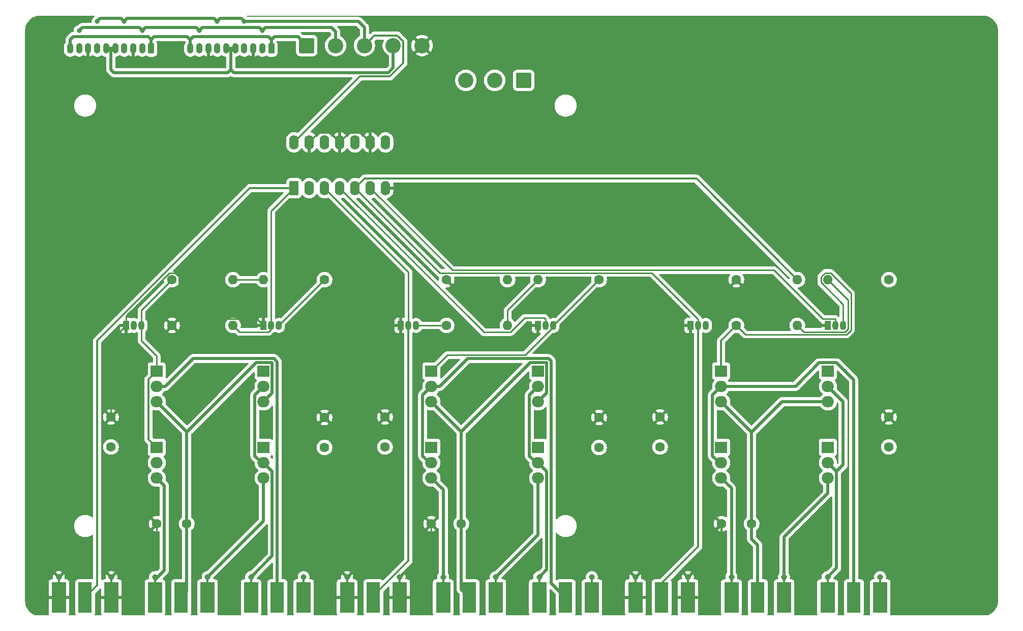
<source format=gtl>
G04 #@! TF.GenerationSoftware,KiCad,Pcbnew,9.0.0*
G04 #@! TF.CreationDate,2025-06-03T18:34:14-07:00*
G04 #@! TF.ProjectId,H_bridge,485f6272-6964-4676-952e-6b696361645f,rev?*
G04 #@! TF.SameCoordinates,Original*
G04 #@! TF.FileFunction,Copper,L1,Top*
G04 #@! TF.FilePolarity,Positive*
%FSLAX46Y46*%
G04 Gerber Fmt 4.6, Leading zero omitted, Abs format (unit mm)*
G04 Created by KiCad (PCBNEW 9.0.0) date 2025-06-03 18:34:14*
%MOMM*%
%LPD*%
G01*
G04 APERTURE LIST*
G04 Aperture macros list*
%AMRoundRect*
0 Rectangle with rounded corners*
0 $1 Rounding radius*
0 $2 $3 $4 $5 $6 $7 $8 $9 X,Y pos of 4 corners*
0 Add a 4 corners polygon primitive as box body*
4,1,4,$2,$3,$4,$5,$6,$7,$8,$9,$2,$3,0*
0 Add four circle primitives for the rounded corners*
1,1,$1+$1,$2,$3*
1,1,$1+$1,$4,$5*
1,1,$1+$1,$6,$7*
1,1,$1+$1,$8,$9*
0 Add four rect primitives between the rounded corners*
20,1,$1+$1,$2,$3,$4,$5,0*
20,1,$1+$1,$4,$5,$6,$7,0*
20,1,$1+$1,$6,$7,$8,$9,0*
20,1,$1+$1,$8,$9,$2,$3,0*%
G04 Aperture macros list end*
G04 #@! TA.AperFunction,ComponentPad*
%ADD10C,1.600000*%
G04 #@! TD*
G04 #@! TA.AperFunction,ComponentPad*
%ADD11O,1.600000X1.600000*%
G04 #@! TD*
G04 #@! TA.AperFunction,ComponentPad*
%ADD12RoundRect,0.249999X-1.025001X-1.025001X1.025001X-1.025001X1.025001X1.025001X-1.025001X1.025001X0*%
G04 #@! TD*
G04 #@! TA.AperFunction,ComponentPad*
%ADD13C,2.550000*%
G04 #@! TD*
G04 #@! TA.AperFunction,ComponentPad*
%ADD14R,1.050000X1.500000*%
G04 #@! TD*
G04 #@! TA.AperFunction,ComponentPad*
%ADD15O,1.050000X1.500000*%
G04 #@! TD*
G04 #@! TA.AperFunction,ComponentPad*
%ADD16RoundRect,0.250000X0.265000X0.615000X-0.265000X0.615000X-0.265000X-0.615000X0.265000X-0.615000X0*%
G04 #@! TD*
G04 #@! TA.AperFunction,ComponentPad*
%ADD17O,1.030000X1.730000*%
G04 #@! TD*
G04 #@! TA.AperFunction,SMDPad,CuDef*
%ADD18R,2.290000X5.080000*%
G04 #@! TD*
G04 #@! TA.AperFunction,SMDPad,CuDef*
%ADD19R,2.420000X5.080000*%
G04 #@! TD*
G04 #@! TA.AperFunction,SMDPad,CuDef*
%ADD20R,0.460000X0.950000*%
G04 #@! TD*
G04 #@! TA.AperFunction,ComponentPad*
%ADD21C,0.970000*%
G04 #@! TD*
G04 #@! TA.AperFunction,ComponentPad*
%ADD22R,2.000000X1.905000*%
G04 #@! TD*
G04 #@! TA.AperFunction,ComponentPad*
%ADD23O,2.000000X1.905000*%
G04 #@! TD*
G04 #@! TA.AperFunction,ComponentPad*
%ADD24RoundRect,0.250000X0.550000X-0.950000X0.550000X0.950000X-0.550000X0.950000X-0.550000X-0.950000X0*%
G04 #@! TD*
G04 #@! TA.AperFunction,ComponentPad*
%ADD25O,1.600000X2.400000*%
G04 #@! TD*
G04 #@! TA.AperFunction,ComponentPad*
%ADD26RoundRect,0.249999X1.025001X1.025001X-1.025001X1.025001X-1.025001X-1.025001X1.025001X-1.025001X0*%
G04 #@! TD*
G04 #@! TA.AperFunction,ViaPad*
%ADD27C,0.800000*%
G04 #@! TD*
G04 #@! TA.AperFunction,Conductor*
%ADD28C,0.250000*%
G04 #@! TD*
G04 #@! TA.AperFunction,Conductor*
%ADD29C,0.350000*%
G04 #@! TD*
G04 #@! TA.AperFunction,Conductor*
%ADD30C,0.500000*%
G04 #@! TD*
G04 APERTURE END LIST*
D10*
X149860000Y-93980000D03*
D11*
X139700000Y-93980000D03*
D10*
X172640000Y-134620000D03*
X167640000Y-134620000D03*
D12*
X146900000Y-55000000D03*
D13*
X151700000Y-55000000D03*
X156500000Y-55000000D03*
X161300000Y-55000000D03*
X166100000Y-55000000D03*
D14*
X116840000Y-101600000D03*
D15*
X118110000Y-101600000D03*
X119380000Y-101600000D03*
D16*
X141000000Y-55500000D03*
D17*
X139500000Y-55500000D03*
X138000000Y-55500000D03*
X136500000Y-55500000D03*
X135000000Y-55500000D03*
X133500000Y-55500000D03*
X132000000Y-55500000D03*
X130500000Y-55500000D03*
X129000000Y-55500000D03*
X127500000Y-55500000D03*
D14*
X139700000Y-101600000D03*
D15*
X140970000Y-101600000D03*
X142240000Y-101600000D03*
D10*
X218440000Y-93980000D03*
D11*
X228600000Y-93980000D03*
D18*
X206000000Y-146930000D03*
D19*
X201620000Y-146930000D03*
X210380000Y-146930000D03*
D20*
X201620000Y-143940000D03*
X210380000Y-143940000D03*
D21*
X201620000Y-143490000D03*
X210380000Y-143490000D03*
D10*
X114300000Y-121840000D03*
X114300000Y-116840000D03*
D18*
X238000000Y-146930000D03*
D19*
X233620000Y-146930000D03*
X242380000Y-146930000D03*
D20*
X233620000Y-143940000D03*
X242380000Y-143940000D03*
D21*
X233620000Y-143490000D03*
X242380000Y-143490000D03*
D22*
X167640000Y-109220000D03*
D23*
X167640000Y-111760000D03*
X167640000Y-114300000D03*
D22*
X233680000Y-121920000D03*
D23*
X233680000Y-124460000D03*
X233680000Y-127000000D03*
D22*
X185420000Y-109220000D03*
D23*
X185420000Y-111760000D03*
X185420000Y-114300000D03*
D10*
X124460000Y-101600000D03*
D11*
X134620000Y-101600000D03*
D22*
X139700000Y-121920000D03*
D23*
X139700000Y-124460000D03*
X139700000Y-127000000D03*
D14*
X162560000Y-101600000D03*
D15*
X163830000Y-101600000D03*
X165100000Y-101600000D03*
D10*
X220980000Y-134620000D03*
X215980000Y-134620000D03*
D18*
X158000000Y-146930000D03*
D19*
X153620000Y-146930000D03*
X162380000Y-146930000D03*
D20*
X153620000Y-143940000D03*
X162380000Y-143940000D03*
D21*
X153620000Y-143490000D03*
X162380000Y-143490000D03*
D10*
X195580000Y-93980000D03*
D11*
X185420000Y-93980000D03*
D22*
X185420000Y-121920000D03*
D23*
X185420000Y-124460000D03*
X185420000Y-127000000D03*
D10*
X159940000Y-121840000D03*
X159940000Y-116840000D03*
D22*
X139700000Y-109220000D03*
D23*
X139700000Y-111760000D03*
X139700000Y-114300000D03*
D24*
X144780000Y-78740000D03*
D25*
X147320000Y-78740000D03*
X149860000Y-78740000D03*
X152400000Y-78740000D03*
X154940000Y-78740000D03*
X157480000Y-78740000D03*
X160020000Y-78740000D03*
X160020000Y-71120000D03*
X157480000Y-71120000D03*
X154940000Y-71120000D03*
X152400000Y-71120000D03*
X149860000Y-71120000D03*
X147320000Y-71120000D03*
X144780000Y-71120000D03*
D10*
X124460000Y-93980000D03*
D11*
X134620000Y-93980000D03*
D10*
X243840000Y-93980000D03*
D11*
X233680000Y-93980000D03*
D22*
X167640000Y-121920000D03*
D23*
X167640000Y-124460000D03*
X167640000Y-127000000D03*
D18*
X222000000Y-146930000D03*
D19*
X217620000Y-146930000D03*
X226380000Y-146930000D03*
D20*
X217620000Y-143940000D03*
X226380000Y-143940000D03*
D21*
X217620000Y-143490000D03*
X226380000Y-143490000D03*
D22*
X215900000Y-121920000D03*
D23*
X215900000Y-124460000D03*
X215900000Y-127000000D03*
D18*
X110000000Y-146930000D03*
D19*
X105620000Y-146930000D03*
X114380000Y-146930000D03*
D20*
X105620000Y-143940000D03*
X114380000Y-143940000D03*
D21*
X105620000Y-143490000D03*
X114380000Y-143490000D03*
D10*
X218440000Y-101600000D03*
D11*
X228600000Y-101600000D03*
D10*
X195580000Y-121920000D03*
X195580000Y-116920000D03*
D18*
X190000000Y-146930000D03*
D19*
X185620000Y-146930000D03*
X194380000Y-146930000D03*
D20*
X185620000Y-143940000D03*
X194380000Y-143940000D03*
D21*
X185620000Y-143490000D03*
X194380000Y-143490000D03*
D10*
X170180000Y-101600000D03*
D11*
X180340000Y-101600000D03*
D10*
X149860000Y-121920000D03*
X149860000Y-116920000D03*
X126920000Y-134620000D03*
X121920000Y-134620000D03*
D18*
X174000000Y-146930000D03*
D19*
X169620000Y-146930000D03*
X178380000Y-146930000D03*
D20*
X169620000Y-143940000D03*
X178380000Y-143940000D03*
D21*
X169620000Y-143490000D03*
X178380000Y-143490000D03*
D18*
X142000000Y-146930000D03*
D19*
X137620000Y-146930000D03*
X146380000Y-146930000D03*
D20*
X137620000Y-143940000D03*
X146380000Y-143940000D03*
D21*
X137620000Y-143490000D03*
X146380000Y-143490000D03*
D16*
X121000000Y-55500000D03*
D17*
X119500000Y-55500000D03*
X118000000Y-55500000D03*
X116500000Y-55500000D03*
X115000000Y-55500000D03*
X113500000Y-55500000D03*
X112000000Y-55500000D03*
X110500000Y-55500000D03*
X109000000Y-55500000D03*
X107500000Y-55500000D03*
D26*
X183000000Y-60800000D03*
D13*
X178200000Y-60800000D03*
X173400000Y-60800000D03*
D22*
X215900000Y-109220000D03*
D23*
X215900000Y-111760000D03*
X215900000Y-114300000D03*
D18*
X126000000Y-146930000D03*
D19*
X121620000Y-146930000D03*
X130380000Y-146930000D03*
D20*
X121620000Y-143940000D03*
X130380000Y-143940000D03*
D21*
X121620000Y-143490000D03*
X130380000Y-143490000D03*
D22*
X121920000Y-109220000D03*
D23*
X121920000Y-111760000D03*
X121920000Y-114300000D03*
D10*
X205740000Y-121840000D03*
X205740000Y-116840000D03*
D22*
X233680000Y-109220000D03*
D23*
X233680000Y-111760000D03*
X233680000Y-114300000D03*
D14*
X210820000Y-101600000D03*
D15*
X212090000Y-101600000D03*
X213360000Y-101600000D03*
D14*
X185420000Y-101600000D03*
D15*
X186690000Y-101600000D03*
X187960000Y-101600000D03*
D22*
X121920000Y-121920000D03*
D23*
X121920000Y-124460000D03*
X121920000Y-127000000D03*
D10*
X170180000Y-93980000D03*
D11*
X180340000Y-93980000D03*
D10*
X243840000Y-121840000D03*
X243840000Y-116840000D03*
D14*
X233680000Y-101600000D03*
D15*
X234950000Y-101600000D03*
X236220000Y-101600000D03*
D27*
X136500000Y-51000000D03*
X112000000Y-51000000D03*
X116500000Y-51000000D03*
X132000000Y-51000000D03*
X129000000Y-52500000D03*
X109000000Y-52500000D03*
X119500000Y-52500000D03*
X139500000Y-52500000D03*
D28*
X116840000Y-100007595D02*
X116840000Y-101600000D01*
D29*
X147320000Y-71120000D02*
X148896000Y-69544000D01*
D28*
X218440000Y-93980000D02*
X218281504Y-93980000D01*
X185420000Y-101825000D02*
X185420000Y-101600000D01*
X114300000Y-116840000D02*
X114300000Y-104140000D01*
D29*
X148896000Y-69544000D02*
X150824000Y-69544000D01*
D28*
X119893000Y-132593000D02*
X121920000Y-134620000D01*
D29*
X150824000Y-69544000D02*
X152400000Y-71120000D01*
D28*
X121920000Y-135950000D02*
X114380000Y-143490000D01*
X114300000Y-116840000D02*
X119893000Y-122433000D01*
X124460000Y-101600000D02*
X125586000Y-100474000D01*
X121920000Y-134620000D02*
X121920000Y-135950000D01*
X125586000Y-93513595D02*
X124926405Y-92854000D01*
X125586000Y-100474000D02*
X125586000Y-93513595D01*
D29*
X155904000Y-69544000D02*
X157480000Y-71120000D01*
D28*
X123993595Y-92854000D02*
X116840000Y-100007595D01*
X167640000Y-138230000D02*
X162380000Y-143490000D01*
D29*
X215980000Y-137890000D02*
X210380000Y-143490000D01*
D28*
X119893000Y-122433000D02*
X119893000Y-132593000D01*
X124926405Y-92854000D02*
X123993595Y-92854000D01*
X138574000Y-100474000D02*
X125586000Y-100474000D01*
X139700000Y-101600000D02*
X138574000Y-100474000D01*
D29*
X152400000Y-71120000D02*
X153976000Y-69544000D01*
D28*
X114300000Y-104140000D02*
X116840000Y-101600000D01*
D29*
X153976000Y-69544000D02*
X155904000Y-69544000D01*
X215980000Y-134620000D02*
X215980000Y-137890000D01*
D28*
X167640000Y-134620000D02*
X167640000Y-138230000D01*
D30*
X156500000Y-55000000D02*
X156500000Y-52000000D01*
X131500000Y-50500000D02*
X131000000Y-50500000D01*
X117000000Y-50500000D02*
X116500000Y-51000000D01*
X132500000Y-50500000D02*
X132000000Y-51000000D01*
X156500000Y-52000000D02*
X155500000Y-51000000D01*
X155500000Y-51000000D02*
X136500000Y-51000000D01*
X136500000Y-51000000D02*
X136000000Y-50500000D01*
D29*
X161983867Y-53349000D02*
X158151000Y-53349000D01*
X158151000Y-53349000D02*
X156500000Y-55000000D01*
X162951000Y-57934298D02*
X162951000Y-54316133D01*
X155774000Y-60126000D02*
X160759298Y-60126000D01*
X144780000Y-71120000D02*
X155774000Y-60126000D01*
D30*
X131000000Y-50500000D02*
X117000000Y-50500000D01*
D29*
X162951000Y-54316133D02*
X161983867Y-53349000D01*
X160759298Y-60126000D02*
X162951000Y-57934298D01*
D30*
X112500000Y-50500000D02*
X112000000Y-51000000D01*
X116000000Y-50500000D02*
X112500000Y-50500000D01*
X116500000Y-51000000D02*
X116000000Y-50500000D01*
X132000000Y-51000000D02*
X131500000Y-50500000D01*
X136000000Y-50500000D02*
X132500000Y-50500000D01*
X151000000Y-52000000D02*
X140000000Y-52000000D01*
X120000000Y-52000000D02*
X119500000Y-52500000D01*
X151700000Y-52700000D02*
X151700000Y-55000000D01*
X128500000Y-52000000D02*
X120000000Y-52000000D01*
X140000000Y-52000000D02*
X139500000Y-52500000D01*
X119500000Y-52500000D02*
X119000000Y-52000000D01*
X129000000Y-52500000D02*
X128500000Y-52000000D01*
X109500000Y-52000000D02*
X109000000Y-52500000D01*
X151700000Y-52700000D02*
X151000000Y-52000000D01*
X119000000Y-52000000D02*
X109500000Y-52000000D01*
X129500000Y-52000000D02*
X129000000Y-52500000D01*
X139500000Y-52500000D02*
X139000000Y-52000000D01*
X139000000Y-52000000D02*
X129500000Y-52000000D01*
X114250000Y-55500000D02*
X115000000Y-55500000D01*
X114250000Y-55500000D02*
X114250000Y-59000000D01*
X114750000Y-59500000D02*
X133750000Y-59500000D01*
X133750000Y-59500000D02*
X134250000Y-59000000D01*
X113500000Y-55500000D02*
X114250000Y-55500000D01*
X161300000Y-58700000D02*
X161300000Y-55000000D01*
X134250000Y-55500000D02*
X134250000Y-59000000D01*
X160500000Y-59500000D02*
X161300000Y-58700000D01*
X134750000Y-59500000D02*
X160500000Y-59500000D01*
X114250000Y-59000000D02*
X114750000Y-59500000D01*
X134250000Y-59000000D02*
X134750000Y-59500000D01*
X133500000Y-55500000D02*
X134250000Y-55500000D01*
X134250000Y-55500000D02*
X135000000Y-55500000D01*
X127500000Y-54000000D02*
X127500000Y-55500000D01*
X140500000Y-53500000D02*
X141000000Y-54000000D01*
X141000000Y-54000000D02*
X141000000Y-55500000D01*
X121000000Y-54000000D02*
X121000000Y-55500000D01*
X107500000Y-54000000D02*
X107500000Y-55500000D01*
X127000000Y-53500000D02*
X127500000Y-54000000D01*
X120500000Y-53500000D02*
X121000000Y-54000000D01*
X108000000Y-53500000D02*
X120500000Y-53500000D01*
X128000000Y-53500000D02*
X140500000Y-53500000D01*
X121500000Y-53500000D02*
X127000000Y-53500000D01*
X121000000Y-54000000D02*
X121500000Y-53500000D01*
X141000000Y-54000000D02*
X141500000Y-53500000D01*
X107500000Y-54000000D02*
X108000000Y-53500000D01*
X145400000Y-53500000D02*
X146900000Y-55000000D01*
X141500000Y-53500000D02*
X145400000Y-53500000D01*
X127500000Y-54000000D02*
X128000000Y-53500000D01*
D28*
X119380000Y-99060000D02*
X124460000Y-93980000D01*
D29*
X121920000Y-109220000D02*
X120544000Y-110596000D01*
X120544000Y-120544000D02*
X121920000Y-121920000D01*
D28*
X121920000Y-106680000D02*
X119380000Y-104140000D01*
X119380000Y-101600000D02*
X119380000Y-99060000D01*
D29*
X120544000Y-110596000D02*
X120544000Y-120544000D01*
D28*
X121920000Y-109220000D02*
X121920000Y-106680000D01*
X119380000Y-104140000D02*
X119380000Y-101600000D01*
X149860000Y-93980000D02*
X142240000Y-101600000D01*
D30*
X126920000Y-146010000D02*
X126000000Y-146930000D01*
X126920000Y-119300000D02*
X121920000Y-114300000D01*
X126920000Y-134620000D02*
X126920000Y-146010000D01*
D28*
X139700000Y-93980000D02*
X134620000Y-93980000D01*
D30*
X138483500Y-107816500D02*
X126920000Y-119380000D01*
X126920000Y-119380000D02*
X126920000Y-119300000D01*
X126920000Y-134620000D02*
X126920000Y-119380000D01*
X139700000Y-114300000D02*
X141151000Y-112849000D01*
X141151000Y-107816500D02*
X138483500Y-107816500D01*
X141151000Y-112849000D02*
X141151000Y-107816500D01*
X186871000Y-107816500D02*
X184123500Y-107816500D01*
X185420000Y-114300000D02*
X186871000Y-112849000D01*
X184123500Y-107816500D02*
X172640000Y-119300000D01*
D28*
X180340000Y-99060000D02*
X185420000Y-93980000D01*
D30*
X172640000Y-134620000D02*
X172640000Y-119300000D01*
D28*
X180340000Y-101600000D02*
X180340000Y-99060000D01*
D30*
X172640000Y-134620000D02*
X172640000Y-145570000D01*
X172640000Y-145570000D02*
X174000000Y-146930000D01*
X172640000Y-119300000D02*
X167640000Y-114300000D01*
X186871000Y-112849000D02*
X186871000Y-107816500D01*
D28*
X187960000Y-101825000D02*
X183245500Y-106539500D01*
X170320500Y-106539500D02*
X167640000Y-109220000D01*
X187960000Y-101600000D02*
X187960000Y-101825000D01*
X183245500Y-106539500D02*
X170320500Y-106539500D01*
X195580000Y-93980000D02*
X187960000Y-101600000D01*
X165100000Y-101600000D02*
X170180000Y-101600000D01*
X229676000Y-102676000D02*
X228600000Y-101600000D01*
X237071000Y-97371000D02*
X237071000Y-102177496D01*
X236572496Y-102676000D02*
X229676000Y-102676000D01*
D30*
X226060000Y-114300000D02*
X220980000Y-119380000D01*
D28*
X233680000Y-93980000D02*
X237071000Y-97371000D01*
D30*
X220980000Y-134620000D02*
X220980000Y-137160000D01*
X220980000Y-137160000D02*
X222000000Y-138180000D01*
X233680000Y-114300000D02*
X226060000Y-114300000D01*
X222000000Y-138180000D02*
X222000000Y-146930000D01*
D28*
X237071000Y-102177496D02*
X236572496Y-102676000D01*
D30*
X215900000Y-114300000D02*
X220980000Y-119380000D01*
X220980000Y-119380000D02*
X220980000Y-134620000D01*
D28*
X232554000Y-93513595D02*
X233213595Y-92854000D01*
X234146405Y-92854000D02*
X237522000Y-96229595D01*
X233213595Y-92854000D02*
X234146405Y-92854000D01*
X237522000Y-96229595D02*
X237522000Y-102364306D01*
X236220000Y-98112405D02*
X232554000Y-94446405D01*
X236220000Y-101600000D02*
X236220000Y-98112405D01*
X237522000Y-102364306D02*
X236759306Y-103127000D01*
X232554000Y-94446405D02*
X232554000Y-93513595D01*
D29*
X215900000Y-104140000D02*
X218440000Y-101600000D01*
D28*
X236759306Y-103127000D02*
X219967000Y-103127000D01*
X219967000Y-103127000D02*
X218440000Y-101600000D01*
D29*
X215900000Y-109220000D02*
X215900000Y-104140000D01*
D28*
X134620000Y-101600000D02*
X135696000Y-102676000D01*
X144780000Y-78740000D02*
X140970000Y-82550000D01*
D29*
X137399074Y-78740000D02*
X112026000Y-104113074D01*
D28*
X140551000Y-102676000D02*
X140970000Y-102257000D01*
X140970000Y-102257000D02*
X140970000Y-101600000D01*
X135696000Y-102676000D02*
X140551000Y-102676000D01*
D29*
X144780000Y-78740000D02*
X137399074Y-78740000D01*
X112026000Y-144904000D02*
X110000000Y-146930000D01*
X112026000Y-104113074D02*
X112026000Y-144904000D01*
D28*
X140970000Y-82550000D02*
X140970000Y-101600000D01*
D30*
X130380000Y-143490000D02*
X139700000Y-134170000D01*
X139700000Y-134170000D02*
X139700000Y-127000000D01*
X121920000Y-127000000D02*
X123171000Y-128251000D01*
X123171000Y-142389000D02*
X121620000Y-143940000D01*
X123171000Y-128251000D02*
X123171000Y-142389000D01*
X139700000Y-124460000D02*
X141151000Y-125911000D01*
X139385500Y-124460000D02*
X138249000Y-123323500D01*
X141151000Y-125911000D02*
X141151000Y-139959000D01*
X138249000Y-113211000D02*
X139700000Y-111760000D01*
X138249000Y-123323500D02*
X138249000Y-113211000D01*
X141151000Y-139959000D02*
X137620000Y-143490000D01*
X139700000Y-124460000D02*
X139385500Y-124460000D01*
X123325000Y-111760000D02*
X121920000Y-111760000D01*
X142000000Y-107674136D02*
X141441364Y-107115500D01*
X141441364Y-107115500D02*
X127969500Y-107115500D01*
X127969500Y-107115500D02*
X123325000Y-111760000D01*
X142000000Y-146930000D02*
X142000000Y-107674136D01*
D29*
X163830000Y-140822362D02*
X158000000Y-146652362D01*
D28*
X163830000Y-92710000D02*
X149860000Y-78740000D01*
D29*
X158000000Y-146652362D02*
X158000000Y-146930000D01*
X163830000Y-101600000D02*
X163830000Y-140822362D01*
D28*
X163830000Y-101600000D02*
X163830000Y-92710000D01*
D30*
X169620000Y-128980000D02*
X167640000Y-127000000D01*
X185420000Y-127000000D02*
X185420000Y-136450000D01*
X185420000Y-136450000D02*
X178380000Y-143490000D01*
X169620000Y-143490000D02*
X169620000Y-128980000D01*
X186871000Y-142239000D02*
X186871000Y-125911000D01*
X183969000Y-123323500D02*
X183969000Y-113211000D01*
X185420000Y-124460000D02*
X185734500Y-124460000D01*
X186871000Y-142239000D02*
X185620000Y-143490000D01*
X185105500Y-124460000D02*
X183969000Y-123323500D01*
X185420000Y-124460000D02*
X185105500Y-124460000D01*
X186871000Y-125911000D02*
X185420000Y-124460000D01*
X183969000Y-113211000D02*
X185420000Y-111760000D01*
X173689500Y-107115500D02*
X169045000Y-111760000D01*
X190000000Y-146930000D02*
X187572000Y-144502000D01*
X166189000Y-113211000D02*
X167640000Y-111760000D01*
X187161364Y-107115500D02*
X173689500Y-107115500D01*
X187572000Y-107526136D02*
X187161364Y-107115500D01*
X187572000Y-144502000D02*
X187572000Y-107526136D01*
X169045000Y-111760000D02*
X167640000Y-111760000D01*
X167325500Y-124460000D02*
X166189000Y-123323500D01*
X167640000Y-124460000D02*
X167325500Y-124460000D01*
X166189000Y-123323500D02*
X166189000Y-113211000D01*
D29*
X211784000Y-77164000D02*
X156516000Y-77164000D01*
X228600000Y-93980000D02*
X211784000Y-77164000D01*
D28*
X154940000Y-78740000D02*
X169054000Y-92854000D01*
X204340496Y-92854000D02*
X212090000Y-100603504D01*
D29*
X206000000Y-144520000D02*
X206000000Y-146930000D01*
X212090000Y-101600000D02*
X212090000Y-138430000D01*
X156516000Y-77164000D02*
X154940000Y-78740000D01*
D28*
X169054000Y-92854000D02*
X204340496Y-92854000D01*
D29*
X212090000Y-138430000D02*
X206000000Y-144520000D01*
D28*
X212090000Y-100603504D02*
X212090000Y-101600000D01*
D30*
X226380000Y-136840000D02*
X226380000Y-143940000D01*
X233680000Y-127000000D02*
X233680000Y-129540000D01*
X215900000Y-127000000D02*
X217620000Y-128720000D01*
X217620000Y-128720000D02*
X217620000Y-143940000D01*
X233680000Y-129540000D02*
X226380000Y-136840000D01*
X233680000Y-111760000D02*
X236220000Y-114300000D01*
X235131000Y-125911000D02*
X235131000Y-141979000D01*
X236220000Y-124822000D02*
X235131000Y-125911000D01*
X235131000Y-141979000D02*
X233620000Y-143490000D01*
X233680000Y-124460000D02*
X235131000Y-125911000D01*
X236220000Y-114300000D02*
X236220000Y-124822000D01*
X235131000Y-107816500D02*
X238000000Y-110685500D01*
X215900000Y-124460000D02*
X215585500Y-124460000D01*
X214449000Y-113211000D02*
X215900000Y-111760000D01*
X228285500Y-111760000D02*
X232229000Y-107816500D01*
X215585500Y-124460000D02*
X214449000Y-123323500D01*
X238000000Y-110685500D02*
X238000000Y-146930000D01*
X215900000Y-111760000D02*
X228285500Y-111760000D01*
X232229000Y-107816500D02*
X235131000Y-107816500D01*
X214449000Y-123323500D02*
X214449000Y-113211000D01*
D28*
X186690000Y-100600000D02*
X186690000Y-101600000D01*
X186427000Y-100337000D02*
X186690000Y-100600000D01*
X180806405Y-102726000D02*
X183195405Y-100337000D01*
X152400000Y-78740000D02*
X176386000Y-102726000D01*
X176386000Y-102726000D02*
X180806405Y-102726000D01*
X183195405Y-100337000D02*
X186427000Y-100337000D01*
X171143000Y-92403000D02*
X224708000Y-92403000D01*
X157480000Y-78740000D02*
X171143000Y-92403000D01*
X234874000Y-100524000D02*
X234950000Y-100600000D01*
X234950000Y-100600000D02*
X234950000Y-101600000D01*
X232829000Y-100524000D02*
X234874000Y-100524000D01*
X224708000Y-92403000D02*
X232829000Y-100524000D01*
G04 #@! TA.AperFunction,Conductor*
G36*
X111533265Y-50020185D02*
G01*
X111579020Y-50072989D01*
X111588964Y-50142147D01*
X111559939Y-50205703D01*
X111535117Y-50227602D01*
X111425965Y-50300535D01*
X111425961Y-50300538D01*
X111300538Y-50425961D01*
X111300535Y-50425965D01*
X111201990Y-50573446D01*
X111201983Y-50573459D01*
X111134106Y-50737332D01*
X111134103Y-50737341D01*
X111099500Y-50911304D01*
X111099500Y-51088690D01*
X111102010Y-51101310D01*
X111095781Y-51170901D01*
X111052918Y-51226078D01*
X110987028Y-51249322D01*
X110980392Y-51249500D01*
X109426080Y-51249500D01*
X109281092Y-51278340D01*
X109281086Y-51278342D01*
X109144508Y-51334914D01*
X109144496Y-51334921D01*
X109095270Y-51367811D01*
X109095271Y-51367812D01*
X109021585Y-51417047D01*
X108847807Y-51590824D01*
X108786483Y-51624308D01*
X108784319Y-51624759D01*
X108737337Y-51634104D01*
X108737331Y-51634106D01*
X108573459Y-51701983D01*
X108573446Y-51701990D01*
X108425965Y-51800535D01*
X108425961Y-51800538D01*
X108300538Y-51925961D01*
X108300535Y-51925965D01*
X108201990Y-52073446D01*
X108201983Y-52073459D01*
X108134106Y-52237332D01*
X108134103Y-52237341D01*
X108099500Y-52411304D01*
X108099500Y-52588690D01*
X108102010Y-52601310D01*
X108095781Y-52670901D01*
X108052918Y-52726078D01*
X107987028Y-52749322D01*
X107980392Y-52749500D01*
X107926080Y-52749500D01*
X107781092Y-52778340D01*
X107781086Y-52778342D01*
X107644508Y-52834914D01*
X107644496Y-52834921D01*
X107595269Y-52867813D01*
X107521588Y-52917044D01*
X107521580Y-52917050D01*
X106917050Y-53521580D01*
X106917044Y-53521588D01*
X106867812Y-53595268D01*
X106867813Y-53595269D01*
X106834921Y-53644496D01*
X106834914Y-53644508D01*
X106778342Y-53781086D01*
X106778340Y-53781092D01*
X106749500Y-53926079D01*
X106749500Y-54413002D01*
X106729815Y-54480041D01*
X106713181Y-54500683D01*
X106711211Y-54502652D01*
X106711208Y-54502656D01*
X106600078Y-54668973D01*
X106600071Y-54668986D01*
X106523526Y-54853784D01*
X106523523Y-54853796D01*
X106484500Y-55049977D01*
X106484500Y-55950022D01*
X106523523Y-56146203D01*
X106523526Y-56146215D01*
X106600071Y-56331013D01*
X106600078Y-56331026D01*
X106711208Y-56497343D01*
X106711211Y-56497347D01*
X106852652Y-56638788D01*
X106852656Y-56638791D01*
X107018973Y-56749921D01*
X107018986Y-56749928D01*
X107202625Y-56825993D01*
X107203789Y-56826475D01*
X107347185Y-56854998D01*
X107399977Y-56865499D01*
X107399981Y-56865500D01*
X107399982Y-56865500D01*
X107600019Y-56865500D01*
X107600020Y-56865499D01*
X107796211Y-56826475D01*
X107981020Y-56749925D01*
X108147344Y-56638791D01*
X108162318Y-56623816D01*
X108223639Y-56590331D01*
X108293331Y-56595314D01*
X108337681Y-56623816D01*
X108345506Y-56631641D01*
X108352657Y-56638792D01*
X108518973Y-56749921D01*
X108518986Y-56749928D01*
X108702625Y-56825993D01*
X108703789Y-56826475D01*
X108847185Y-56854998D01*
X108899977Y-56865499D01*
X108899981Y-56865500D01*
X108899982Y-56865500D01*
X109100019Y-56865500D01*
X109100020Y-56865499D01*
X109296211Y-56826475D01*
X109481020Y-56749925D01*
X109647344Y-56638791D01*
X109662671Y-56623463D01*
X109723989Y-56589978D01*
X109793681Y-56594959D01*
X109838034Y-56623462D01*
X109852971Y-56638399D01*
X109852975Y-56638402D01*
X110019210Y-56749477D01*
X110019223Y-56749484D01*
X110203929Y-56825991D01*
X110203936Y-56825993D01*
X110250000Y-56835155D01*
X110250000Y-55766189D01*
X110275884Y-55792073D01*
X110359115Y-55840126D01*
X110451947Y-55865000D01*
X110548053Y-55865000D01*
X110640885Y-55840126D01*
X110724116Y-55792073D01*
X110750000Y-55766189D01*
X110750000Y-56835154D01*
X110796063Y-56825993D01*
X110796070Y-56825991D01*
X110980776Y-56749484D01*
X110980789Y-56749477D01*
X111147023Y-56638403D01*
X111161962Y-56623464D01*
X111223285Y-56589977D01*
X111292977Y-56594960D01*
X111337329Y-56623464D01*
X111352653Y-56638789D01*
X111352656Y-56638791D01*
X111518973Y-56749921D01*
X111518986Y-56749928D01*
X111702625Y-56825993D01*
X111703789Y-56826475D01*
X111847185Y-56854998D01*
X111899977Y-56865499D01*
X111899981Y-56865500D01*
X111899982Y-56865500D01*
X112100019Y-56865500D01*
X112100020Y-56865499D01*
X112296211Y-56826475D01*
X112481020Y-56749925D01*
X112647344Y-56638791D01*
X112662318Y-56623816D01*
X112723639Y-56590331D01*
X112793331Y-56595314D01*
X112837681Y-56623816D01*
X112845506Y-56631641D01*
X112852657Y-56638792D01*
X113018973Y-56749921D01*
X113018986Y-56749928D01*
X113202625Y-56825993D01*
X113203789Y-56826475D01*
X113399691Y-56865442D01*
X113461602Y-56897826D01*
X113496176Y-56958542D01*
X113499500Y-56987059D01*
X113499500Y-59073918D01*
X113499500Y-59073920D01*
X113499499Y-59073920D01*
X113528340Y-59218907D01*
X113528343Y-59218917D01*
X113584914Y-59355492D01*
X113617812Y-59404727D01*
X113617813Y-59404730D01*
X113667046Y-59478414D01*
X113667052Y-59478421D01*
X113985951Y-59797319D01*
X114271584Y-60082952D01*
X114344231Y-60131492D01*
X114344232Y-60131493D01*
X114394498Y-60165080D01*
X114394511Y-60165087D01*
X114531082Y-60221656D01*
X114531087Y-60221658D01*
X114531091Y-60221658D01*
X114531092Y-60221659D01*
X114676079Y-60250500D01*
X114676082Y-60250500D01*
X133823920Y-60250500D01*
X133921462Y-60231096D01*
X133968913Y-60221658D01*
X134105495Y-60165084D01*
X134155769Y-60131492D01*
X134181110Y-60114560D01*
X134247784Y-60093682D01*
X134315165Y-60112165D01*
X134318849Y-60114533D01*
X134344231Y-60131492D01*
X134344234Y-60131494D01*
X134344233Y-60131494D01*
X134394498Y-60165080D01*
X134394511Y-60165087D01*
X134531082Y-60221656D01*
X134531087Y-60221658D01*
X134531091Y-60221658D01*
X134531092Y-60221659D01*
X134676079Y-60250500D01*
X134676082Y-60250500D01*
X134676083Y-60250500D01*
X134823918Y-60250500D01*
X154394837Y-60250500D01*
X154461876Y-60270185D01*
X154507631Y-60322989D01*
X154517575Y-60392147D01*
X154488550Y-60455703D01*
X154482518Y-60462181D01*
X145442755Y-69501942D01*
X145381432Y-69535427D01*
X145311740Y-69530443D01*
X145298780Y-69524746D01*
X145279226Y-69514782D01*
X145084534Y-69451522D01*
X144909995Y-69423878D01*
X144882352Y-69419500D01*
X144677648Y-69419500D01*
X144653329Y-69423351D01*
X144475465Y-69451522D01*
X144280776Y-69514781D01*
X144098386Y-69607715D01*
X143932786Y-69728028D01*
X143788028Y-69872786D01*
X143667715Y-70038386D01*
X143574781Y-70220776D01*
X143511522Y-70415465D01*
X143479500Y-70617648D01*
X143479500Y-71622351D01*
X143511522Y-71824534D01*
X143574781Y-72019223D01*
X143667715Y-72201613D01*
X143788028Y-72367213D01*
X143932786Y-72511971D01*
X144087749Y-72624556D01*
X144098390Y-72632287D01*
X144214607Y-72691503D01*
X144280776Y-72725218D01*
X144280778Y-72725218D01*
X144280781Y-72725220D01*
X144385137Y-72759127D01*
X144475465Y-72788477D01*
X144576557Y-72804488D01*
X144677648Y-72820500D01*
X144677649Y-72820500D01*
X144882351Y-72820500D01*
X144882352Y-72820500D01*
X145084534Y-72788477D01*
X145279219Y-72725220D01*
X145461610Y-72632287D01*
X145554590Y-72564732D01*
X145627213Y-72511971D01*
X145627215Y-72511968D01*
X145627219Y-72511966D01*
X145771966Y-72367219D01*
X145771968Y-72367215D01*
X145771971Y-72367213D01*
X145892284Y-72201614D01*
X145892286Y-72201611D01*
X145892287Y-72201610D01*
X145939795Y-72108369D01*
X145987770Y-72057574D01*
X146055591Y-72040779D01*
X146121725Y-72063316D01*
X146160765Y-72108370D01*
X146208140Y-72201349D01*
X146328417Y-72366894D01*
X146328417Y-72366895D01*
X146473104Y-72511582D01*
X146638650Y-72631859D01*
X146820968Y-72724754D01*
X147015578Y-72787988D01*
X147070000Y-72796607D01*
X147070000Y-71435686D01*
X147074394Y-71440080D01*
X147165606Y-71492741D01*
X147267339Y-71520000D01*
X147372661Y-71520000D01*
X147474394Y-71492741D01*
X147565606Y-71440080D01*
X147570000Y-71435686D01*
X147570000Y-72796606D01*
X147624421Y-72787988D01*
X147819031Y-72724754D01*
X148001349Y-72631859D01*
X148166894Y-72511582D01*
X148166895Y-72511582D01*
X148311582Y-72366895D01*
X148311582Y-72366894D01*
X148431861Y-72201347D01*
X148479234Y-72108371D01*
X148527208Y-72057575D01*
X148595028Y-72040779D01*
X148661164Y-72063316D01*
X148700203Y-72108369D01*
X148747713Y-72201611D01*
X148868028Y-72367213D01*
X149012786Y-72511971D01*
X149167749Y-72624556D01*
X149178390Y-72632287D01*
X149294607Y-72691503D01*
X149360776Y-72725218D01*
X149360778Y-72725218D01*
X149360781Y-72725220D01*
X149465137Y-72759127D01*
X149555465Y-72788477D01*
X149656557Y-72804488D01*
X149757648Y-72820500D01*
X149757649Y-72820500D01*
X149962351Y-72820500D01*
X149962352Y-72820500D01*
X150164534Y-72788477D01*
X150359219Y-72725220D01*
X150541610Y-72632287D01*
X150634590Y-72564732D01*
X150707213Y-72511971D01*
X150707215Y-72511968D01*
X150707219Y-72511966D01*
X150851966Y-72367219D01*
X150851968Y-72367215D01*
X150851971Y-72367213D01*
X150972284Y-72201614D01*
X150972286Y-72201611D01*
X150972287Y-72201610D01*
X151019795Y-72108369D01*
X151067770Y-72057574D01*
X151135591Y-72040779D01*
X151201725Y-72063316D01*
X151240765Y-72108370D01*
X151288140Y-72201349D01*
X151408417Y-72366894D01*
X151408417Y-72366895D01*
X151553104Y-72511582D01*
X151718650Y-72631859D01*
X151900968Y-72724754D01*
X152095578Y-72787988D01*
X152150000Y-72796607D01*
X152150000Y-71435686D01*
X152154394Y-71440080D01*
X152245606Y-71492741D01*
X152347339Y-71520000D01*
X152452661Y-71520000D01*
X152554394Y-71492741D01*
X152645606Y-71440080D01*
X152650000Y-71435686D01*
X152650000Y-72796606D01*
X152704421Y-72787988D01*
X152899031Y-72724754D01*
X153081349Y-72631859D01*
X153246894Y-72511582D01*
X153246895Y-72511582D01*
X153391582Y-72366895D01*
X153391582Y-72366894D01*
X153511861Y-72201347D01*
X153559234Y-72108371D01*
X153607208Y-72057575D01*
X153675028Y-72040779D01*
X153741164Y-72063316D01*
X153780203Y-72108369D01*
X153827713Y-72201611D01*
X153948028Y-72367213D01*
X154092786Y-72511971D01*
X154247749Y-72624556D01*
X154258390Y-72632287D01*
X154374607Y-72691503D01*
X154440776Y-72725218D01*
X154440778Y-72725218D01*
X154440781Y-72725220D01*
X154545137Y-72759127D01*
X154635465Y-72788477D01*
X154736557Y-72804488D01*
X154837648Y-72820500D01*
X154837649Y-72820500D01*
X155042351Y-72820500D01*
X155042352Y-72820500D01*
X155244534Y-72788477D01*
X155439219Y-72725220D01*
X155621610Y-72632287D01*
X155714590Y-72564732D01*
X155787213Y-72511971D01*
X155787215Y-72511968D01*
X155787219Y-72511966D01*
X155931966Y-72367219D01*
X155931968Y-72367215D01*
X155931971Y-72367213D01*
X156052284Y-72201614D01*
X156052286Y-72201611D01*
X156052287Y-72201610D01*
X156099795Y-72108369D01*
X156147770Y-72057574D01*
X156215591Y-72040779D01*
X156281725Y-72063316D01*
X156320765Y-72108370D01*
X156368140Y-72201349D01*
X156488417Y-72366894D01*
X156488417Y-72366895D01*
X156633104Y-72511582D01*
X156798650Y-72631859D01*
X156980968Y-72724754D01*
X157175578Y-72787988D01*
X157230000Y-72796607D01*
X157230000Y-71435686D01*
X157234394Y-71440080D01*
X157325606Y-71492741D01*
X157427339Y-71520000D01*
X157532661Y-71520000D01*
X157634394Y-71492741D01*
X157725606Y-71440080D01*
X157730000Y-71435686D01*
X157730000Y-72796606D01*
X157784421Y-72787988D01*
X157979031Y-72724754D01*
X158161349Y-72631859D01*
X158326894Y-72511582D01*
X158326895Y-72511582D01*
X158471582Y-72366895D01*
X158471582Y-72366894D01*
X158591861Y-72201347D01*
X158639234Y-72108371D01*
X158687208Y-72057575D01*
X158755028Y-72040779D01*
X158821164Y-72063316D01*
X158860203Y-72108369D01*
X158907713Y-72201611D01*
X159028028Y-72367213D01*
X159172786Y-72511971D01*
X159327749Y-72624556D01*
X159338390Y-72632287D01*
X159454607Y-72691503D01*
X159520776Y-72725218D01*
X159520778Y-72725218D01*
X159520781Y-72725220D01*
X159625137Y-72759127D01*
X159715465Y-72788477D01*
X159816557Y-72804488D01*
X159917648Y-72820500D01*
X159917649Y-72820500D01*
X160122351Y-72820500D01*
X160122352Y-72820500D01*
X160324534Y-72788477D01*
X160519219Y-72725220D01*
X160701610Y-72632287D01*
X160794590Y-72564732D01*
X160867213Y-72511971D01*
X160867215Y-72511968D01*
X160867219Y-72511966D01*
X161011966Y-72367219D01*
X161011968Y-72367215D01*
X161011971Y-72367213D01*
X161064732Y-72294590D01*
X161132287Y-72201610D01*
X161225220Y-72019219D01*
X161288477Y-71824534D01*
X161320500Y-71622352D01*
X161320500Y-70617648D01*
X161288477Y-70415466D01*
X161225220Y-70220781D01*
X161225218Y-70220778D01*
X161225218Y-70220776D01*
X161132419Y-70038650D01*
X161132287Y-70038390D01*
X161124556Y-70027749D01*
X161011971Y-69872786D01*
X160867213Y-69728028D01*
X160701613Y-69607715D01*
X160701612Y-69607714D01*
X160701610Y-69607713D01*
X160619051Y-69565647D01*
X160519223Y-69514781D01*
X160324534Y-69451522D01*
X160149995Y-69423878D01*
X160122352Y-69419500D01*
X159917648Y-69419500D01*
X159893329Y-69423351D01*
X159715465Y-69451522D01*
X159520776Y-69514781D01*
X159338386Y-69607715D01*
X159172786Y-69728028D01*
X159028028Y-69872786D01*
X158907713Y-70038388D01*
X158860203Y-70131630D01*
X158812228Y-70182426D01*
X158744407Y-70199220D01*
X158678272Y-70176682D01*
X158639234Y-70131628D01*
X158591861Y-70038652D01*
X158471582Y-69873105D01*
X158471582Y-69873104D01*
X158326895Y-69728417D01*
X158161349Y-69608140D01*
X157979029Y-69515244D01*
X157784413Y-69452009D01*
X157730000Y-69443390D01*
X157730000Y-70804314D01*
X157725606Y-70799920D01*
X157634394Y-70747259D01*
X157532661Y-70720000D01*
X157427339Y-70720000D01*
X157325606Y-70747259D01*
X157234394Y-70799920D01*
X157230000Y-70804314D01*
X157230000Y-69443390D01*
X157175586Y-69452009D01*
X156980970Y-69515244D01*
X156798650Y-69608140D01*
X156633105Y-69728417D01*
X156633104Y-69728417D01*
X156488417Y-69873104D01*
X156488417Y-69873105D01*
X156368140Y-70038650D01*
X156320765Y-70131629D01*
X156272790Y-70182425D01*
X156204969Y-70199220D01*
X156138834Y-70176682D01*
X156099795Y-70131629D01*
X156052419Y-70038650D01*
X156052287Y-70038390D01*
X156044556Y-70027749D01*
X155931971Y-69872786D01*
X155787213Y-69728028D01*
X155621613Y-69607715D01*
X155621612Y-69607714D01*
X155621610Y-69607713D01*
X155539051Y-69565647D01*
X155439223Y-69514781D01*
X155244534Y-69451522D01*
X155069995Y-69423878D01*
X155042352Y-69419500D01*
X154837648Y-69419500D01*
X154813329Y-69423351D01*
X154635465Y-69451522D01*
X154440776Y-69514781D01*
X154258386Y-69607715D01*
X154092786Y-69728028D01*
X153948028Y-69872786D01*
X153827713Y-70038388D01*
X153780203Y-70131630D01*
X153732228Y-70182426D01*
X153664407Y-70199220D01*
X153598272Y-70176682D01*
X153559234Y-70131628D01*
X153511861Y-70038652D01*
X153391582Y-69873105D01*
X153391582Y-69873104D01*
X153246895Y-69728417D01*
X153081349Y-69608140D01*
X152899029Y-69515244D01*
X152704413Y-69452009D01*
X152650000Y-69443390D01*
X152650000Y-70804314D01*
X152645606Y-70799920D01*
X152554394Y-70747259D01*
X152452661Y-70720000D01*
X152347339Y-70720000D01*
X152245606Y-70747259D01*
X152154394Y-70799920D01*
X152150000Y-70804314D01*
X152150000Y-69443390D01*
X152095586Y-69452009D01*
X151900970Y-69515244D01*
X151718650Y-69608140D01*
X151553105Y-69728417D01*
X151553104Y-69728417D01*
X151408417Y-69873104D01*
X151408417Y-69873105D01*
X151288140Y-70038650D01*
X151240765Y-70131629D01*
X151192790Y-70182425D01*
X151124969Y-70199220D01*
X151058834Y-70176682D01*
X151019795Y-70131629D01*
X150972419Y-70038650D01*
X150972287Y-70038390D01*
X150964556Y-70027749D01*
X150851971Y-69872786D01*
X150707213Y-69728028D01*
X150541613Y-69607715D01*
X150541612Y-69607714D01*
X150541610Y-69607713D01*
X150459051Y-69565647D01*
X150359223Y-69514781D01*
X150164534Y-69451522D01*
X149989995Y-69423878D01*
X149962352Y-69419500D01*
X149757648Y-69419500D01*
X149733329Y-69423351D01*
X149555465Y-69451522D01*
X149360776Y-69514781D01*
X149178386Y-69607715D01*
X149012786Y-69728028D01*
X148868028Y-69872786D01*
X148747713Y-70038388D01*
X148700203Y-70131630D01*
X148652228Y-70182426D01*
X148584407Y-70199220D01*
X148518272Y-70176682D01*
X148479234Y-70131628D01*
X148431861Y-70038652D01*
X148311582Y-69873105D01*
X148311582Y-69873104D01*
X148166895Y-69728417D01*
X148001349Y-69608140D01*
X147819029Y-69515244D01*
X147649963Y-69460311D01*
X147592287Y-69420873D01*
X147565089Y-69356515D01*
X147577004Y-69287669D01*
X147600594Y-69254706D01*
X151976590Y-64878711D01*
X188149500Y-64878711D01*
X188149500Y-65121288D01*
X188181161Y-65361785D01*
X188243947Y-65596104D01*
X188336773Y-65820205D01*
X188336776Y-65820212D01*
X188458064Y-66030289D01*
X188458066Y-66030292D01*
X188458067Y-66030293D01*
X188605733Y-66222736D01*
X188605739Y-66222743D01*
X188777256Y-66394260D01*
X188777262Y-66394265D01*
X188969711Y-66541936D01*
X189179788Y-66663224D01*
X189403900Y-66756054D01*
X189638211Y-66818838D01*
X189818586Y-66842584D01*
X189878711Y-66850500D01*
X189878712Y-66850500D01*
X190121289Y-66850500D01*
X190169388Y-66844167D01*
X190361789Y-66818838D01*
X190596100Y-66756054D01*
X190820212Y-66663224D01*
X191030289Y-66541936D01*
X191222738Y-66394265D01*
X191394265Y-66222738D01*
X191541936Y-66030289D01*
X191663224Y-65820212D01*
X191756054Y-65596100D01*
X191818838Y-65361789D01*
X191850500Y-65121288D01*
X191850500Y-64878712D01*
X191818838Y-64638211D01*
X191756054Y-64403900D01*
X191663224Y-64179788D01*
X191541936Y-63969711D01*
X191394265Y-63777262D01*
X191394260Y-63777256D01*
X191222743Y-63605739D01*
X191222736Y-63605733D01*
X191030293Y-63458067D01*
X191030292Y-63458066D01*
X191030289Y-63458064D01*
X190820212Y-63336776D01*
X190820205Y-63336773D01*
X190596104Y-63243947D01*
X190361785Y-63181161D01*
X190121289Y-63149500D01*
X190121288Y-63149500D01*
X189878712Y-63149500D01*
X189878711Y-63149500D01*
X189638214Y-63181161D01*
X189403895Y-63243947D01*
X189179794Y-63336773D01*
X189179785Y-63336777D01*
X188969706Y-63458067D01*
X188777263Y-63605733D01*
X188777256Y-63605739D01*
X188605739Y-63777256D01*
X188605733Y-63777263D01*
X188458067Y-63969706D01*
X188336777Y-64179785D01*
X188336773Y-64179794D01*
X188243947Y-64403895D01*
X188181161Y-64638214D01*
X188149500Y-64878711D01*
X151976590Y-64878711D01*
X156017482Y-60837819D01*
X156078805Y-60804334D01*
X156105163Y-60801500D01*
X160825830Y-60801500D01*
X160825831Y-60801499D01*
X160956334Y-60775541D01*
X161079267Y-60724620D01*
X161140607Y-60683634D01*
X171624500Y-60683634D01*
X171624500Y-60916365D01*
X171624501Y-60916382D01*
X171654878Y-61147122D01*
X171715120Y-61371947D01*
X171804180Y-61586960D01*
X171804188Y-61586976D01*
X171920553Y-61788524D01*
X171920564Y-61788540D01*
X172062242Y-61973179D01*
X172062248Y-61973186D01*
X172226813Y-62137751D01*
X172226820Y-62137757D01*
X172358303Y-62238647D01*
X172411468Y-62279442D01*
X172411475Y-62279446D01*
X172613023Y-62395811D01*
X172613039Y-62395819D01*
X172828052Y-62484879D01*
X172828054Y-62484879D01*
X172828060Y-62484882D01*
X173052874Y-62545121D01*
X173283628Y-62575500D01*
X173283635Y-62575500D01*
X173516365Y-62575500D01*
X173516372Y-62575500D01*
X173747126Y-62545121D01*
X173971940Y-62484882D01*
X174029953Y-62460852D01*
X174186960Y-62395819D01*
X174186963Y-62395817D01*
X174186969Y-62395815D01*
X174388532Y-62279442D01*
X174573181Y-62137756D01*
X174737756Y-61973181D01*
X174879442Y-61788532D01*
X174995815Y-61586969D01*
X175084882Y-61371940D01*
X175145121Y-61147126D01*
X175175500Y-60916372D01*
X175175500Y-60683634D01*
X176424500Y-60683634D01*
X176424500Y-60916365D01*
X176424501Y-60916382D01*
X176454878Y-61147122D01*
X176515120Y-61371947D01*
X176604180Y-61586960D01*
X176604188Y-61586976D01*
X176720553Y-61788524D01*
X176720564Y-61788540D01*
X176862242Y-61973179D01*
X176862248Y-61973186D01*
X177026813Y-62137751D01*
X177026820Y-62137757D01*
X177158303Y-62238647D01*
X177211468Y-62279442D01*
X177211475Y-62279446D01*
X177413023Y-62395811D01*
X177413039Y-62395819D01*
X177628052Y-62484879D01*
X177628054Y-62484879D01*
X177628060Y-62484882D01*
X177852874Y-62545121D01*
X178083628Y-62575500D01*
X178083635Y-62575500D01*
X178316365Y-62575500D01*
X178316372Y-62575500D01*
X178547126Y-62545121D01*
X178771940Y-62484882D01*
X178829953Y-62460852D01*
X178986960Y-62395819D01*
X178986963Y-62395817D01*
X178986969Y-62395815D01*
X179188532Y-62279442D01*
X179373181Y-62137756D01*
X179537756Y-61973181D01*
X179679442Y-61788532D01*
X179795815Y-61586969D01*
X179884882Y-61371940D01*
X179945121Y-61147126D01*
X179975500Y-60916372D01*
X179975500Y-60683628D01*
X179945121Y-60452874D01*
X179884882Y-60228060D01*
X179882231Y-60221659D01*
X179795819Y-60013039D01*
X179795811Y-60013023D01*
X179679446Y-59811475D01*
X179679442Y-59811468D01*
X179613079Y-59724982D01*
X181224500Y-59724982D01*
X181224500Y-61875017D01*
X181235000Y-61977796D01*
X181235001Y-61977798D01*
X181290186Y-62144335D01*
X181382288Y-62293656D01*
X181506344Y-62417712D01*
X181655665Y-62509814D01*
X181822202Y-62564999D01*
X181924990Y-62575500D01*
X181924995Y-62575500D01*
X184075005Y-62575500D01*
X184075010Y-62575500D01*
X184177798Y-62564999D01*
X184344335Y-62509814D01*
X184493656Y-62417712D01*
X184617712Y-62293656D01*
X184709814Y-62144335D01*
X184764999Y-61977798D01*
X184775500Y-61875010D01*
X184775500Y-59724990D01*
X184764999Y-59622202D01*
X184709814Y-59455665D01*
X184617712Y-59306344D01*
X184493656Y-59182288D01*
X184400890Y-59125070D01*
X184344337Y-59090187D01*
X184344332Y-59090185D01*
X184342863Y-59089698D01*
X184177798Y-59035001D01*
X184177796Y-59035000D01*
X184075017Y-59024500D01*
X184075010Y-59024500D01*
X181924990Y-59024500D01*
X181924982Y-59024500D01*
X181822203Y-59035000D01*
X181822202Y-59035001D01*
X181739669Y-59062349D01*
X181655667Y-59090185D01*
X181655662Y-59090187D01*
X181506342Y-59182289D01*
X181382289Y-59306342D01*
X181290187Y-59455662D01*
X181290185Y-59455667D01*
X181282647Y-59478416D01*
X181235001Y-59622202D01*
X181235001Y-59622203D01*
X181235000Y-59622203D01*
X181224500Y-59724982D01*
X179613079Y-59724982D01*
X179537756Y-59626819D01*
X179537751Y-59626813D01*
X179373186Y-59462248D01*
X179373179Y-59462242D01*
X179188540Y-59320564D01*
X179188538Y-59320562D01*
X179188532Y-59320558D01*
X179188527Y-59320555D01*
X179188524Y-59320553D01*
X178986976Y-59204188D01*
X178986960Y-59204180D01*
X178771947Y-59115120D01*
X178678896Y-59090187D01*
X178547126Y-59054879D01*
X178547125Y-59054878D01*
X178547122Y-59054878D01*
X178316382Y-59024501D01*
X178316377Y-59024500D01*
X178316372Y-59024500D01*
X178083628Y-59024500D01*
X178083622Y-59024500D01*
X178083617Y-59024501D01*
X177852877Y-59054878D01*
X177628052Y-59115120D01*
X177413039Y-59204180D01*
X177413023Y-59204188D01*
X177211475Y-59320553D01*
X177211459Y-59320564D01*
X177026820Y-59462242D01*
X177026813Y-59462248D01*
X176862248Y-59626813D01*
X176862242Y-59626820D01*
X176720564Y-59811459D01*
X176720553Y-59811475D01*
X176604188Y-60013023D01*
X176604180Y-60013039D01*
X176515120Y-60228052D01*
X176454878Y-60452877D01*
X176424501Y-60683617D01*
X176424500Y-60683634D01*
X175175500Y-60683634D01*
X175175500Y-60683628D01*
X175145121Y-60452874D01*
X175084882Y-60228060D01*
X175082231Y-60221659D01*
X174995819Y-60013039D01*
X174995811Y-60013023D01*
X174879446Y-59811475D01*
X174879442Y-59811468D01*
X174737756Y-59626819D01*
X174737751Y-59626813D01*
X174573186Y-59462248D01*
X174573179Y-59462242D01*
X174388540Y-59320564D01*
X174388538Y-59320562D01*
X174388532Y-59320558D01*
X174388527Y-59320555D01*
X174388524Y-59320553D01*
X174186976Y-59204188D01*
X174186960Y-59204180D01*
X173971947Y-59115120D01*
X173878896Y-59090187D01*
X173747126Y-59054879D01*
X173747125Y-59054878D01*
X173747122Y-59054878D01*
X173516382Y-59024501D01*
X173516377Y-59024500D01*
X173516372Y-59024500D01*
X173283628Y-59024500D01*
X173283622Y-59024500D01*
X173283617Y-59024501D01*
X173052877Y-59054878D01*
X172828052Y-59115120D01*
X172613039Y-59204180D01*
X172613023Y-59204188D01*
X172411475Y-59320553D01*
X172411459Y-59320564D01*
X172226820Y-59462242D01*
X172226813Y-59462248D01*
X172062248Y-59626813D01*
X172062242Y-59626820D01*
X171920564Y-59811459D01*
X171920553Y-59811475D01*
X171804188Y-60013023D01*
X171804180Y-60013039D01*
X171715120Y-60228052D01*
X171654878Y-60452877D01*
X171624501Y-60683617D01*
X171624500Y-60683634D01*
X161140607Y-60683634D01*
X161189904Y-60650695D01*
X161189907Y-60650692D01*
X161248712Y-60591888D01*
X163475690Y-58364909D01*
X163475693Y-58364906D01*
X163475695Y-58364904D01*
X163495732Y-58334916D01*
X163549620Y-58254267D01*
X163564534Y-58218260D01*
X163600541Y-58131334D01*
X163626500Y-58000829D01*
X163626500Y-57867767D01*
X163626500Y-54883659D01*
X164325000Y-54883659D01*
X164325000Y-55116340D01*
X164355369Y-55347024D01*
X164415592Y-55571779D01*
X164504632Y-55786740D01*
X164504636Y-55786750D01*
X164620970Y-55988248D01*
X164680551Y-56065894D01*
X165403287Y-55343158D01*
X165413204Y-55367100D01*
X165498018Y-55494034D01*
X165605966Y-55601982D01*
X165732900Y-55686796D01*
X165756839Y-55696712D01*
X165034104Y-56419446D01*
X165034104Y-56419447D01*
X165111752Y-56479029D01*
X165313249Y-56595363D01*
X165313259Y-56595367D01*
X165528220Y-56684407D01*
X165752975Y-56744630D01*
X165983659Y-56775000D01*
X166216341Y-56775000D01*
X166447024Y-56744630D01*
X166671779Y-56684407D01*
X166886740Y-56595367D01*
X166886750Y-56595363D01*
X167088255Y-56479024D01*
X167165894Y-56419447D01*
X167165894Y-56419446D01*
X166443159Y-55696712D01*
X166467100Y-55686796D01*
X166594034Y-55601982D01*
X166701982Y-55494034D01*
X166786796Y-55367100D01*
X166796712Y-55343159D01*
X167519446Y-56065894D01*
X167519447Y-56065894D01*
X167579024Y-55988255D01*
X167695363Y-55786750D01*
X167695367Y-55786740D01*
X167784407Y-55571779D01*
X167844630Y-55347024D01*
X167875000Y-55116340D01*
X167875000Y-54883659D01*
X167844630Y-54652975D01*
X167784407Y-54428220D01*
X167695367Y-54213259D01*
X167695363Y-54213249D01*
X167579029Y-54011752D01*
X167519447Y-53934104D01*
X167519446Y-53934104D01*
X166796711Y-54656839D01*
X166786796Y-54632900D01*
X166701982Y-54505966D01*
X166594034Y-54398018D01*
X166467100Y-54313204D01*
X166443158Y-54303286D01*
X167165894Y-53580551D01*
X167088248Y-53520970D01*
X166886750Y-53404636D01*
X166886740Y-53404632D01*
X166671779Y-53315592D01*
X166447024Y-53255369D01*
X166216341Y-53225000D01*
X165983659Y-53225000D01*
X165752975Y-53255369D01*
X165528220Y-53315592D01*
X165313259Y-53404632D01*
X165313249Y-53404636D01*
X165111747Y-53520973D01*
X165034104Y-53580550D01*
X165034104Y-53580551D01*
X165756840Y-54303287D01*
X165732900Y-54313204D01*
X165605966Y-54398018D01*
X165498018Y-54505966D01*
X165413204Y-54632900D01*
X165403287Y-54656840D01*
X164680551Y-53934104D01*
X164680550Y-53934104D01*
X164620973Y-54011747D01*
X164504636Y-54213249D01*
X164504632Y-54213259D01*
X164415592Y-54428220D01*
X164355369Y-54652975D01*
X164325000Y-54883659D01*
X163626500Y-54883659D01*
X163626500Y-54249602D01*
X163626480Y-54249500D01*
X163600541Y-54119097D01*
X163551944Y-54001776D01*
X163550300Y-53997181D01*
X163475698Y-53885531D01*
X163475697Y-53885530D01*
X163475695Y-53885527D01*
X163381606Y-53791438D01*
X162880353Y-53290185D01*
X162414476Y-52824307D01*
X162414472Y-52824304D01*
X162303842Y-52750383D01*
X162303832Y-52750378D01*
X162180903Y-52699459D01*
X162180895Y-52699457D01*
X162050402Y-52673500D01*
X162050398Y-52673500D01*
X158217531Y-52673500D01*
X158084469Y-52673500D01*
X158084464Y-52673500D01*
X157953971Y-52699456D01*
X157953967Y-52699458D01*
X157953965Y-52699458D01*
X157953964Y-52699459D01*
X157910500Y-52717462D01*
X157867034Y-52735466D01*
X157867033Y-52735465D01*
X157831034Y-52750378D01*
X157789182Y-52778343D01*
X157720391Y-52824306D01*
X157720390Y-52824307D01*
X157462181Y-53082517D01*
X157400858Y-53116002D01*
X157331166Y-53111018D01*
X157275233Y-53069146D01*
X157250816Y-53003682D01*
X157250500Y-52994836D01*
X157250500Y-51926079D01*
X157241685Y-51881768D01*
X157225321Y-51799500D01*
X157221659Y-51781088D01*
X157166626Y-51648230D01*
X157165921Y-51646355D01*
X157165883Y-51645855D01*
X157165764Y-51645522D01*
X157082954Y-51521588D01*
X157082953Y-51521587D01*
X157082951Y-51521584D01*
X156978416Y-51417049D01*
X156978415Y-51417048D01*
X156732268Y-51170901D01*
X155978421Y-50417052D01*
X155978414Y-50417046D01*
X155904729Y-50367812D01*
X155904729Y-50367813D01*
X155855491Y-50334913D01*
X155718917Y-50278343D01*
X155718907Y-50278340D01*
X155573920Y-50249500D01*
X155573918Y-50249500D01*
X137035270Y-50249500D01*
X137017115Y-50244169D01*
X136998195Y-50243828D01*
X136970016Y-50230339D01*
X136968231Y-50229815D01*
X136966360Y-50228589D01*
X136964864Y-50227589D01*
X136920069Y-50173969D01*
X136911374Y-50104642D01*
X136941541Y-50041620D01*
X137000991Y-50004912D01*
X137033774Y-50000500D01*
X259496250Y-50000500D01*
X259503736Y-50000726D01*
X259767901Y-50016704D01*
X259776547Y-50017534D01*
X259838283Y-50025662D01*
X259844348Y-50026616D01*
X260072866Y-50068494D01*
X260082569Y-50070679D01*
X260135375Y-50084828D01*
X260140127Y-50086205D01*
X260319650Y-50142147D01*
X260370039Y-50157849D01*
X260380596Y-50161671D01*
X260415944Y-50176312D01*
X260419265Y-50177747D01*
X260642779Y-50278343D01*
X260654517Y-50283626D01*
X260665603Y-50289301D01*
X260666842Y-50290016D01*
X260668983Y-50291280D01*
X260913465Y-50439075D01*
X260925776Y-50447573D01*
X261028498Y-50528050D01*
X261151573Y-50624473D01*
X261162781Y-50634403D01*
X261365596Y-50837218D01*
X261375526Y-50848426D01*
X261552422Y-51074217D01*
X261560928Y-51086540D01*
X261708699Y-51330984D01*
X261709982Y-51333156D01*
X261710697Y-51334395D01*
X261716372Y-51345481D01*
X261822221Y-51580665D01*
X261823708Y-51584107D01*
X261838326Y-51619400D01*
X261842149Y-51629959D01*
X261913788Y-51859855D01*
X261915178Y-51864652D01*
X261929314Y-51917407D01*
X261931508Y-51927149D01*
X261973373Y-52155595D01*
X261974343Y-52161762D01*
X261982461Y-52223427D01*
X261983296Y-52232125D01*
X261999274Y-52496263D01*
X261999500Y-52503750D01*
X261999500Y-147496249D01*
X261999274Y-147503736D01*
X261983296Y-147767873D01*
X261982461Y-147776569D01*
X261982461Y-147776571D01*
X261974343Y-147838236D01*
X261973373Y-147844403D01*
X261931508Y-148072849D01*
X261929314Y-148082591D01*
X261915178Y-148135346D01*
X261913788Y-148140143D01*
X261842149Y-148370039D01*
X261838326Y-148380598D01*
X261823708Y-148415891D01*
X261822221Y-148419333D01*
X261716372Y-148654517D01*
X261710697Y-148665603D01*
X261709982Y-148666842D01*
X261708699Y-148669014D01*
X261560928Y-148913459D01*
X261552422Y-148925782D01*
X261375526Y-149151573D01*
X261365596Y-149162781D01*
X261162781Y-149365596D01*
X261151573Y-149375526D01*
X260925782Y-149552422D01*
X260913459Y-149560928D01*
X260669014Y-149708699D01*
X260666882Y-149709959D01*
X260665651Y-149710670D01*
X260654524Y-149716369D01*
X260419310Y-149822230D01*
X260415875Y-149823714D01*
X260380599Y-149838327D01*
X260370035Y-149842152D01*
X260351596Y-149847897D01*
X260330777Y-149854385D01*
X260293888Y-149860000D01*
X244157313Y-149860000D01*
X244090274Y-149840315D01*
X244044519Y-149787511D01*
X244034575Y-149718353D01*
X244041131Y-149692667D01*
X244084091Y-149577483D01*
X244086785Y-149552422D01*
X244090500Y-149517873D01*
X244090499Y-144342128D01*
X244084091Y-144282517D01*
X244033884Y-144147906D01*
X244033797Y-144147671D01*
X244033793Y-144147664D01*
X243947547Y-144032455D01*
X243947544Y-144032452D01*
X243832335Y-143946206D01*
X243832328Y-143946202D01*
X243697482Y-143895908D01*
X243697483Y-143895908D01*
X243637883Y-143889501D01*
X243637881Y-143889500D01*
X243637873Y-143889500D01*
X243637865Y-143889500D01*
X243456436Y-143889500D01*
X243389397Y-143869815D01*
X243343642Y-143817011D01*
X243333698Y-143747853D01*
X243334819Y-143741309D01*
X243362878Y-143600246D01*
X243365500Y-143587063D01*
X243365500Y-143392937D01*
X243365500Y-143392934D01*
X243327628Y-143202545D01*
X243327627Y-143202544D01*
X243327627Y-143202540D01*
X243253338Y-143023191D01*
X243145488Y-142861781D01*
X243145486Y-142861778D01*
X243008221Y-142724513D01*
X242847473Y-142617106D01*
X242846809Y-142616662D01*
X242667460Y-142542373D01*
X242667454Y-142542371D01*
X242477065Y-142504500D01*
X242477063Y-142504500D01*
X242282937Y-142504500D01*
X242282935Y-142504500D01*
X242092545Y-142542371D01*
X242092539Y-142542373D01*
X241913192Y-142616661D01*
X241751778Y-142724513D01*
X241614513Y-142861778D01*
X241506661Y-143023192D01*
X241432373Y-143202539D01*
X241432371Y-143202545D01*
X241394500Y-143392934D01*
X241394500Y-143587067D01*
X241425181Y-143741309D01*
X241418954Y-143810900D01*
X241376091Y-143866078D01*
X241310201Y-143889322D01*
X241303565Y-143889500D01*
X241122130Y-143889500D01*
X241122123Y-143889501D01*
X241062516Y-143895908D01*
X240927671Y-143946202D01*
X240927664Y-143946206D01*
X240812455Y-144032452D01*
X240812452Y-144032455D01*
X240726206Y-144147664D01*
X240726202Y-144147671D01*
X240675908Y-144282517D01*
X240669501Y-144342116D01*
X240669501Y-144342123D01*
X240669500Y-144342135D01*
X240669500Y-149517870D01*
X240669501Y-149517876D01*
X240675908Y-149577483D01*
X240718869Y-149692667D01*
X240723853Y-149762359D01*
X240690367Y-149823682D01*
X240629044Y-149857166D01*
X240602687Y-149860000D01*
X239712313Y-149860000D01*
X239645274Y-149840315D01*
X239599519Y-149787511D01*
X239589575Y-149718353D01*
X239596131Y-149692667D01*
X239639091Y-149577483D01*
X239641785Y-149552422D01*
X239645500Y-149517873D01*
X239645499Y-144342128D01*
X239639091Y-144282517D01*
X239588884Y-144147906D01*
X239588797Y-144147671D01*
X239588793Y-144147664D01*
X239502547Y-144032455D01*
X239502544Y-144032452D01*
X239387335Y-143946206D01*
X239387328Y-143946202D01*
X239252482Y-143895908D01*
X239252483Y-143895908D01*
X239192883Y-143889501D01*
X239192881Y-143889500D01*
X239192873Y-143889500D01*
X239192865Y-143889500D01*
X238874500Y-143889500D01*
X238807461Y-143869815D01*
X238761706Y-143817011D01*
X238750500Y-143765500D01*
X238750500Y-121737648D01*
X242539500Y-121737648D01*
X242539500Y-121942351D01*
X242571522Y-122144534D01*
X242634781Y-122339223D01*
X242727715Y-122521613D01*
X242848028Y-122687213D01*
X242992786Y-122831971D01*
X243147749Y-122944556D01*
X243158390Y-122952287D01*
X243274607Y-123011503D01*
X243340776Y-123045218D01*
X243340778Y-123045218D01*
X243340781Y-123045220D01*
X243445137Y-123079127D01*
X243535465Y-123108477D01*
X243575608Y-123114835D01*
X243737648Y-123140500D01*
X243737649Y-123140500D01*
X243942351Y-123140500D01*
X243942352Y-123140500D01*
X244144534Y-123108477D01*
X244339219Y-123045220D01*
X244521610Y-122952287D01*
X244614590Y-122884732D01*
X244687213Y-122831971D01*
X244687215Y-122831968D01*
X244687219Y-122831966D01*
X244831966Y-122687219D01*
X244831968Y-122687215D01*
X244831971Y-122687213D01*
X244894164Y-122601610D01*
X244952287Y-122521610D01*
X245045220Y-122339219D01*
X245108477Y-122144534D01*
X245140500Y-121942352D01*
X245140500Y-121737648D01*
X245108477Y-121535466D01*
X245045220Y-121340781D01*
X245045218Y-121340778D01*
X245045218Y-121340776D01*
X244993047Y-121238386D01*
X244952287Y-121158390D01*
X244890093Y-121072786D01*
X244831971Y-120992786D01*
X244687213Y-120848028D01*
X244521613Y-120727715D01*
X244521612Y-120727714D01*
X244521610Y-120727713D01*
X244464653Y-120698691D01*
X244339223Y-120634781D01*
X244144534Y-120571522D01*
X243969995Y-120543878D01*
X243942352Y-120539500D01*
X243737648Y-120539500D01*
X243713329Y-120543351D01*
X243535465Y-120571522D01*
X243340776Y-120634781D01*
X243158386Y-120727715D01*
X242992786Y-120848028D01*
X242848028Y-120992786D01*
X242727715Y-121158386D01*
X242634781Y-121340776D01*
X242571522Y-121535465D01*
X242539500Y-121737648D01*
X238750500Y-121737648D01*
X238750500Y-116737682D01*
X242540000Y-116737682D01*
X242540000Y-116942317D01*
X242572009Y-117144417D01*
X242635244Y-117339031D01*
X242728141Y-117521350D01*
X242728147Y-117521359D01*
X242760523Y-117565921D01*
X242760524Y-117565922D01*
X243440000Y-116886446D01*
X243440000Y-116892661D01*
X243467259Y-116994394D01*
X243519920Y-117085606D01*
X243594394Y-117160080D01*
X243685606Y-117212741D01*
X243787339Y-117240000D01*
X243793553Y-117240000D01*
X243114076Y-117919474D01*
X243158650Y-117951859D01*
X243340968Y-118044755D01*
X243535582Y-118107990D01*
X243737683Y-118140000D01*
X243942317Y-118140000D01*
X244144417Y-118107990D01*
X244339031Y-118044755D01*
X244521349Y-117951859D01*
X244565921Y-117919474D01*
X243886447Y-117240000D01*
X243892661Y-117240000D01*
X243994394Y-117212741D01*
X244085606Y-117160080D01*
X244160080Y-117085606D01*
X244212741Y-116994394D01*
X244240000Y-116892661D01*
X244240000Y-116886448D01*
X244919474Y-117565922D01*
X244919474Y-117565921D01*
X244951859Y-117521349D01*
X245044755Y-117339031D01*
X245107990Y-117144417D01*
X245140000Y-116942317D01*
X245140000Y-116737682D01*
X245107990Y-116535582D01*
X245044755Y-116340968D01*
X244951859Y-116158650D01*
X244919474Y-116114077D01*
X244919474Y-116114076D01*
X244240000Y-116793551D01*
X244240000Y-116787339D01*
X244212741Y-116685606D01*
X244160080Y-116594394D01*
X244085606Y-116519920D01*
X243994394Y-116467259D01*
X243892661Y-116440000D01*
X243886446Y-116440000D01*
X244565922Y-115760524D01*
X244565921Y-115760523D01*
X244521359Y-115728147D01*
X244521350Y-115728141D01*
X244339031Y-115635244D01*
X244144417Y-115572009D01*
X243942317Y-115540000D01*
X243737683Y-115540000D01*
X243535582Y-115572009D01*
X243340968Y-115635244D01*
X243158644Y-115728143D01*
X243114077Y-115760523D01*
X243114077Y-115760524D01*
X243793554Y-116440000D01*
X243787339Y-116440000D01*
X243685606Y-116467259D01*
X243594394Y-116519920D01*
X243519920Y-116594394D01*
X243467259Y-116685606D01*
X243440000Y-116787339D01*
X243440000Y-116793553D01*
X242760524Y-116114077D01*
X242760523Y-116114077D01*
X242728143Y-116158644D01*
X242635244Y-116340968D01*
X242572009Y-116535582D01*
X242540000Y-116737682D01*
X238750500Y-116737682D01*
X238750500Y-110611580D01*
X238747068Y-110594329D01*
X238734281Y-110530046D01*
X238721659Y-110466588D01*
X238688518Y-110386580D01*
X238665084Y-110330005D01*
X238598350Y-110230130D01*
X238582952Y-110207084D01*
X237303234Y-108927366D01*
X235609421Y-107233552D01*
X235609414Y-107233546D01*
X235535729Y-107184312D01*
X235535729Y-107184313D01*
X235486491Y-107151413D01*
X235349917Y-107094843D01*
X235349907Y-107094840D01*
X235204920Y-107066000D01*
X235204918Y-107066000D01*
X232302917Y-107066000D01*
X232155082Y-107066000D01*
X232155080Y-107066000D01*
X232010092Y-107094840D01*
X232010082Y-107094843D01*
X231873511Y-107151412D01*
X231873498Y-107151419D01*
X231750584Y-107233548D01*
X231750580Y-107233551D01*
X228010951Y-110973181D01*
X227949628Y-111006666D01*
X227923270Y-111009500D01*
X217261418Y-111009500D01*
X217256168Y-111007958D01*
X217250808Y-111009045D01*
X217223005Y-110998220D01*
X217194379Y-110989815D01*
X217189444Y-110985154D01*
X217185698Y-110983696D01*
X217161100Y-110958386D01*
X217112347Y-110891284D01*
X217057472Y-110815755D01*
X217033994Y-110749953D01*
X217049819Y-110681899D01*
X217099925Y-110633204D01*
X217114455Y-110626692D01*
X217142331Y-110616296D01*
X217257546Y-110530046D01*
X217343796Y-110414831D01*
X217394091Y-110279983D01*
X217400500Y-110220373D01*
X217400499Y-108219628D01*
X217394091Y-108160017D01*
X217343796Y-108025169D01*
X217343795Y-108025168D01*
X217343793Y-108025164D01*
X217257547Y-107909955D01*
X217257544Y-107909952D01*
X217142335Y-107823706D01*
X217142328Y-107823702D01*
X217007482Y-107773408D01*
X217007483Y-107773408D01*
X216947883Y-107767001D01*
X216947881Y-107767000D01*
X216947873Y-107767000D01*
X216947865Y-107767000D01*
X216699500Y-107767000D01*
X216632461Y-107747315D01*
X216586706Y-107694511D01*
X216575500Y-107643000D01*
X216575500Y-104471162D01*
X216595185Y-104404123D01*
X216611814Y-104383486D01*
X218083330Y-102911969D01*
X218144651Y-102878486D01*
X218190407Y-102877179D01*
X218214955Y-102881067D01*
X218337648Y-102900500D01*
X218337649Y-102900500D01*
X218542351Y-102900500D01*
X218542352Y-102900500D01*
X218628729Y-102886819D01*
X218749347Y-102867715D01*
X218749672Y-102869767D01*
X218810743Y-102872802D01*
X218857628Y-102902218D01*
X219481139Y-103525729D01*
X219481142Y-103525733D01*
X219568267Y-103612858D01*
X219619490Y-103647084D01*
X219670714Y-103681312D01*
X219670715Y-103681312D01*
X219670716Y-103681313D01*
X219744390Y-103711829D01*
X219744394Y-103711830D01*
X219751207Y-103714652D01*
X219784548Y-103728463D01*
X219844971Y-103740481D01*
X219905393Y-103752500D01*
X236820913Y-103752500D01*
X236881335Y-103740481D01*
X236941758Y-103728463D01*
X236975098Y-103714652D01*
X237055592Y-103681312D01*
X237106815Y-103647084D01*
X237158039Y-103612858D01*
X237245164Y-103525733D01*
X237245165Y-103525731D01*
X237252231Y-103518665D01*
X237252234Y-103518661D01*
X237920729Y-102850166D01*
X237920733Y-102850164D01*
X238007858Y-102763039D01*
X238076311Y-102660592D01*
X238123463Y-102546758D01*
X238146744Y-102429714D01*
X238147500Y-102425913D01*
X238147500Y-102302699D01*
X238147500Y-96167989D01*
X238123463Y-96047143D01*
X238076311Y-95933309D01*
X238076310Y-95933308D01*
X238076307Y-95933302D01*
X238007858Y-95830862D01*
X238007855Y-95830858D01*
X237917637Y-95740640D01*
X237917606Y-95740611D01*
X236054643Y-93877648D01*
X242539500Y-93877648D01*
X242539500Y-94082351D01*
X242571522Y-94284534D01*
X242634781Y-94479223D01*
X242698691Y-94604653D01*
X242727585Y-94661359D01*
X242727715Y-94661613D01*
X242848028Y-94827213D01*
X242992786Y-94971971D01*
X243113226Y-95059474D01*
X243158390Y-95092287D01*
X243274607Y-95151503D01*
X243340776Y-95185218D01*
X243340778Y-95185218D01*
X243340781Y-95185220D01*
X243445137Y-95219127D01*
X243535465Y-95248477D01*
X243636557Y-95264488D01*
X243737648Y-95280500D01*
X243737649Y-95280500D01*
X243942351Y-95280500D01*
X243942352Y-95280500D01*
X244144534Y-95248477D01*
X244339219Y-95185220D01*
X244521610Y-95092287D01*
X244614590Y-95024732D01*
X244687213Y-94971971D01*
X244687215Y-94971968D01*
X244687219Y-94971966D01*
X244831966Y-94827219D01*
X244831968Y-94827215D01*
X244831971Y-94827213D01*
X244884732Y-94754590D01*
X244952287Y-94661610D01*
X245045220Y-94479219D01*
X245108477Y-94284534D01*
X245140500Y-94082352D01*
X245140500Y-93877648D01*
X245132257Y-93825606D01*
X245108477Y-93675465D01*
X245064288Y-93539466D01*
X245045220Y-93480781D01*
X245045218Y-93480778D01*
X245045218Y-93480776D01*
X245008293Y-93408307D01*
X244952287Y-93298390D01*
X244944556Y-93287749D01*
X244831971Y-93132786D01*
X244687213Y-92988028D01*
X244521613Y-92867715D01*
X244521612Y-92867714D01*
X244521610Y-92867713D01*
X244464653Y-92838691D01*
X244339223Y-92774781D01*
X244144534Y-92711522D01*
X243969995Y-92683878D01*
X243942352Y-92679500D01*
X243737648Y-92679500D01*
X243713329Y-92683351D01*
X243535465Y-92711522D01*
X243340776Y-92774781D01*
X243158386Y-92867715D01*
X242992786Y-92988028D01*
X242848028Y-93132786D01*
X242727715Y-93298386D01*
X242634781Y-93480776D01*
X242571522Y-93675465D01*
X242539500Y-93877648D01*
X236054643Y-93877648D01*
X234639555Y-92462560D01*
X234632265Y-92455270D01*
X234632263Y-92455267D01*
X234545138Y-92368142D01*
X234493914Y-92333915D01*
X234442691Y-92299688D01*
X234442688Y-92299686D01*
X234442685Y-92299685D01*
X234369008Y-92269168D01*
X234369006Y-92269167D01*
X234362197Y-92266347D01*
X234328857Y-92252537D01*
X234268434Y-92240518D01*
X234263711Y-92239578D01*
X234263709Y-92239578D01*
X234208015Y-92228500D01*
X234208012Y-92228500D01*
X234208011Y-92228500D01*
X233275202Y-92228500D01*
X233151988Y-92228500D01*
X233151984Y-92228500D01*
X233096292Y-92239578D01*
X233091566Y-92240518D01*
X233048338Y-92249116D01*
X233031141Y-92252537D01*
X232917311Y-92299687D01*
X232917302Y-92299692D01*
X232814863Y-92368140D01*
X232771300Y-92411703D01*
X232727737Y-92455267D01*
X232068144Y-93114859D01*
X232068138Y-93114867D01*
X232033914Y-93166084D01*
X232033915Y-93166085D01*
X231999691Y-93217303D01*
X231999689Y-93217307D01*
X231999688Y-93217309D01*
X231980220Y-93264311D01*
X231952538Y-93331140D01*
X231952535Y-93331150D01*
X231928500Y-93451984D01*
X231928500Y-94508016D01*
X231952535Y-94628849D01*
X231952540Y-94628866D01*
X231999685Y-94742685D01*
X231999690Y-94742694D01*
X232019196Y-94771887D01*
X232019198Y-94771890D01*
X232023290Y-94778013D01*
X232068142Y-94845138D01*
X232155267Y-94932263D01*
X232155270Y-94932265D01*
X232163023Y-94940018D01*
X235558181Y-98335176D01*
X235591666Y-98396499D01*
X235594500Y-98422857D01*
X235594500Y-100060546D01*
X235574815Y-100127585D01*
X235522011Y-100173340D01*
X235452853Y-100183284D01*
X235389297Y-100154259D01*
X235382820Y-100148229D01*
X235372910Y-100138319D01*
X235348733Y-100114142D01*
X235272733Y-100038142D01*
X235272732Y-100038141D01*
X235272730Y-100038139D01*
X235272728Y-100038138D01*
X235219625Y-100002655D01*
X235219616Y-100002650D01*
X235213460Y-99998537D01*
X235170286Y-99969688D01*
X235089792Y-99936347D01*
X235085384Y-99934521D01*
X235085378Y-99934518D01*
X235056453Y-99922537D01*
X235046427Y-99920543D01*
X234996029Y-99910518D01*
X234935610Y-99898500D01*
X234935607Y-99898500D01*
X234935606Y-99898500D01*
X233139453Y-99898500D01*
X233072414Y-99878815D01*
X233051772Y-99862181D01*
X228673931Y-95484340D01*
X228640446Y-95423017D01*
X228645430Y-95353325D01*
X228687302Y-95297392D01*
X228742212Y-95274186D01*
X228904534Y-95248477D01*
X229099219Y-95185220D01*
X229281610Y-95092287D01*
X229374590Y-95024732D01*
X229447213Y-94971971D01*
X229447215Y-94971968D01*
X229447219Y-94971966D01*
X229591966Y-94827219D01*
X229591968Y-94827215D01*
X229591971Y-94827213D01*
X229644732Y-94754590D01*
X229712287Y-94661610D01*
X229805220Y-94479219D01*
X229868477Y-94284534D01*
X229900500Y-94082352D01*
X229900500Y-93877648D01*
X229892257Y-93825606D01*
X229868477Y-93675465D01*
X229824288Y-93539466D01*
X229805220Y-93480781D01*
X229805218Y-93480778D01*
X229805218Y-93480776D01*
X229768293Y-93408307D01*
X229712287Y-93298390D01*
X229704556Y-93287749D01*
X229591971Y-93132786D01*
X229447213Y-92988028D01*
X229281613Y-92867715D01*
X229281612Y-92867714D01*
X229281610Y-92867713D01*
X229224653Y-92838691D01*
X229099223Y-92774781D01*
X228904534Y-92711522D01*
X228729995Y-92683878D01*
X228702352Y-92679500D01*
X228497648Y-92679500D01*
X228350407Y-92702820D01*
X228281114Y-92693865D01*
X228243329Y-92668028D01*
X212214609Y-76639307D01*
X212214605Y-76639304D01*
X212103975Y-76565383D01*
X212103965Y-76565378D01*
X211981036Y-76514459D01*
X211981028Y-76514457D01*
X211850535Y-76488500D01*
X211850531Y-76488500D01*
X156582531Y-76488500D01*
X156449469Y-76488500D01*
X156449464Y-76488500D01*
X156318971Y-76514456D01*
X156318967Y-76514458D01*
X156318965Y-76514458D01*
X156318964Y-76514459D01*
X156275500Y-76532462D01*
X156232034Y-76550466D01*
X156232033Y-76550465D01*
X156196034Y-76565378D01*
X156085391Y-76639306D01*
X155602755Y-77121942D01*
X155541432Y-77155427D01*
X155471740Y-77150443D01*
X155458780Y-77144746D01*
X155439226Y-77134782D01*
X155244534Y-77071522D01*
X155069995Y-77043878D01*
X155042352Y-77039500D01*
X154837648Y-77039500D01*
X154813329Y-77043351D01*
X154635465Y-77071522D01*
X154440776Y-77134781D01*
X154258386Y-77227715D01*
X154092786Y-77348028D01*
X153948028Y-77492786D01*
X153827715Y-77658386D01*
X153780485Y-77751080D01*
X153732510Y-77801876D01*
X153664689Y-77818671D01*
X153598554Y-77796134D01*
X153559515Y-77751080D01*
X153553861Y-77739983D01*
X153512287Y-77658390D01*
X153460021Y-77586451D01*
X153391971Y-77492786D01*
X153247213Y-77348028D01*
X153081613Y-77227715D01*
X153081612Y-77227714D01*
X153081610Y-77227713D01*
X152999051Y-77185647D01*
X152899223Y-77134781D01*
X152704534Y-77071522D01*
X152529995Y-77043878D01*
X152502352Y-77039500D01*
X152297648Y-77039500D01*
X152273329Y-77043351D01*
X152095465Y-77071522D01*
X151900776Y-77134781D01*
X151718386Y-77227715D01*
X151552786Y-77348028D01*
X151408028Y-77492786D01*
X151287715Y-77658386D01*
X151240485Y-77751080D01*
X151192510Y-77801876D01*
X151124689Y-77818671D01*
X151058554Y-77796134D01*
X151019515Y-77751080D01*
X151013861Y-77739983D01*
X150972287Y-77658390D01*
X150920021Y-77586451D01*
X150851971Y-77492786D01*
X150707213Y-77348028D01*
X150541613Y-77227715D01*
X150541612Y-77227714D01*
X150541610Y-77227713D01*
X150459051Y-77185647D01*
X150359223Y-77134781D01*
X150164534Y-77071522D01*
X149989995Y-77043878D01*
X149962352Y-77039500D01*
X149757648Y-77039500D01*
X149733329Y-77043351D01*
X149555465Y-77071522D01*
X149360776Y-77134781D01*
X149178386Y-77227715D01*
X149012786Y-77348028D01*
X148868028Y-77492786D01*
X148747715Y-77658386D01*
X148700485Y-77751080D01*
X148652510Y-77801876D01*
X148584689Y-77818671D01*
X148518554Y-77796134D01*
X148479515Y-77751080D01*
X148473861Y-77739983D01*
X148432287Y-77658390D01*
X148380021Y-77586451D01*
X148311971Y-77492786D01*
X148167213Y-77348028D01*
X148001613Y-77227715D01*
X148001612Y-77227714D01*
X148001610Y-77227713D01*
X147919051Y-77185647D01*
X147819223Y-77134781D01*
X147624534Y-77071522D01*
X147449995Y-77043878D01*
X147422352Y-77039500D01*
X147217648Y-77039500D01*
X147193329Y-77043351D01*
X147015465Y-77071522D01*
X146820776Y-77134781D01*
X146638386Y-77227715D01*
X146472786Y-77348028D01*
X146328032Y-77492782D01*
X146328028Y-77492787D01*
X146259978Y-77586451D01*
X146204648Y-77629117D01*
X146135035Y-77635096D01*
X146073240Y-77602490D01*
X146041954Y-77552570D01*
X146022144Y-77492787D01*
X146014814Y-77470666D01*
X145922712Y-77321344D01*
X145798656Y-77197288D01*
X145649334Y-77105186D01*
X145482797Y-77050001D01*
X145482795Y-77050000D01*
X145380010Y-77039500D01*
X144179998Y-77039500D01*
X144179981Y-77039501D01*
X144077203Y-77050000D01*
X144077200Y-77050001D01*
X143910668Y-77105185D01*
X143910663Y-77105187D01*
X143761342Y-77197289D01*
X143637289Y-77321342D01*
X143545187Y-77470663D01*
X143545186Y-77470666D01*
X143490001Y-77637203D01*
X143490001Y-77637204D01*
X143490000Y-77637204D01*
X143479500Y-77739983D01*
X143479500Y-77940500D01*
X143459815Y-78007539D01*
X143407011Y-78053294D01*
X143355500Y-78064500D01*
X137332541Y-78064500D01*
X137202043Y-78090458D01*
X137202033Y-78090461D01*
X137079112Y-78141376D01*
X137079094Y-78141386D01*
X136968472Y-78215301D01*
X136968464Y-78215307D01*
X111501307Y-103682464D01*
X111501304Y-103682468D01*
X111427383Y-103793098D01*
X111427378Y-103793108D01*
X111376459Y-103916037D01*
X111376457Y-103916045D01*
X111350500Y-104046538D01*
X111350500Y-133452322D01*
X111330815Y-133519361D01*
X111278011Y-133565116D01*
X111208853Y-133575060D01*
X111151014Y-133550698D01*
X111030293Y-133458067D01*
X111030292Y-133458066D01*
X111030289Y-133458064D01*
X110820212Y-133336776D01*
X110820205Y-133336773D01*
X110596104Y-133243947D01*
X110361785Y-133181161D01*
X110121289Y-133149500D01*
X110121288Y-133149500D01*
X109878712Y-133149500D01*
X109878711Y-133149500D01*
X109638214Y-133181161D01*
X109403895Y-133243947D01*
X109179794Y-133336773D01*
X109179785Y-133336777D01*
X108997851Y-133441817D01*
X108979657Y-133452322D01*
X108969706Y-133458067D01*
X108777263Y-133605733D01*
X108777256Y-133605739D01*
X108605739Y-133777256D01*
X108605733Y-133777263D01*
X108458067Y-133969706D01*
X108336777Y-134179785D01*
X108336773Y-134179794D01*
X108243947Y-134403895D01*
X108181161Y-134638214D01*
X108149500Y-134878711D01*
X108149500Y-135121288D01*
X108181161Y-135361785D01*
X108243947Y-135596104D01*
X108314372Y-135766124D01*
X108336776Y-135820212D01*
X108458064Y-136030289D01*
X108458066Y-136030292D01*
X108458067Y-136030293D01*
X108605733Y-136222736D01*
X108605739Y-136222743D01*
X108777256Y-136394260D01*
X108777263Y-136394266D01*
X108830701Y-136435270D01*
X108969711Y-136541936D01*
X109179788Y-136663224D01*
X109403900Y-136756054D01*
X109638211Y-136818838D01*
X109818586Y-136842584D01*
X109878711Y-136850500D01*
X109878712Y-136850500D01*
X110121289Y-136850500D01*
X110169388Y-136844167D01*
X110361789Y-136818838D01*
X110596100Y-136756054D01*
X110820212Y-136663224D01*
X111030289Y-136541936D01*
X111151014Y-136449301D01*
X111216183Y-136424107D01*
X111284628Y-136438145D01*
X111334617Y-136486959D01*
X111350500Y-136547677D01*
X111350500Y-143768401D01*
X111330815Y-143835440D01*
X111278011Y-143881195D01*
X111213248Y-143891690D01*
X111192873Y-143889500D01*
X111192865Y-143889500D01*
X108807129Y-143889500D01*
X108807123Y-143889501D01*
X108747516Y-143895908D01*
X108612671Y-143946202D01*
X108612664Y-143946206D01*
X108497455Y-144032452D01*
X108497452Y-144032455D01*
X108411206Y-144147664D01*
X108411202Y-144147671D01*
X108360908Y-144282517D01*
X108354501Y-144342116D01*
X108354501Y-144342123D01*
X108354500Y-144342135D01*
X108354500Y-149517870D01*
X108354501Y-149517876D01*
X108360908Y-149577483D01*
X108403869Y-149692667D01*
X108408853Y-149762359D01*
X108375367Y-149823682D01*
X108314044Y-149857166D01*
X108287687Y-149860000D01*
X107396779Y-149860000D01*
X107329740Y-149840315D01*
X107283985Y-149787511D01*
X107274041Y-149718353D01*
X107280597Y-149692667D01*
X107323596Y-149577379D01*
X107323598Y-149577372D01*
X107329999Y-149517844D01*
X107330000Y-149517827D01*
X107330000Y-147180000D01*
X103910000Y-147180000D01*
X103910000Y-149517844D01*
X103916401Y-149577372D01*
X103916403Y-149577379D01*
X103959403Y-149692667D01*
X103964387Y-149762358D01*
X103930902Y-149823681D01*
X103869579Y-149857166D01*
X103843221Y-149860000D01*
X101706111Y-149860000D01*
X101704754Y-149859793D01*
X101704068Y-149859983D01*
X101669221Y-149854385D01*
X101629967Y-149842153D01*
X101619400Y-149838327D01*
X101584122Y-149823713D01*
X101580688Y-149822230D01*
X101345474Y-149716369D01*
X101334347Y-149710670D01*
X101333116Y-149709959D01*
X101330984Y-149708699D01*
X101168667Y-149610575D01*
X101086537Y-149560926D01*
X101074217Y-149552422D01*
X101030122Y-149517876D01*
X100848426Y-149375526D01*
X100837218Y-149365596D01*
X100634403Y-149162781D01*
X100624473Y-149151573D01*
X100447577Y-148925782D01*
X100439075Y-148913465D01*
X100291280Y-148668983D01*
X100290016Y-148666842D01*
X100289301Y-148665603D01*
X100283626Y-148654517D01*
X100283617Y-148654497D01*
X100177747Y-148419265D01*
X100176312Y-148415944D01*
X100161671Y-148380596D01*
X100157849Y-148370039D01*
X100086210Y-148140143D01*
X100084828Y-148135375D01*
X100070679Y-148082569D01*
X100068494Y-148072866D01*
X100026616Y-147844348D01*
X100025662Y-147838283D01*
X100017534Y-147776547D01*
X100016704Y-147767901D01*
X100000726Y-147503736D01*
X100000500Y-147496250D01*
X100000500Y-144342155D01*
X103910000Y-144342155D01*
X103910000Y-146680000D01*
X107330000Y-146680000D01*
X107330000Y-144342172D01*
X107329999Y-144342155D01*
X107323598Y-144282627D01*
X107323596Y-144282620D01*
X107273354Y-144147913D01*
X107273350Y-144147906D01*
X107187190Y-144032812D01*
X107187187Y-144032809D01*
X107072093Y-143946649D01*
X107072086Y-143946645D01*
X106937379Y-143896403D01*
X106937372Y-143896401D01*
X106877844Y-143890000D01*
X106695827Y-143890000D01*
X106628788Y-143870315D01*
X106583033Y-143817511D01*
X106573089Y-143748353D01*
X106574210Y-143741809D01*
X106604999Y-143587018D01*
X106605000Y-143587016D01*
X106605000Y-143392983D01*
X106604999Y-143392981D01*
X106567148Y-143202693D01*
X106567145Y-143202681D01*
X106492898Y-143023431D01*
X106471758Y-142991794D01*
X105884457Y-143579095D01*
X105823134Y-143612580D01*
X105818319Y-143612235D01*
X105850000Y-143535750D01*
X105850000Y-143444250D01*
X105814985Y-143359715D01*
X105750285Y-143295015D01*
X105665750Y-143260000D01*
X105574250Y-143260000D01*
X105489715Y-143295015D01*
X105425015Y-143359715D01*
X105390000Y-143444250D01*
X105390000Y-143535750D01*
X105420366Y-143609061D01*
X105399889Y-143607597D01*
X105355542Y-143579096D01*
X104768240Y-142991794D01*
X104747104Y-143023426D01*
X104747103Y-143023428D01*
X104672853Y-143202685D01*
X104672851Y-143202693D01*
X104635000Y-143392981D01*
X104635000Y-143587018D01*
X104665790Y-143741809D01*
X104659563Y-143811400D01*
X104616700Y-143866578D01*
X104550810Y-143889822D01*
X104544173Y-143890000D01*
X104362155Y-143890000D01*
X104302627Y-143896401D01*
X104302620Y-143896403D01*
X104167913Y-143946645D01*
X104167906Y-143946649D01*
X104052812Y-144032809D01*
X104052809Y-144032812D01*
X103966649Y-144147906D01*
X103966645Y-144147913D01*
X103916403Y-144282620D01*
X103916401Y-144282627D01*
X103910000Y-144342155D01*
X100000500Y-144342155D01*
X100000500Y-142638240D01*
X105121794Y-142638240D01*
X105620000Y-143136446D01*
X105620001Y-143136446D01*
X106118205Y-142638241D01*
X106118204Y-142638240D01*
X106086575Y-142617106D01*
X106086568Y-142617102D01*
X105907314Y-142542853D01*
X105907306Y-142542851D01*
X105717017Y-142505000D01*
X105522983Y-142505000D01*
X105332693Y-142542851D01*
X105332685Y-142542853D01*
X105153428Y-142617103D01*
X105153426Y-142617104D01*
X105121794Y-142638240D01*
X100000500Y-142638240D01*
X100000500Y-64878711D01*
X108149500Y-64878711D01*
X108149500Y-65121288D01*
X108181161Y-65361785D01*
X108243947Y-65596104D01*
X108336773Y-65820205D01*
X108336776Y-65820212D01*
X108458064Y-66030289D01*
X108458066Y-66030292D01*
X108458067Y-66030293D01*
X108605733Y-66222736D01*
X108605739Y-66222743D01*
X108777256Y-66394260D01*
X108777262Y-66394265D01*
X108969711Y-66541936D01*
X109179788Y-66663224D01*
X109403900Y-66756054D01*
X109638211Y-66818838D01*
X109818586Y-66842584D01*
X109878711Y-66850500D01*
X109878712Y-66850500D01*
X110121289Y-66850500D01*
X110169388Y-66844167D01*
X110361789Y-66818838D01*
X110596100Y-66756054D01*
X110820212Y-66663224D01*
X111030289Y-66541936D01*
X111222738Y-66394265D01*
X111394265Y-66222738D01*
X111541936Y-66030289D01*
X111663224Y-65820212D01*
X111756054Y-65596100D01*
X111818838Y-65361789D01*
X111850500Y-65121288D01*
X111850500Y-64878712D01*
X111818838Y-64638211D01*
X111756054Y-64403900D01*
X111663224Y-64179788D01*
X111541936Y-63969711D01*
X111394265Y-63777262D01*
X111394260Y-63777256D01*
X111222743Y-63605739D01*
X111222736Y-63605733D01*
X111030293Y-63458067D01*
X111030292Y-63458066D01*
X111030289Y-63458064D01*
X110820212Y-63336776D01*
X110820205Y-63336773D01*
X110596104Y-63243947D01*
X110361785Y-63181161D01*
X110121289Y-63149500D01*
X110121288Y-63149500D01*
X109878712Y-63149500D01*
X109878711Y-63149500D01*
X109638214Y-63181161D01*
X109403895Y-63243947D01*
X109179794Y-63336773D01*
X109179785Y-63336777D01*
X108969706Y-63458067D01*
X108777263Y-63605733D01*
X108777256Y-63605739D01*
X108605739Y-63777256D01*
X108605733Y-63777263D01*
X108458067Y-63969706D01*
X108336777Y-64179785D01*
X108336773Y-64179794D01*
X108243947Y-64403895D01*
X108181161Y-64638214D01*
X108149500Y-64878711D01*
X100000500Y-64878711D01*
X100000500Y-52503749D01*
X100000726Y-52496263D01*
X100001644Y-52481082D01*
X100016705Y-52232093D01*
X100017534Y-52223457D01*
X100025665Y-52161697D01*
X100026614Y-52155663D01*
X100068495Y-51927122D01*
X100070676Y-51917441D01*
X100084835Y-51864598D01*
X100086197Y-51859899D01*
X100157853Y-51629947D01*
X100161665Y-51619417D01*
X100176333Y-51584007D01*
X100177726Y-51580781D01*
X100283633Y-51345466D01*
X100289295Y-51334404D01*
X100290059Y-51333082D01*
X100291227Y-51331105D01*
X100439080Y-51086526D01*
X100447567Y-51074230D01*
X100624480Y-50848417D01*
X100634395Y-50837226D01*
X100837226Y-50634395D01*
X100848417Y-50624480D01*
X101074230Y-50447567D01*
X101086526Y-50439080D01*
X101331105Y-50291227D01*
X101333082Y-50290059D01*
X101334404Y-50289295D01*
X101345466Y-50283633D01*
X101580781Y-50177726D01*
X101584007Y-50176333D01*
X101619417Y-50161665D01*
X101629947Y-50157853D01*
X101859899Y-50086197D01*
X101864598Y-50084835D01*
X101917441Y-50070676D01*
X101927122Y-50068495D01*
X102155663Y-50026614D01*
X102161704Y-50025664D01*
X102223457Y-50017534D01*
X102232093Y-50016705D01*
X102496264Y-50000726D01*
X102503750Y-50000500D01*
X111466226Y-50000500D01*
X111533265Y-50020185D01*
G37*
G04 #@! TD.AperFunction*
G04 #@! TA.AperFunction,Conductor*
G36*
X116539925Y-101369745D02*
G01*
X116490556Y-101455255D01*
X116465000Y-101550630D01*
X116465000Y-101649370D01*
X116490556Y-101744745D01*
X116539925Y-101830255D01*
X116559670Y-101850000D01*
X115815000Y-101850000D01*
X115815000Y-102397844D01*
X115821401Y-102457372D01*
X115821403Y-102457379D01*
X115871645Y-102592086D01*
X115871649Y-102592093D01*
X115957809Y-102707187D01*
X115957812Y-102707190D01*
X116072906Y-102793350D01*
X116072913Y-102793354D01*
X116207620Y-102843596D01*
X116207627Y-102843598D01*
X116267155Y-102849999D01*
X116267172Y-102850000D01*
X116590000Y-102850000D01*
X116590000Y-101880330D01*
X116609745Y-101900075D01*
X116695255Y-101949444D01*
X116790630Y-101975000D01*
X116889370Y-101975000D01*
X116984745Y-101949444D01*
X117070255Y-101900075D01*
X117084500Y-101885830D01*
X117084500Y-101926003D01*
X117089722Y-101952259D01*
X117089968Y-101963046D01*
X117089788Y-101963714D01*
X117090000Y-101965865D01*
X117090000Y-102850000D01*
X117412828Y-102850000D01*
X117412844Y-102849999D01*
X117472372Y-102843598D01*
X117472376Y-102843597D01*
X117607089Y-102793352D01*
X117607896Y-102792748D01*
X117608845Y-102792393D01*
X117614876Y-102789101D01*
X117615349Y-102789967D01*
X117673360Y-102768329D01*
X117729661Y-102777451D01*
X117810873Y-102811091D01*
X117974288Y-102843596D01*
X118008992Y-102850499D01*
X118008996Y-102850500D01*
X118008997Y-102850500D01*
X118211004Y-102850500D01*
X118211005Y-102850499D01*
X118409127Y-102811091D01*
X118583047Y-102739049D01*
X118652516Y-102731581D01*
X118714995Y-102762856D01*
X118750648Y-102822945D01*
X118754500Y-102853611D01*
X118754500Y-104201611D01*
X118778535Y-104322444D01*
X118778540Y-104322461D01*
X118825685Y-104436281D01*
X118825687Y-104436284D01*
X118825688Y-104436286D01*
X118841513Y-104459969D01*
X118894140Y-104538731D01*
X118894141Y-104538732D01*
X118894142Y-104538733D01*
X118981267Y-104625858D01*
X118981268Y-104625858D01*
X118988335Y-104632925D01*
X118988334Y-104632925D01*
X118988338Y-104632928D01*
X121258181Y-106902771D01*
X121291666Y-106964094D01*
X121294500Y-106990452D01*
X121294500Y-107643000D01*
X121274815Y-107710039D01*
X121222011Y-107755794D01*
X121170500Y-107767000D01*
X120872130Y-107767000D01*
X120872123Y-107767001D01*
X120812516Y-107773408D01*
X120677671Y-107823702D01*
X120677664Y-107823706D01*
X120562455Y-107909952D01*
X120562452Y-107909955D01*
X120476206Y-108025164D01*
X120476202Y-108025171D01*
X120425908Y-108160017D01*
X120419501Y-108219616D01*
X120419501Y-108219623D01*
X120419500Y-108219635D01*
X120419500Y-109713836D01*
X120399815Y-109780875D01*
X120383181Y-109801517D01*
X120019307Y-110165390D01*
X120019304Y-110165394D01*
X119945383Y-110276024D01*
X119945378Y-110276034D01*
X119894459Y-110398963D01*
X119894459Y-110398964D01*
X119881008Y-110466587D01*
X119881008Y-110466588D01*
X119868500Y-110529466D01*
X119868500Y-120610535D01*
X119894457Y-120741028D01*
X119894459Y-120741036D01*
X119945378Y-120863965D01*
X119945383Y-120863975D01*
X120019304Y-120974605D01*
X120019307Y-120974609D01*
X120383181Y-121338482D01*
X120416666Y-121399805D01*
X120419500Y-121426163D01*
X120419500Y-122920370D01*
X120419501Y-122920376D01*
X120425908Y-122979983D01*
X120476202Y-123114828D01*
X120476206Y-123114835D01*
X120562452Y-123230044D01*
X120562455Y-123230047D01*
X120677664Y-123316293D01*
X120677669Y-123316296D01*
X120705539Y-123326690D01*
X120761473Y-123368561D01*
X120785891Y-123434024D01*
X120771040Y-123502298D01*
X120762526Y-123515756D01*
X120743157Y-123542417D01*
X120629783Y-123698461D01*
X120525950Y-123902244D01*
X120455278Y-124119750D01*
X120455278Y-124119753D01*
X120419500Y-124345646D01*
X120419500Y-124574353D01*
X120455278Y-124800246D01*
X120455278Y-124800249D01*
X120525950Y-125017755D01*
X120607342Y-125177495D01*
X120629783Y-125221538D01*
X120764214Y-125406566D01*
X120925934Y-125568286D01*
X120995423Y-125618773D01*
X121010438Y-125629682D01*
X121053103Y-125685013D01*
X121059082Y-125754626D01*
X121026476Y-125816421D01*
X121010438Y-125830318D01*
X120925932Y-125891715D01*
X120764216Y-126053431D01*
X120764216Y-126053432D01*
X120764214Y-126053434D01*
X120706480Y-126132896D01*
X120629783Y-126238461D01*
X120525950Y-126442244D01*
X120455278Y-126659750D01*
X120455278Y-126659753D01*
X120419500Y-126885646D01*
X120419500Y-127114353D01*
X120455278Y-127340246D01*
X120455278Y-127340249D01*
X120525950Y-127557755D01*
X120629783Y-127761538D01*
X120764214Y-127946566D01*
X120925934Y-128108286D01*
X121110962Y-128242717D01*
X121211803Y-128294098D01*
X121314744Y-128346549D01*
X121532251Y-128417221D01*
X121532252Y-128417221D01*
X121532255Y-128417222D01*
X121758146Y-128453000D01*
X121758147Y-128453000D01*
X122081852Y-128453000D01*
X122081854Y-128453000D01*
X122217814Y-128431465D01*
X122223236Y-128432166D01*
X122228363Y-128430254D01*
X122257514Y-128436595D01*
X122287103Y-128440419D01*
X122292707Y-128444251D01*
X122296636Y-128445106D01*
X122324890Y-128466257D01*
X122384181Y-128525548D01*
X122417666Y-128586871D01*
X122420500Y-128613229D01*
X122420500Y-133245049D01*
X122400815Y-133312088D01*
X122348011Y-133357843D01*
X122278853Y-133367787D01*
X122258183Y-133362980D01*
X122224425Y-133352011D01*
X122224418Y-133352010D01*
X122022317Y-133320000D01*
X121817683Y-133320000D01*
X121615582Y-133352009D01*
X121420968Y-133415244D01*
X121238644Y-133508143D01*
X121194077Y-133540523D01*
X121194077Y-133540524D01*
X121873553Y-134220000D01*
X121867339Y-134220000D01*
X121765606Y-134247259D01*
X121674394Y-134299920D01*
X121599920Y-134374394D01*
X121547259Y-134465606D01*
X121520000Y-134567339D01*
X121520000Y-134573553D01*
X120840524Y-133894077D01*
X120840523Y-133894077D01*
X120808143Y-133938644D01*
X120715244Y-134120968D01*
X120652009Y-134315582D01*
X120620000Y-134517682D01*
X120620000Y-134722317D01*
X120652009Y-134924417D01*
X120715244Y-135119031D01*
X120808141Y-135301350D01*
X120808147Y-135301359D01*
X120840523Y-135345921D01*
X120840524Y-135345922D01*
X121520000Y-134666446D01*
X121520000Y-134672661D01*
X121547259Y-134774394D01*
X121599920Y-134865606D01*
X121674394Y-134940080D01*
X121765606Y-134992741D01*
X121867339Y-135020000D01*
X121873552Y-135020000D01*
X121194076Y-135699474D01*
X121238650Y-135731859D01*
X121420968Y-135824755D01*
X121615582Y-135887990D01*
X121817683Y-135920000D01*
X122022317Y-135920000D01*
X122224418Y-135887989D01*
X122224424Y-135887988D01*
X122258180Y-135877020D01*
X122328021Y-135875023D01*
X122387854Y-135911103D01*
X122418684Y-135973803D01*
X122420500Y-135994950D01*
X122420500Y-142026770D01*
X122400815Y-142093809D01*
X122384181Y-142114451D01*
X121995029Y-142503602D01*
X121933706Y-142537087D01*
X121883156Y-142537538D01*
X121717065Y-142504500D01*
X121717063Y-142504500D01*
X121522937Y-142504500D01*
X121522935Y-142504500D01*
X121332545Y-142542371D01*
X121332539Y-142542373D01*
X121153192Y-142616661D01*
X120991778Y-142724513D01*
X120854513Y-142861778D01*
X120746661Y-143023192D01*
X120672373Y-143202539D01*
X120672371Y-143202545D01*
X120634500Y-143392934D01*
X120634500Y-143587067D01*
X120665181Y-143741309D01*
X120658954Y-143810900D01*
X120616091Y-143866078D01*
X120550201Y-143889322D01*
X120543565Y-143889500D01*
X120362130Y-143889500D01*
X120362123Y-143889501D01*
X120302516Y-143895908D01*
X120167671Y-143946202D01*
X120167664Y-143946206D01*
X120052455Y-144032452D01*
X120052452Y-144032455D01*
X119966206Y-144147664D01*
X119966202Y-144147671D01*
X119915908Y-144282517D01*
X119909501Y-144342116D01*
X119909501Y-144342123D01*
X119909500Y-144342135D01*
X119909500Y-149517870D01*
X119909501Y-149517876D01*
X119915908Y-149577483D01*
X119958869Y-149692667D01*
X119963853Y-149762359D01*
X119930367Y-149823682D01*
X119869044Y-149857166D01*
X119842687Y-149860000D01*
X116156779Y-149860000D01*
X116089740Y-149840315D01*
X116043985Y-149787511D01*
X116034041Y-149718353D01*
X116040597Y-149692667D01*
X116083596Y-149577379D01*
X116083598Y-149577372D01*
X116089999Y-149517844D01*
X116090000Y-149517827D01*
X116090000Y-147180000D01*
X112670000Y-147180000D01*
X112670000Y-149517844D01*
X112676401Y-149577372D01*
X112676403Y-149577379D01*
X112719403Y-149692667D01*
X112724387Y-149762358D01*
X112690902Y-149823681D01*
X112629579Y-149857166D01*
X112603221Y-149860000D01*
X111712313Y-149860000D01*
X111645274Y-149840315D01*
X111599519Y-149787511D01*
X111589575Y-149718353D01*
X111596131Y-149692667D01*
X111639091Y-149577483D01*
X111641785Y-149552422D01*
X111645500Y-149517873D01*
X111645499Y-146291162D01*
X111665184Y-146224124D01*
X111681818Y-146203482D01*
X112458319Y-145426982D01*
X112519642Y-145393497D01*
X112589334Y-145398481D01*
X112645267Y-145440353D01*
X112669684Y-145505817D01*
X112670000Y-145514663D01*
X112670000Y-146680000D01*
X116090000Y-146680000D01*
X116090000Y-144342172D01*
X116089999Y-144342155D01*
X116083598Y-144282627D01*
X116083596Y-144282620D01*
X116033354Y-144147913D01*
X116033350Y-144147906D01*
X115947190Y-144032812D01*
X115947187Y-144032809D01*
X115832093Y-143946649D01*
X115832086Y-143946645D01*
X115697379Y-143896403D01*
X115697372Y-143896401D01*
X115637844Y-143890000D01*
X115455827Y-143890000D01*
X115388788Y-143870315D01*
X115343033Y-143817511D01*
X115333089Y-143748353D01*
X115334210Y-143741809D01*
X115364999Y-143587018D01*
X115365000Y-143587016D01*
X115365000Y-143392983D01*
X115364999Y-143392981D01*
X115327148Y-143202693D01*
X115327145Y-143202681D01*
X115252898Y-143023431D01*
X115231758Y-142991794D01*
X114644457Y-143579095D01*
X114583134Y-143612580D01*
X114578319Y-143612235D01*
X114610000Y-143535750D01*
X114610000Y-143444250D01*
X114574985Y-143359715D01*
X114510285Y-143295015D01*
X114425750Y-143260000D01*
X114334250Y-143260000D01*
X114249715Y-143295015D01*
X114185015Y-143359715D01*
X114150000Y-143444250D01*
X114150000Y-143535750D01*
X114180366Y-143609061D01*
X114159889Y-143607597D01*
X114115542Y-143579096D01*
X113528240Y-142991794D01*
X113507104Y-143023426D01*
X113507103Y-143023428D01*
X113432853Y-143202685D01*
X113432851Y-143202693D01*
X113395000Y-143392981D01*
X113395000Y-143587018D01*
X113425790Y-143741809D01*
X113419563Y-143811400D01*
X113376700Y-143866578D01*
X113310810Y-143889822D01*
X113304173Y-143890000D01*
X113122155Y-143890000D01*
X113062627Y-143896401D01*
X113062620Y-143896403D01*
X112927913Y-143946645D01*
X112927911Y-143946646D01*
X112899810Y-143967683D01*
X112834345Y-143992099D01*
X112766072Y-143977247D01*
X112716667Y-143927841D01*
X112701500Y-143868415D01*
X112701500Y-142638240D01*
X113881794Y-142638240D01*
X114380000Y-143136446D01*
X114380001Y-143136446D01*
X114878205Y-142638241D01*
X114878204Y-142638240D01*
X114846575Y-142617106D01*
X114846568Y-142617102D01*
X114667314Y-142542853D01*
X114667306Y-142542851D01*
X114477017Y-142505000D01*
X114282983Y-142505000D01*
X114092693Y-142542851D01*
X114092685Y-142542853D01*
X113913428Y-142617103D01*
X113913426Y-142617104D01*
X113881794Y-142638240D01*
X112701500Y-142638240D01*
X112701500Y-121737648D01*
X112999500Y-121737648D01*
X112999500Y-121942351D01*
X113031522Y-122144534D01*
X113094781Y-122339223D01*
X113187715Y-122521613D01*
X113308028Y-122687213D01*
X113452786Y-122831971D01*
X113607749Y-122944556D01*
X113618390Y-122952287D01*
X113734607Y-123011503D01*
X113800776Y-123045218D01*
X113800778Y-123045218D01*
X113800781Y-123045220D01*
X113905137Y-123079127D01*
X113995465Y-123108477D01*
X114035608Y-123114835D01*
X114197648Y-123140500D01*
X114197649Y-123140500D01*
X114402351Y-123140500D01*
X114402352Y-123140500D01*
X114604534Y-123108477D01*
X114799219Y-123045220D01*
X114981610Y-122952287D01*
X115074590Y-122884732D01*
X115147213Y-122831971D01*
X115147215Y-122831968D01*
X115147219Y-122831966D01*
X115291966Y-122687219D01*
X115291968Y-122687215D01*
X115291971Y-122687213D01*
X115354164Y-122601610D01*
X115412287Y-122521610D01*
X115505220Y-122339219D01*
X115568477Y-122144534D01*
X115600500Y-121942352D01*
X115600500Y-121737648D01*
X115568477Y-121535466D01*
X115505220Y-121340781D01*
X115505218Y-121340778D01*
X115505218Y-121340776D01*
X115453047Y-121238386D01*
X115412287Y-121158390D01*
X115350093Y-121072786D01*
X115291971Y-120992786D01*
X115147213Y-120848028D01*
X114981613Y-120727715D01*
X114981612Y-120727714D01*
X114981610Y-120727713D01*
X114924653Y-120698691D01*
X114799223Y-120634781D01*
X114604534Y-120571522D01*
X114429995Y-120543878D01*
X114402352Y-120539500D01*
X114197648Y-120539500D01*
X114173329Y-120543351D01*
X113995465Y-120571522D01*
X113800776Y-120634781D01*
X113618386Y-120727715D01*
X113452786Y-120848028D01*
X113308028Y-120992786D01*
X113187715Y-121158386D01*
X113094781Y-121340776D01*
X113031522Y-121535465D01*
X112999500Y-121737648D01*
X112701500Y-121737648D01*
X112701500Y-116737682D01*
X113000000Y-116737682D01*
X113000000Y-116942317D01*
X113032009Y-117144417D01*
X113095244Y-117339031D01*
X113188141Y-117521350D01*
X113188147Y-117521359D01*
X113220523Y-117565921D01*
X113220524Y-117565922D01*
X113900000Y-116886446D01*
X113900000Y-116892661D01*
X113927259Y-116994394D01*
X113979920Y-117085606D01*
X114054394Y-117160080D01*
X114145606Y-117212741D01*
X114247339Y-117240000D01*
X114253553Y-117240000D01*
X113574076Y-117919474D01*
X113618650Y-117951859D01*
X113800968Y-118044755D01*
X113995582Y-118107990D01*
X114197683Y-118140000D01*
X114402317Y-118140000D01*
X114604417Y-118107990D01*
X114799031Y-118044755D01*
X114981349Y-117951859D01*
X115025921Y-117919474D01*
X114346447Y-117240000D01*
X114352661Y-117240000D01*
X114454394Y-117212741D01*
X114545606Y-117160080D01*
X114620080Y-117085606D01*
X114672741Y-116994394D01*
X114700000Y-116892661D01*
X114700000Y-116886448D01*
X115379474Y-117565922D01*
X115379474Y-117565921D01*
X115411859Y-117521349D01*
X115504755Y-117339031D01*
X115567990Y-117144417D01*
X115600000Y-116942317D01*
X115600000Y-116737682D01*
X115567990Y-116535582D01*
X115504755Y-116340968D01*
X115411859Y-116158650D01*
X115379474Y-116114077D01*
X115379474Y-116114076D01*
X114700000Y-116793551D01*
X114700000Y-116787339D01*
X114672741Y-116685606D01*
X114620080Y-116594394D01*
X114545606Y-116519920D01*
X114454394Y-116467259D01*
X114352661Y-116440000D01*
X114346446Y-116440000D01*
X115025922Y-115760524D01*
X115025921Y-115760523D01*
X114981359Y-115728147D01*
X114981350Y-115728141D01*
X114799031Y-115635244D01*
X114604417Y-115572009D01*
X114402317Y-115540000D01*
X114197683Y-115540000D01*
X113995582Y-115572009D01*
X113800968Y-115635244D01*
X113618644Y-115728143D01*
X113574077Y-115760523D01*
X113574077Y-115760524D01*
X114253554Y-116440000D01*
X114247339Y-116440000D01*
X114145606Y-116467259D01*
X114054394Y-116519920D01*
X113979920Y-116594394D01*
X113927259Y-116685606D01*
X113900000Y-116787339D01*
X113900000Y-116793553D01*
X113220524Y-116114077D01*
X113220523Y-116114077D01*
X113188143Y-116158644D01*
X113095244Y-116340968D01*
X113032009Y-116535582D01*
X113000000Y-116737682D01*
X112701500Y-116737682D01*
X112701500Y-104444237D01*
X112721185Y-104377198D01*
X112737819Y-104356556D01*
X115708056Y-101386319D01*
X115769379Y-101352834D01*
X115795737Y-101350000D01*
X116559670Y-101350000D01*
X116539925Y-101369745D01*
G37*
G04 #@! TD.AperFunction*
G04 #@! TA.AperFunction,Conductor*
G36*
X142987586Y-79435185D02*
G01*
X143033341Y-79487989D01*
X143043285Y-79557147D01*
X143014260Y-79620703D01*
X143008228Y-79627181D01*
X140484144Y-82151264D01*
X140484138Y-82151272D01*
X140415692Y-82253705D01*
X140415684Y-82253719D01*
X140382347Y-82334207D01*
X140376823Y-82347543D01*
X140368537Y-82367545D01*
X140368535Y-82367553D01*
X140344500Y-82488389D01*
X140344500Y-92651312D01*
X140324815Y-92718351D01*
X140272011Y-92764106D01*
X140202853Y-92774050D01*
X140182182Y-92769243D01*
X140004537Y-92711523D01*
X139852897Y-92687505D01*
X139802352Y-92679500D01*
X139597648Y-92679500D01*
X139573329Y-92683351D01*
X139395465Y-92711522D01*
X139200776Y-92774781D01*
X139018386Y-92867715D01*
X138852786Y-92988028D01*
X138708028Y-93132786D01*
X138584849Y-93302331D01*
X138583176Y-93301115D01*
X138537792Y-93342169D01*
X138483885Y-93354500D01*
X135836115Y-93354500D01*
X135769076Y-93334815D01*
X135736393Y-93301428D01*
X135735151Y-93302331D01*
X135611971Y-93132786D01*
X135467213Y-92988028D01*
X135301613Y-92867715D01*
X135301612Y-92867714D01*
X135301610Y-92867713D01*
X135244653Y-92838691D01*
X135119223Y-92774781D01*
X134924534Y-92711522D01*
X134749995Y-92683878D01*
X134722352Y-92679500D01*
X134517648Y-92679500D01*
X134493329Y-92683351D01*
X134315465Y-92711522D01*
X134120776Y-92774781D01*
X133938386Y-92867715D01*
X133772786Y-92988028D01*
X133628028Y-93132786D01*
X133507715Y-93298386D01*
X133414781Y-93480776D01*
X133351522Y-93675465D01*
X133319500Y-93877648D01*
X133319500Y-94082351D01*
X133351522Y-94284534D01*
X133414781Y-94479223D01*
X133478691Y-94604653D01*
X133507585Y-94661359D01*
X133507715Y-94661613D01*
X133628028Y-94827213D01*
X133772786Y-94971971D01*
X133893226Y-95059474D01*
X133938390Y-95092287D01*
X134054607Y-95151503D01*
X134120776Y-95185218D01*
X134120778Y-95185218D01*
X134120781Y-95185220D01*
X134225137Y-95219127D01*
X134315465Y-95248477D01*
X134416557Y-95264488D01*
X134517648Y-95280500D01*
X134517649Y-95280500D01*
X134722351Y-95280500D01*
X134722352Y-95280500D01*
X134924534Y-95248477D01*
X135119219Y-95185220D01*
X135301610Y-95092287D01*
X135394590Y-95024732D01*
X135467213Y-94971971D01*
X135467215Y-94971968D01*
X135467219Y-94971966D01*
X135611966Y-94827219D01*
X135611968Y-94827215D01*
X135611971Y-94827213D01*
X135735151Y-94657669D01*
X135736823Y-94658884D01*
X135782208Y-94617831D01*
X135836115Y-94605500D01*
X138483885Y-94605500D01*
X138550924Y-94625185D01*
X138583606Y-94658571D01*
X138584849Y-94657669D01*
X138708028Y-94827213D01*
X138852786Y-94971971D01*
X138973226Y-95059474D01*
X139018390Y-95092287D01*
X139134607Y-95151503D01*
X139200776Y-95185218D01*
X139200778Y-95185218D01*
X139200781Y-95185220D01*
X139305137Y-95219127D01*
X139395465Y-95248477D01*
X139496557Y-95264488D01*
X139597648Y-95280500D01*
X139597649Y-95280500D01*
X139802351Y-95280500D01*
X139802352Y-95280500D01*
X140004534Y-95248477D01*
X140182184Y-95190754D01*
X140252022Y-95188760D01*
X140311855Y-95224840D01*
X140342684Y-95287540D01*
X140344500Y-95308686D01*
X140344500Y-100226000D01*
X140324815Y-100293039D01*
X140272011Y-100338794D01*
X140220500Y-100350000D01*
X139950000Y-100350000D01*
X139950000Y-101234134D01*
X139949968Y-101236953D01*
X139949722Y-101247740D01*
X139944500Y-101273997D01*
X139944500Y-101314170D01*
X139930255Y-101299925D01*
X139844745Y-101250556D01*
X139749370Y-101225000D01*
X139650630Y-101225000D01*
X139555255Y-101250556D01*
X139469745Y-101299925D01*
X139450000Y-101319670D01*
X139450000Y-100350000D01*
X139127155Y-100350000D01*
X139067627Y-100356401D01*
X139067620Y-100356403D01*
X138932913Y-100406645D01*
X138932906Y-100406649D01*
X138817812Y-100492809D01*
X138817809Y-100492812D01*
X138731649Y-100607906D01*
X138731645Y-100607913D01*
X138681403Y-100742620D01*
X138681401Y-100742627D01*
X138675000Y-100802155D01*
X138675000Y-101350000D01*
X139419670Y-101350000D01*
X139399925Y-101369745D01*
X139350556Y-101455255D01*
X139325000Y-101550630D01*
X139325000Y-101649370D01*
X139350556Y-101744745D01*
X139399925Y-101830255D01*
X139419670Y-101850000D01*
X138675000Y-101850000D01*
X138675000Y-101926500D01*
X138655315Y-101993539D01*
X138602511Y-102039294D01*
X138551000Y-102050500D01*
X136010544Y-102050500D01*
X135943505Y-102030815D01*
X135897750Y-101978011D01*
X135887806Y-101908853D01*
X135888071Y-101907102D01*
X135920500Y-101702351D01*
X135920500Y-101497648D01*
X135888477Y-101295465D01*
X135838319Y-101141095D01*
X135825220Y-101100781D01*
X135825218Y-101100778D01*
X135825218Y-101100776D01*
X135732287Y-100918390D01*
X135717441Y-100897956D01*
X135698390Y-100871735D01*
X135698390Y-100871733D01*
X135611971Y-100752786D01*
X135467213Y-100608028D01*
X135301613Y-100487715D01*
X135301612Y-100487714D01*
X135301610Y-100487713D01*
X135203635Y-100437792D01*
X135119223Y-100394781D01*
X134924534Y-100331522D01*
X134748958Y-100303714D01*
X134722352Y-100299500D01*
X134517648Y-100299500D01*
X134493329Y-100303351D01*
X134315465Y-100331522D01*
X134120776Y-100394781D01*
X133938386Y-100487715D01*
X133772786Y-100608028D01*
X133628028Y-100752786D01*
X133507715Y-100918386D01*
X133414781Y-101100776D01*
X133351522Y-101295465D01*
X133319500Y-101497648D01*
X133319500Y-101702351D01*
X133351522Y-101904534D01*
X133414781Y-102099223D01*
X133478691Y-102224653D01*
X133507585Y-102281359D01*
X133507715Y-102281613D01*
X133628028Y-102447213D01*
X133772786Y-102591971D01*
X133880394Y-102670151D01*
X133938390Y-102712287D01*
X134054607Y-102771503D01*
X134120776Y-102805218D01*
X134120778Y-102805218D01*
X134120781Y-102805220D01*
X134175333Y-102822945D01*
X134315465Y-102868477D01*
X134394955Y-102881067D01*
X134517648Y-102900500D01*
X134517649Y-102900500D01*
X134722351Y-102900500D01*
X134722352Y-102900500D01*
X134808729Y-102886819D01*
X134929347Y-102867715D01*
X134929672Y-102869767D01*
X134931351Y-102869851D01*
X134941101Y-102866215D01*
X134965649Y-102871555D01*
X134990743Y-102872802D01*
X135001019Y-102879249D01*
X135009374Y-102881067D01*
X135037628Y-102902218D01*
X135207016Y-103071606D01*
X135207045Y-103071637D01*
X135297265Y-103161857D01*
X135297268Y-103161859D01*
X135337300Y-103188607D01*
X135399715Y-103230312D01*
X135466397Y-103257932D01*
X135472124Y-103260304D01*
X135472131Y-103260308D01*
X135509159Y-103275645D01*
X135513548Y-103277463D01*
X135573971Y-103289481D01*
X135634393Y-103301500D01*
X140612607Y-103301500D01*
X140673029Y-103289481D01*
X140733452Y-103277463D01*
X140766792Y-103263652D01*
X140847286Y-103230312D01*
X140909702Y-103188606D01*
X140909703Y-103188606D01*
X140936206Y-103170896D01*
X140949733Y-103161858D01*
X141036858Y-103074733D01*
X141036858Y-103074731D01*
X141047066Y-103064524D01*
X141047068Y-103064521D01*
X141305244Y-102806344D01*
X141306461Y-102805450D01*
X141306854Y-102804762D01*
X141311893Y-102801460D01*
X141335490Y-102784130D01*
X141340368Y-102781580D01*
X141455756Y-102733786D01*
X141541660Y-102676386D01*
X141547568Y-102673299D01*
X141575557Y-102667742D01*
X141602785Y-102659217D01*
X141609385Y-102661027D01*
X141616100Y-102659695D01*
X141642646Y-102670151D01*
X141670166Y-102677701D01*
X141673865Y-102680078D01*
X141754244Y-102733786D01*
X141940873Y-102811091D01*
X142104288Y-102843596D01*
X142138992Y-102850499D01*
X142138996Y-102850500D01*
X142138997Y-102850500D01*
X142341004Y-102850500D01*
X142341005Y-102850499D01*
X142539127Y-102811091D01*
X142725756Y-102733786D01*
X142893718Y-102621558D01*
X143036558Y-102478718D01*
X143148786Y-102310756D01*
X143226091Y-102124127D01*
X143265500Y-101926003D01*
X143265500Y-101510451D01*
X143285185Y-101443412D01*
X143301814Y-101422775D01*
X149442373Y-95282215D01*
X149503694Y-95248732D01*
X149550410Y-95249249D01*
X149550654Y-95247715D01*
X149654101Y-95264099D01*
X149757648Y-95280500D01*
X149757649Y-95280500D01*
X149962351Y-95280500D01*
X149962352Y-95280500D01*
X150164534Y-95248477D01*
X150359219Y-95185220D01*
X150541610Y-95092287D01*
X150634590Y-95024732D01*
X150707213Y-94971971D01*
X150707215Y-94971968D01*
X150707219Y-94971966D01*
X150851966Y-94827219D01*
X150851968Y-94827215D01*
X150851971Y-94827213D01*
X150904732Y-94754590D01*
X150972287Y-94661610D01*
X151065220Y-94479219D01*
X151128477Y-94284534D01*
X151160500Y-94082352D01*
X151160500Y-93877648D01*
X151152257Y-93825606D01*
X151128477Y-93675465D01*
X151084288Y-93539466D01*
X151065220Y-93480781D01*
X151065218Y-93480778D01*
X151065218Y-93480776D01*
X151028293Y-93408307D01*
X150972287Y-93298390D01*
X150964556Y-93287749D01*
X150851971Y-93132786D01*
X150707213Y-92988028D01*
X150541613Y-92867715D01*
X150541612Y-92867714D01*
X150541610Y-92867713D01*
X150484653Y-92838691D01*
X150359223Y-92774781D01*
X150164534Y-92711522D01*
X149989995Y-92683878D01*
X149962352Y-92679500D01*
X149757648Y-92679500D01*
X149733329Y-92683351D01*
X149555465Y-92711522D01*
X149360776Y-92774781D01*
X149178386Y-92867715D01*
X149012786Y-92988028D01*
X148868028Y-93132786D01*
X148747715Y-93298386D01*
X148654781Y-93480776D01*
X148591522Y-93675465D01*
X148565814Y-93837785D01*
X148559500Y-93877648D01*
X148559500Y-94082352D01*
X148564686Y-94115095D01*
X148592285Y-94289346D01*
X148590252Y-94289667D01*
X148587165Y-94350834D01*
X148557781Y-94397627D01*
X142608825Y-100346583D01*
X142547502Y-100380068D01*
X142496953Y-100380520D01*
X142457084Y-100372589D01*
X142341003Y-100349500D01*
X142138997Y-100349500D01*
X142138992Y-100349500D01*
X141940880Y-100388907D01*
X141940872Y-100388909D01*
X141766953Y-100460949D01*
X141697483Y-100468418D01*
X141635004Y-100437143D01*
X141599352Y-100377054D01*
X141595500Y-100346388D01*
X141595500Y-82860451D01*
X141615185Y-82793412D01*
X141631814Y-82772775D01*
X143946048Y-80458540D01*
X144007369Y-80425057D01*
X144072727Y-80428515D01*
X144077203Y-80429999D01*
X144179991Y-80440500D01*
X145380008Y-80440499D01*
X145482797Y-80429999D01*
X145649334Y-80374814D01*
X145798656Y-80282712D01*
X145922712Y-80158656D01*
X146014814Y-80009334D01*
X146041955Y-79927427D01*
X146081726Y-79869984D01*
X146146242Y-79843161D01*
X146215018Y-79855476D01*
X146259977Y-79893547D01*
X146327798Y-79986894D01*
X146328034Y-79987219D01*
X146472786Y-80131971D01*
X146627749Y-80244556D01*
X146638390Y-80252287D01*
X146754376Y-80311385D01*
X146820776Y-80345218D01*
X146820778Y-80345218D01*
X146820781Y-80345220D01*
X146911856Y-80374812D01*
X147015465Y-80408477D01*
X147116557Y-80424488D01*
X147217648Y-80440500D01*
X147217649Y-80440500D01*
X147422351Y-80440500D01*
X147422352Y-80440500D01*
X147624534Y-80408477D01*
X147819219Y-80345220D01*
X148001610Y-80252287D01*
X148130482Y-80158657D01*
X148167213Y-80131971D01*
X148167215Y-80131968D01*
X148167219Y-80131966D01*
X148311966Y-79987219D01*
X148311968Y-79987215D01*
X148311971Y-79987213D01*
X148432284Y-79821614D01*
X148432283Y-79821614D01*
X148432287Y-79821610D01*
X148479516Y-79728917D01*
X148527489Y-79678123D01*
X148595310Y-79661328D01*
X148661445Y-79683865D01*
X148700483Y-79728917D01*
X148744348Y-79815006D01*
X148747715Y-79821614D01*
X148868028Y-79987213D01*
X149012786Y-80131971D01*
X149167749Y-80244556D01*
X149178390Y-80252287D01*
X149294376Y-80311385D01*
X149360776Y-80345218D01*
X149360778Y-80345218D01*
X149360781Y-80345220D01*
X149451856Y-80374812D01*
X149555465Y-80408477D01*
X149656557Y-80424488D01*
X149757648Y-80440500D01*
X149757649Y-80440500D01*
X149962351Y-80440500D01*
X149962352Y-80440500D01*
X150164534Y-80408477D01*
X150359219Y-80345220D01*
X150425623Y-80311384D01*
X150494290Y-80298488D01*
X150559031Y-80324763D01*
X150569598Y-80334188D01*
X163168181Y-92932771D01*
X163201666Y-92994094D01*
X163204500Y-93020452D01*
X163204500Y-100226000D01*
X163184815Y-100293039D01*
X163132011Y-100338794D01*
X163080500Y-100350000D01*
X162810000Y-100350000D01*
X162810000Y-101234134D01*
X162807617Y-101258326D01*
X162804500Y-101273995D01*
X162804500Y-101314170D01*
X162790255Y-101299925D01*
X162704745Y-101250556D01*
X162609370Y-101225000D01*
X162510630Y-101225000D01*
X162415255Y-101250556D01*
X162329745Y-101299925D01*
X162310000Y-101319670D01*
X162310000Y-100350000D01*
X161987155Y-100350000D01*
X161927627Y-100356401D01*
X161927620Y-100356403D01*
X161792913Y-100406645D01*
X161792906Y-100406649D01*
X161677812Y-100492809D01*
X161677809Y-100492812D01*
X161591649Y-100607906D01*
X161591645Y-100607913D01*
X161541403Y-100742620D01*
X161541401Y-100742627D01*
X161535000Y-100802155D01*
X161535000Y-101350000D01*
X162279670Y-101350000D01*
X162259925Y-101369745D01*
X162210556Y-101455255D01*
X162185000Y-101550630D01*
X162185000Y-101649370D01*
X162210556Y-101744745D01*
X162259925Y-101830255D01*
X162279670Y-101850000D01*
X161535000Y-101850000D01*
X161535000Y-102397844D01*
X161541401Y-102457372D01*
X161541403Y-102457379D01*
X161591645Y-102592086D01*
X161591649Y-102592093D01*
X161677809Y-102707187D01*
X161677812Y-102707190D01*
X161792906Y-102793350D01*
X161792913Y-102793354D01*
X161927620Y-102843596D01*
X161927627Y-102843598D01*
X161987155Y-102849999D01*
X161987172Y-102850000D01*
X162310000Y-102850000D01*
X162310000Y-101880330D01*
X162329745Y-101900075D01*
X162415255Y-101949444D01*
X162510630Y-101975000D01*
X162609370Y-101975000D01*
X162704745Y-101949444D01*
X162790255Y-101900075D01*
X162804500Y-101885830D01*
X162804500Y-101926002D01*
X162807617Y-101941671D01*
X162810000Y-101965865D01*
X162810000Y-102850000D01*
X163030500Y-102850000D01*
X163097539Y-102869685D01*
X163143294Y-102922489D01*
X163154500Y-102974000D01*
X163154500Y-140491198D01*
X163134815Y-140558237D01*
X163118181Y-140578879D01*
X159671202Y-144025857D01*
X159609879Y-144059342D01*
X159540187Y-144054358D01*
X159509210Y-144037443D01*
X159493733Y-144025857D01*
X159393190Y-143950590D01*
X159387330Y-143946203D01*
X159387328Y-143946202D01*
X159252482Y-143895908D01*
X159252483Y-143895908D01*
X159192883Y-143889501D01*
X159192881Y-143889500D01*
X159192873Y-143889500D01*
X159192864Y-143889500D01*
X156807129Y-143889500D01*
X156807123Y-143889501D01*
X156747516Y-143895908D01*
X156612671Y-143946202D01*
X156612664Y-143946206D01*
X156497455Y-144032452D01*
X156497452Y-144032455D01*
X156411206Y-144147664D01*
X156411202Y-144147671D01*
X156360908Y-144282517D01*
X156354501Y-144342116D01*
X156354501Y-144342123D01*
X156354500Y-144342135D01*
X156354500Y-149517870D01*
X156354501Y-149517876D01*
X156360908Y-149577483D01*
X156403869Y-149692667D01*
X156408853Y-149762359D01*
X156375367Y-149823682D01*
X156314044Y-149857166D01*
X156287687Y-149860000D01*
X155396779Y-149860000D01*
X155329740Y-149840315D01*
X155283985Y-149787511D01*
X155274041Y-149718353D01*
X155280597Y-149692667D01*
X155323596Y-149577379D01*
X155323598Y-149577372D01*
X155329999Y-149517844D01*
X155330000Y-149517827D01*
X155330000Y-147180000D01*
X151910000Y-147180000D01*
X151910000Y-149517844D01*
X151916401Y-149577372D01*
X151916403Y-149577379D01*
X151959403Y-149692667D01*
X151964387Y-149762358D01*
X151930902Y-149823681D01*
X151869579Y-149857166D01*
X151843221Y-149860000D01*
X148157313Y-149860000D01*
X148090274Y-149840315D01*
X148044519Y-149787511D01*
X148034575Y-149718353D01*
X148041131Y-149692667D01*
X148084091Y-149577483D01*
X148086785Y-149552422D01*
X148090500Y-149517873D01*
X148090499Y-144342155D01*
X151910000Y-144342155D01*
X151910000Y-146680000D01*
X155330000Y-146680000D01*
X155330000Y-144342172D01*
X155329999Y-144342155D01*
X155323598Y-144282627D01*
X155323596Y-144282620D01*
X155273354Y-144147913D01*
X155273350Y-144147906D01*
X155187190Y-144032812D01*
X155187187Y-144032809D01*
X155072093Y-143946649D01*
X155072086Y-143946645D01*
X154937379Y-143896403D01*
X154937372Y-143896401D01*
X154877844Y-143890000D01*
X154695827Y-143890000D01*
X154628788Y-143870315D01*
X154583033Y-143817511D01*
X154573089Y-143748353D01*
X154574210Y-143741809D01*
X154604999Y-143587018D01*
X154605000Y-143587016D01*
X154605000Y-143392983D01*
X154604999Y-143392981D01*
X154567148Y-143202693D01*
X154567145Y-143202681D01*
X154492898Y-143023431D01*
X154471758Y-142991794D01*
X153884457Y-143579095D01*
X153823134Y-143612580D01*
X153818319Y-143612235D01*
X153850000Y-143535750D01*
X153850000Y-143444250D01*
X153814985Y-143359715D01*
X153750285Y-143295015D01*
X153665750Y-143260000D01*
X153574250Y-143260000D01*
X153489715Y-143295015D01*
X153425015Y-143359715D01*
X153390000Y-143444250D01*
X153390000Y-143535750D01*
X153420366Y-143609061D01*
X153399889Y-143607597D01*
X153355542Y-143579096D01*
X152768240Y-142991794D01*
X152747104Y-143023426D01*
X152747103Y-143023428D01*
X152672853Y-143202685D01*
X152672851Y-143202693D01*
X152635000Y-143392981D01*
X152635000Y-143587018D01*
X152665790Y-143741809D01*
X152659563Y-143811400D01*
X152616700Y-143866578D01*
X152550810Y-143889822D01*
X152544173Y-143890000D01*
X152362155Y-143890000D01*
X152302627Y-143896401D01*
X152302620Y-143896403D01*
X152167913Y-143946645D01*
X152167906Y-143946649D01*
X152052812Y-144032809D01*
X152052809Y-144032812D01*
X151966649Y-144147906D01*
X151966645Y-144147913D01*
X151916403Y-144282620D01*
X151916401Y-144282627D01*
X151910000Y-144342155D01*
X148090499Y-144342155D01*
X148090499Y-144342128D01*
X148084091Y-144282517D01*
X148033884Y-144147906D01*
X148033797Y-144147671D01*
X148033793Y-144147664D01*
X147947547Y-144032455D01*
X147947544Y-144032452D01*
X147832335Y-143946206D01*
X147832328Y-143946202D01*
X147697482Y-143895908D01*
X147697483Y-143895908D01*
X147637883Y-143889501D01*
X147637881Y-143889500D01*
X147637873Y-143889500D01*
X147637865Y-143889500D01*
X147456436Y-143889500D01*
X147389397Y-143869815D01*
X147343642Y-143817011D01*
X147333698Y-143747853D01*
X147334819Y-143741309D01*
X147362878Y-143600246D01*
X147365500Y-143587063D01*
X147365500Y-143392937D01*
X147365500Y-143392934D01*
X147327628Y-143202545D01*
X147327627Y-143202544D01*
X147327627Y-143202540D01*
X147253338Y-143023191D01*
X147145488Y-142861781D01*
X147145486Y-142861778D01*
X147008221Y-142724513D01*
X146879103Y-142638240D01*
X153121794Y-142638240D01*
X153620000Y-143136446D01*
X153620001Y-143136446D01*
X154118205Y-142638241D01*
X154118204Y-142638240D01*
X154086575Y-142617106D01*
X154086568Y-142617102D01*
X153907314Y-142542853D01*
X153907306Y-142542851D01*
X153717017Y-142505000D01*
X153522983Y-142505000D01*
X153332693Y-142542851D01*
X153332685Y-142542853D01*
X153153428Y-142617103D01*
X153153426Y-142617104D01*
X153121794Y-142638240D01*
X146879103Y-142638240D01*
X146847473Y-142617106D01*
X146846809Y-142616662D01*
X146667460Y-142542373D01*
X146667454Y-142542371D01*
X146477065Y-142504500D01*
X146477063Y-142504500D01*
X146282937Y-142504500D01*
X146282935Y-142504500D01*
X146092545Y-142542371D01*
X146092539Y-142542373D01*
X145913192Y-142616661D01*
X145751778Y-142724513D01*
X145614513Y-142861778D01*
X145506661Y-143023192D01*
X145432373Y-143202539D01*
X145432371Y-143202545D01*
X145394500Y-143392934D01*
X145394500Y-143587067D01*
X145425181Y-143741309D01*
X145418954Y-143810900D01*
X145376091Y-143866078D01*
X145310201Y-143889322D01*
X145303565Y-143889500D01*
X145122130Y-143889500D01*
X145122123Y-143889501D01*
X145062516Y-143895908D01*
X144927671Y-143946202D01*
X144927664Y-143946206D01*
X144812455Y-144032452D01*
X144812452Y-144032455D01*
X144726206Y-144147664D01*
X144726202Y-144147671D01*
X144675908Y-144282517D01*
X144669501Y-144342116D01*
X144669501Y-144342123D01*
X144669500Y-144342135D01*
X144669500Y-149517870D01*
X144669501Y-149517876D01*
X144675908Y-149577483D01*
X144718869Y-149692667D01*
X144723853Y-149762359D01*
X144690367Y-149823682D01*
X144629044Y-149857166D01*
X144602687Y-149860000D01*
X143712313Y-149860000D01*
X143645274Y-149840315D01*
X143599519Y-149787511D01*
X143589575Y-149718353D01*
X143596131Y-149692667D01*
X143639091Y-149577483D01*
X143641785Y-149552422D01*
X143645500Y-149517873D01*
X143645499Y-144342128D01*
X143639091Y-144282517D01*
X143588884Y-144147906D01*
X143588797Y-144147671D01*
X143588793Y-144147664D01*
X143502547Y-144032455D01*
X143502544Y-144032452D01*
X143387335Y-143946206D01*
X143387328Y-143946202D01*
X143252482Y-143895908D01*
X143252483Y-143895908D01*
X143192883Y-143889501D01*
X143192881Y-143889500D01*
X143192873Y-143889500D01*
X143192865Y-143889500D01*
X142874500Y-143889500D01*
X142807461Y-143869815D01*
X142761706Y-143817011D01*
X142750500Y-143765500D01*
X142750500Y-121817648D01*
X148559500Y-121817648D01*
X148559500Y-122022351D01*
X148591522Y-122224534D01*
X148654781Y-122419223D01*
X148747715Y-122601613D01*
X148868028Y-122767213D01*
X149012786Y-122911971D01*
X149167749Y-123024556D01*
X149178390Y-123032287D01*
X149294607Y-123091503D01*
X149360776Y-123125218D01*
X149360778Y-123125218D01*
X149360781Y-123125220D01*
X149465137Y-123159127D01*
X149555465Y-123188477D01*
X149656557Y-123204488D01*
X149757648Y-123220500D01*
X149757649Y-123220500D01*
X149962351Y-123220500D01*
X149962352Y-123220500D01*
X150164534Y-123188477D01*
X150359219Y-123125220D01*
X150541610Y-123032287D01*
X150634590Y-122964732D01*
X150707213Y-122911971D01*
X150707215Y-122911968D01*
X150707219Y-122911966D01*
X150851966Y-122767219D01*
X150851968Y-122767215D01*
X150851971Y-122767213D01*
X150910093Y-122687213D01*
X150972287Y-122601610D01*
X151065220Y-122419219D01*
X151128477Y-122224534D01*
X151160500Y-122022352D01*
X151160500Y-121817648D01*
X151147829Y-121737648D01*
X158639500Y-121737648D01*
X158639500Y-121942351D01*
X158671522Y-122144534D01*
X158734781Y-122339223D01*
X158827715Y-122521613D01*
X158948028Y-122687213D01*
X159092786Y-122831971D01*
X159247749Y-122944556D01*
X159258390Y-122952287D01*
X159374607Y-123011503D01*
X159440776Y-123045218D01*
X159440778Y-123045218D01*
X159440781Y-123045220D01*
X159545137Y-123079127D01*
X159635465Y-123108477D01*
X159675608Y-123114835D01*
X159837648Y-123140500D01*
X159837649Y-123140500D01*
X160042351Y-123140500D01*
X160042352Y-123140500D01*
X160244534Y-123108477D01*
X160439219Y-123045220D01*
X160621610Y-122952287D01*
X160714590Y-122884732D01*
X160787213Y-122831971D01*
X160787215Y-122831968D01*
X160787219Y-122831966D01*
X160931966Y-122687219D01*
X160931968Y-122687215D01*
X160931971Y-122687213D01*
X160994164Y-122601610D01*
X161052287Y-122521610D01*
X161145220Y-122339219D01*
X161208477Y-122144534D01*
X161240500Y-121942352D01*
X161240500Y-121737648D01*
X161208477Y-121535466D01*
X161145220Y-121340781D01*
X161145218Y-121340778D01*
X161145218Y-121340776D01*
X161093047Y-121238386D01*
X161052287Y-121158390D01*
X160990093Y-121072786D01*
X160931971Y-120992786D01*
X160787213Y-120848028D01*
X160621613Y-120727715D01*
X160621612Y-120727714D01*
X160621610Y-120727713D01*
X160564653Y-120698691D01*
X160439223Y-120634781D01*
X160244534Y-120571522D01*
X160069995Y-120543878D01*
X160042352Y-120539500D01*
X159837648Y-120539500D01*
X159813329Y-120543351D01*
X159635465Y-120571522D01*
X159440776Y-120634781D01*
X159258386Y-120727715D01*
X159092786Y-120848028D01*
X158948028Y-120992786D01*
X158827715Y-121158386D01*
X158734781Y-121340776D01*
X158671522Y-121535465D01*
X158639500Y-121737648D01*
X151147829Y-121737648D01*
X151128477Y-121615466D01*
X151065220Y-121420781D01*
X151065218Y-121420778D01*
X151065218Y-121420776D01*
X151024455Y-121340776D01*
X150972287Y-121238390D01*
X150964556Y-121227749D01*
X150851971Y-121072786D01*
X150707213Y-120928028D01*
X150541613Y-120807715D01*
X150541612Y-120807714D01*
X150541610Y-120807713D01*
X150484653Y-120778691D01*
X150359223Y-120714781D01*
X150164534Y-120651522D01*
X149989995Y-120623878D01*
X149962352Y-120619500D01*
X149757648Y-120619500D01*
X149733329Y-120623351D01*
X149555465Y-120651522D01*
X149360776Y-120714781D01*
X149178386Y-120807715D01*
X149012786Y-120928028D01*
X148868028Y-121072786D01*
X148747715Y-121238386D01*
X148654781Y-121420776D01*
X148591522Y-121615465D01*
X148559500Y-121817648D01*
X142750500Y-121817648D01*
X142750500Y-116817682D01*
X148560000Y-116817682D01*
X148560000Y-117022317D01*
X148592009Y-117224417D01*
X148655244Y-117419031D01*
X148748141Y-117601350D01*
X148748147Y-117601359D01*
X148780523Y-117645921D01*
X148780524Y-117645922D01*
X149460000Y-116966446D01*
X149460000Y-116972661D01*
X149487259Y-117074394D01*
X149539920Y-117165606D01*
X149614394Y-117240080D01*
X149705606Y-117292741D01*
X149807339Y-117320000D01*
X149813553Y-117320000D01*
X149134076Y-117999474D01*
X149178650Y-118031859D01*
X149360968Y-118124755D01*
X149555582Y-118187990D01*
X149757683Y-118220000D01*
X149962317Y-118220000D01*
X150164417Y-118187990D01*
X150359031Y-118124755D01*
X150541349Y-118031859D01*
X150585921Y-117999474D01*
X150585922Y-117999474D01*
X150546344Y-117959896D01*
X149906447Y-117320000D01*
X149912661Y-117320000D01*
X150014394Y-117292741D01*
X150105606Y-117240080D01*
X150180080Y-117165606D01*
X150232741Y-117074394D01*
X150260000Y-116972661D01*
X150260000Y-116966447D01*
X150939474Y-117645921D01*
X150971859Y-117601349D01*
X151064755Y-117419031D01*
X151127990Y-117224417D01*
X151160000Y-117022317D01*
X151160000Y-116817682D01*
X151149631Y-116752214D01*
X151147329Y-116737682D01*
X158640000Y-116737682D01*
X158640000Y-116942317D01*
X158672009Y-117144417D01*
X158735244Y-117339031D01*
X158828141Y-117521350D01*
X158828147Y-117521359D01*
X158860523Y-117565921D01*
X158860524Y-117565922D01*
X159540000Y-116886446D01*
X159540000Y-116892661D01*
X159567259Y-116994394D01*
X159619920Y-117085606D01*
X159694394Y-117160080D01*
X159785606Y-117212741D01*
X159887339Y-117240000D01*
X159893553Y-117240000D01*
X159214076Y-117919474D01*
X159258650Y-117951859D01*
X159440968Y-118044755D01*
X159635582Y-118107990D01*
X159837683Y-118140000D01*
X160042317Y-118140000D01*
X160244417Y-118107990D01*
X160439031Y-118044755D01*
X160621349Y-117951859D01*
X160665921Y-117919474D01*
X159986447Y-117240000D01*
X159992661Y-117240000D01*
X160094394Y-117212741D01*
X160185606Y-117160080D01*
X160260080Y-117085606D01*
X160312741Y-116994394D01*
X160340000Y-116892661D01*
X160340000Y-116886448D01*
X161019474Y-117565922D01*
X161019474Y-117565921D01*
X161051859Y-117521349D01*
X161144755Y-117339031D01*
X161207990Y-117144417D01*
X161240000Y-116942317D01*
X161240000Y-116737682D01*
X161207990Y-116535582D01*
X161144755Y-116340968D01*
X161051859Y-116158650D01*
X161019474Y-116114077D01*
X161019474Y-116114076D01*
X160340000Y-116793551D01*
X160340000Y-116787339D01*
X160312741Y-116685606D01*
X160260080Y-116594394D01*
X160185606Y-116519920D01*
X160094394Y-116467259D01*
X159992661Y-116440000D01*
X159986446Y-116440000D01*
X160665922Y-115760524D01*
X160665921Y-115760523D01*
X160621359Y-115728147D01*
X160621350Y-115728141D01*
X160439031Y-115635244D01*
X160244417Y-115572009D01*
X160042317Y-115540000D01*
X159837683Y-115540000D01*
X159635582Y-115572009D01*
X159440968Y-115635244D01*
X159258644Y-115728143D01*
X159214077Y-115760523D01*
X159214077Y-115760524D01*
X159893554Y-116440000D01*
X159887339Y-116440000D01*
X159785606Y-116467259D01*
X159694394Y-116519920D01*
X159619920Y-116594394D01*
X159567259Y-116685606D01*
X159540000Y-116787339D01*
X159540000Y-116793553D01*
X158860524Y-116114077D01*
X158860523Y-116114077D01*
X158828143Y-116158644D01*
X158735244Y-116340968D01*
X158672009Y-116535582D01*
X158640000Y-116737682D01*
X151147329Y-116737682D01*
X151127990Y-116615582D01*
X151064755Y-116420968D01*
X150971859Y-116238650D01*
X150939474Y-116194077D01*
X150939474Y-116194076D01*
X150260000Y-116873551D01*
X150260000Y-116867339D01*
X150232741Y-116765606D01*
X150180080Y-116674394D01*
X150105606Y-116599920D01*
X150014394Y-116547259D01*
X149912661Y-116520000D01*
X149906446Y-116520000D01*
X150585922Y-115840524D01*
X150585921Y-115840523D01*
X150541359Y-115808147D01*
X150541350Y-115808141D01*
X150359031Y-115715244D01*
X150164417Y-115652009D01*
X149962317Y-115620000D01*
X149757683Y-115620000D01*
X149555582Y-115652009D01*
X149360968Y-115715244D01*
X149178644Y-115808143D01*
X149134077Y-115840523D01*
X149134077Y-115840524D01*
X149813554Y-116520000D01*
X149807339Y-116520000D01*
X149705606Y-116547259D01*
X149614394Y-116599920D01*
X149539920Y-116674394D01*
X149487259Y-116765606D01*
X149460000Y-116867339D01*
X149460000Y-116873553D01*
X148780524Y-116194077D01*
X148780523Y-116194077D01*
X148748143Y-116238644D01*
X148655244Y-116420968D01*
X148592009Y-116615582D01*
X148560000Y-116817682D01*
X142750500Y-116817682D01*
X142750500Y-107600217D01*
X142744763Y-107571378D01*
X142744763Y-107571376D01*
X142721660Y-107455231D01*
X142721659Y-107455224D01*
X142673138Y-107338085D01*
X142673138Y-107338084D01*
X142665087Y-107318647D01*
X142665080Y-107318634D01*
X142582952Y-107195721D01*
X142538643Y-107151412D01*
X142478416Y-107091185D01*
X142351325Y-106964094D01*
X141919785Y-106532552D01*
X141919784Y-106532551D01*
X141867397Y-106497548D01*
X141837981Y-106477893D01*
X141837980Y-106477892D01*
X141796864Y-106450419D01*
X141796852Y-106450412D01*
X141660281Y-106393843D01*
X141660271Y-106393840D01*
X141515284Y-106365000D01*
X141515282Y-106365000D01*
X127895582Y-106365000D01*
X127895580Y-106365000D01*
X127750592Y-106393840D01*
X127750582Y-106393843D01*
X127614011Y-106450412D01*
X127613999Y-106450419D01*
X127572884Y-106477892D01*
X127572883Y-106477893D01*
X127491082Y-106532549D01*
X123620901Y-110402730D01*
X123559578Y-110436215D01*
X123489886Y-110431231D01*
X123433953Y-110389359D01*
X123409536Y-110323895D01*
X123412543Y-110286536D01*
X123414091Y-110279983D01*
X123414517Y-110276024D01*
X123420500Y-110220373D01*
X123420499Y-108219628D01*
X123414091Y-108160017D01*
X123363796Y-108025169D01*
X123363795Y-108025168D01*
X123363793Y-108025164D01*
X123277547Y-107909955D01*
X123277544Y-107909952D01*
X123162335Y-107823706D01*
X123162328Y-107823702D01*
X123027482Y-107773408D01*
X123027483Y-107773408D01*
X122967883Y-107767001D01*
X122967881Y-107767000D01*
X122967873Y-107767000D01*
X122967865Y-107767000D01*
X122669500Y-107767000D01*
X122602461Y-107747315D01*
X122556706Y-107694511D01*
X122545500Y-107643000D01*
X122545500Y-106618393D01*
X122545499Y-106618389D01*
X122521463Y-106497548D01*
X122474311Y-106383714D01*
X122474310Y-106383713D01*
X122474307Y-106383707D01*
X122405859Y-106281268D01*
X122405858Y-106281267D01*
X122318733Y-106194142D01*
X122318732Y-106194141D01*
X120041819Y-103917228D01*
X120008334Y-103855905D01*
X120005500Y-103829547D01*
X120005500Y-102701138D01*
X120014144Y-102671697D01*
X120020668Y-102641711D01*
X120024422Y-102636695D01*
X120025185Y-102634099D01*
X120041819Y-102613457D01*
X120063310Y-102591966D01*
X120176558Y-102478718D01*
X120288786Y-102310756D01*
X120366091Y-102124127D01*
X120405500Y-101926003D01*
X120405500Y-101497682D01*
X123160000Y-101497682D01*
X123160000Y-101702317D01*
X123192009Y-101904417D01*
X123255244Y-102099031D01*
X123348141Y-102281350D01*
X123348147Y-102281359D01*
X123380523Y-102325921D01*
X123380524Y-102325922D01*
X124060000Y-101646446D01*
X124060000Y-101652661D01*
X124087259Y-101754394D01*
X124139920Y-101845606D01*
X124214394Y-101920080D01*
X124305606Y-101972741D01*
X124407339Y-102000000D01*
X124413553Y-102000000D01*
X123734076Y-102679474D01*
X123778650Y-102711859D01*
X123960968Y-102804755D01*
X124155582Y-102867990D01*
X124357683Y-102900000D01*
X124562317Y-102900000D01*
X124764417Y-102867990D01*
X124959031Y-102804755D01*
X125141349Y-102711859D01*
X125185921Y-102679474D01*
X124506447Y-102000000D01*
X124512661Y-102000000D01*
X124614394Y-101972741D01*
X124705606Y-101920080D01*
X124780080Y-101845606D01*
X124832741Y-101754394D01*
X124860000Y-101652661D01*
X124860000Y-101646448D01*
X125539474Y-102325922D01*
X125539474Y-102325921D01*
X125571859Y-102281349D01*
X125664755Y-102099031D01*
X125727990Y-101904417D01*
X125760000Y-101702317D01*
X125760000Y-101497682D01*
X125727990Y-101295582D01*
X125664755Y-101100968D01*
X125571859Y-100918650D01*
X125539474Y-100874077D01*
X125539474Y-100874076D01*
X124860000Y-101553551D01*
X124860000Y-101547339D01*
X124832741Y-101445606D01*
X124780080Y-101354394D01*
X124705606Y-101279920D01*
X124614394Y-101227259D01*
X124512661Y-101200000D01*
X124506446Y-101200000D01*
X125185922Y-100520524D01*
X125185921Y-100520523D01*
X125141359Y-100488147D01*
X125141350Y-100488141D01*
X124959031Y-100395244D01*
X124764417Y-100332009D01*
X124562317Y-100300000D01*
X124357683Y-100300000D01*
X124155582Y-100332009D01*
X123960968Y-100395244D01*
X123778644Y-100488143D01*
X123734077Y-100520523D01*
X123734077Y-100520524D01*
X124413554Y-101200000D01*
X124407339Y-101200000D01*
X124305606Y-101227259D01*
X124214394Y-101279920D01*
X124139920Y-101354394D01*
X124087259Y-101445606D01*
X124060000Y-101547339D01*
X124060000Y-101553553D01*
X123380524Y-100874077D01*
X123380523Y-100874077D01*
X123348143Y-100918644D01*
X123255244Y-101100968D01*
X123192009Y-101295582D01*
X123160000Y-101497682D01*
X120405500Y-101497682D01*
X120405500Y-101273997D01*
X120366091Y-101075873D01*
X120288786Y-100889244D01*
X120288784Y-100889241D01*
X120288782Y-100889237D01*
X120176558Y-100721281D01*
X120041819Y-100586542D01*
X120008334Y-100525219D01*
X120005500Y-100498861D01*
X120005500Y-99370451D01*
X120025185Y-99303412D01*
X120041814Y-99282775D01*
X124042373Y-95282215D01*
X124103694Y-95248732D01*
X124150410Y-95249249D01*
X124150654Y-95247715D01*
X124254101Y-95264099D01*
X124357648Y-95280500D01*
X124357649Y-95280500D01*
X124562351Y-95280500D01*
X124562352Y-95280500D01*
X124764534Y-95248477D01*
X124959219Y-95185220D01*
X125141610Y-95092287D01*
X125234590Y-95024732D01*
X125307213Y-94971971D01*
X125307215Y-94971968D01*
X125307219Y-94971966D01*
X125451966Y-94827219D01*
X125451968Y-94827215D01*
X125451971Y-94827213D01*
X125504732Y-94754590D01*
X125572287Y-94661610D01*
X125665220Y-94479219D01*
X125728477Y-94284534D01*
X125760500Y-94082352D01*
X125760500Y-93877648D01*
X125752257Y-93825606D01*
X125728477Y-93675465D01*
X125684288Y-93539466D01*
X125665220Y-93480781D01*
X125665218Y-93480778D01*
X125665218Y-93480776D01*
X125628293Y-93408307D01*
X125572287Y-93298390D01*
X125564556Y-93287749D01*
X125451971Y-93132786D01*
X125307213Y-92988028D01*
X125141613Y-92867715D01*
X125141612Y-92867714D01*
X125141610Y-92867713D01*
X125084653Y-92838691D01*
X124959223Y-92774781D01*
X124764534Y-92711522D01*
X124675405Y-92697406D01*
X124612270Y-92667477D01*
X124575339Y-92608165D01*
X124576337Y-92538303D01*
X124607120Y-92487254D01*
X137642556Y-79451819D01*
X137703879Y-79418334D01*
X137730237Y-79415500D01*
X142920547Y-79415500D01*
X142987586Y-79435185D01*
G37*
G04 #@! TD.AperFunction*
G04 #@! TA.AperFunction,Conductor*
G36*
X153099031Y-80324763D02*
G01*
X153109598Y-80334188D01*
X175980519Y-103205111D01*
X175980521Y-103205112D01*
X175987267Y-103211858D01*
X176089715Y-103280312D01*
X176140868Y-103301500D01*
X176203548Y-103327463D01*
X176223597Y-103331451D01*
X176257196Y-103338134D01*
X176324392Y-103351501D01*
X176324394Y-103351501D01*
X176453721Y-103351501D01*
X176453741Y-103351500D01*
X180868012Y-103351500D01*
X180928434Y-103339481D01*
X180988857Y-103327463D01*
X181032339Y-103309452D01*
X181102691Y-103280312D01*
X181153914Y-103246084D01*
X181205138Y-103211858D01*
X181292263Y-103124733D01*
X181292264Y-103124731D01*
X181299330Y-103117665D01*
X181299332Y-103117661D01*
X183418176Y-100998819D01*
X183479499Y-100965334D01*
X183505857Y-100962500D01*
X184271000Y-100962500D01*
X184338039Y-100982185D01*
X184383794Y-101034989D01*
X184395000Y-101086500D01*
X184395000Y-101350000D01*
X185139670Y-101350000D01*
X185119925Y-101369745D01*
X185070556Y-101455255D01*
X185045000Y-101550630D01*
X185045000Y-101649370D01*
X185070556Y-101744745D01*
X185119925Y-101830255D01*
X185139670Y-101850000D01*
X184395000Y-101850000D01*
X184395000Y-102397844D01*
X184401401Y-102457372D01*
X184401403Y-102457379D01*
X184451645Y-102592086D01*
X184451649Y-102592093D01*
X184537809Y-102707187D01*
X184537812Y-102707190D01*
X184652906Y-102793350D01*
X184652913Y-102793354D01*
X184787620Y-102843596D01*
X184787627Y-102843598D01*
X184847155Y-102849999D01*
X184847172Y-102850000D01*
X185170000Y-102850000D01*
X185170000Y-101880330D01*
X185189745Y-101900075D01*
X185275255Y-101949444D01*
X185370630Y-101975000D01*
X185469370Y-101975000D01*
X185564745Y-101949444D01*
X185650255Y-101900075D01*
X185664500Y-101885830D01*
X185664500Y-101926003D01*
X185669722Y-101952259D01*
X185669968Y-101963046D01*
X185669788Y-101963714D01*
X185670000Y-101965865D01*
X185670000Y-102850000D01*
X185751046Y-102850000D01*
X185818085Y-102869685D01*
X185863840Y-102922489D01*
X185873784Y-102991647D01*
X185844759Y-103055203D01*
X185838727Y-103061681D01*
X183022729Y-105877681D01*
X182961406Y-105911166D01*
X182935048Y-105914000D01*
X170258888Y-105914000D01*
X170138055Y-105938035D01*
X170138047Y-105938037D01*
X170024216Y-105985187D01*
X169921765Y-106053642D01*
X169921762Y-106053645D01*
X168244727Y-107730681D01*
X168183404Y-107764166D01*
X168157046Y-107767000D01*
X166592129Y-107767000D01*
X166592123Y-107767001D01*
X166532516Y-107773408D01*
X166397671Y-107823702D01*
X166397664Y-107823706D01*
X166282455Y-107909952D01*
X166282452Y-107909955D01*
X166196206Y-108025164D01*
X166196202Y-108025171D01*
X166145908Y-108160017D01*
X166139501Y-108219616D01*
X166139501Y-108219623D01*
X166139500Y-108219635D01*
X166139500Y-110220370D01*
X166139501Y-110220376D01*
X166145908Y-110279983D01*
X166196202Y-110414828D01*
X166196206Y-110414835D01*
X166282452Y-110530044D01*
X166282455Y-110530047D01*
X166397664Y-110616293D01*
X166397669Y-110616296D01*
X166425539Y-110626690D01*
X166481473Y-110668561D01*
X166505891Y-110734024D01*
X166491040Y-110802298D01*
X166482525Y-110815759D01*
X166349783Y-110998461D01*
X166245950Y-111202244D01*
X166175278Y-111419750D01*
X166175278Y-111419753D01*
X166139500Y-111645646D01*
X166139500Y-111874354D01*
X166139499Y-111874354D01*
X166174022Y-112092322D01*
X166165067Y-112161615D01*
X166139230Y-112199400D01*
X165606047Y-112732584D01*
X165606042Y-112732590D01*
X165577654Y-112775080D01*
X165577652Y-112775083D01*
X165550691Y-112815432D01*
X165523914Y-112855507D01*
X165467343Y-112992082D01*
X165467340Y-112992092D01*
X165438500Y-113137079D01*
X165438500Y-113137082D01*
X165438500Y-123397418D01*
X165438500Y-123397420D01*
X165438499Y-123397420D01*
X165467340Y-123542407D01*
X165467343Y-123542417D01*
X165523913Y-123678990D01*
X165523914Y-123678991D01*
X165523916Y-123678995D01*
X165544299Y-123709500D01*
X165576621Y-123757875D01*
X165606051Y-123801920D01*
X165606052Y-123801921D01*
X166103181Y-124299049D01*
X166136666Y-124360372D01*
X166139500Y-124386730D01*
X166139500Y-124574353D01*
X166175278Y-124800246D01*
X166175278Y-124800249D01*
X166245950Y-125017755D01*
X166327342Y-125177495D01*
X166349783Y-125221538D01*
X166484214Y-125406566D01*
X166645934Y-125568286D01*
X166715423Y-125618773D01*
X166730438Y-125629682D01*
X166773103Y-125685013D01*
X166779082Y-125754626D01*
X166746476Y-125816421D01*
X166730438Y-125830318D01*
X166645932Y-125891715D01*
X166484216Y-126053431D01*
X166484216Y-126053432D01*
X166484214Y-126053434D01*
X166426480Y-126132896D01*
X166349783Y-126238461D01*
X166245950Y-126442244D01*
X166175278Y-126659750D01*
X166175278Y-126659753D01*
X166139500Y-126885646D01*
X166139500Y-127114353D01*
X166175278Y-127340246D01*
X166175278Y-127340249D01*
X166245950Y-127557755D01*
X166349783Y-127761538D01*
X166484214Y-127946566D01*
X166645934Y-128108286D01*
X166830962Y-128242717D01*
X166931803Y-128294098D01*
X167034744Y-128346549D01*
X167252251Y-128417221D01*
X167252252Y-128417221D01*
X167252255Y-128417222D01*
X167478146Y-128453000D01*
X167478147Y-128453000D01*
X167801852Y-128453000D01*
X167801854Y-128453000D01*
X167937813Y-128431465D01*
X168007102Y-128440419D01*
X168044889Y-128466257D01*
X168833181Y-129254549D01*
X168866666Y-129315872D01*
X168869500Y-129342230D01*
X168869500Y-133771741D01*
X168849815Y-133838780D01*
X168797011Y-133884535D01*
X168735772Y-133895359D01*
X168719474Y-133894076D01*
X168040000Y-134573551D01*
X168040000Y-134567339D01*
X168012741Y-134465606D01*
X167960080Y-134374394D01*
X167885606Y-134299920D01*
X167794394Y-134247259D01*
X167692661Y-134220000D01*
X167686446Y-134220000D01*
X168365922Y-133540524D01*
X168365921Y-133540523D01*
X168321359Y-133508147D01*
X168321350Y-133508141D01*
X168139031Y-133415244D01*
X167944417Y-133352009D01*
X167742317Y-133320000D01*
X167537683Y-133320000D01*
X167335582Y-133352009D01*
X167140968Y-133415244D01*
X166958644Y-133508143D01*
X166914077Y-133540523D01*
X166914077Y-133540524D01*
X167593554Y-134220000D01*
X167587339Y-134220000D01*
X167485606Y-134247259D01*
X167394394Y-134299920D01*
X167319920Y-134374394D01*
X167267259Y-134465606D01*
X167240000Y-134567339D01*
X167240000Y-134573553D01*
X166560524Y-133894077D01*
X166560523Y-133894077D01*
X166528143Y-133938644D01*
X166435244Y-134120968D01*
X166372009Y-134315582D01*
X166340000Y-134517682D01*
X166340000Y-134722317D01*
X166372009Y-134924417D01*
X166435244Y-135119031D01*
X166528141Y-135301350D01*
X166528147Y-135301359D01*
X166560523Y-135345921D01*
X166560524Y-135345922D01*
X167240000Y-134666446D01*
X167240000Y-134672661D01*
X167267259Y-134774394D01*
X167319920Y-134865606D01*
X167394394Y-134940080D01*
X167485606Y-134992741D01*
X167587339Y-135020000D01*
X167593553Y-135020000D01*
X166914076Y-135699474D01*
X166958650Y-135731859D01*
X167140968Y-135824755D01*
X167335582Y-135887990D01*
X167537683Y-135920000D01*
X167742317Y-135920000D01*
X167944417Y-135887990D01*
X168139031Y-135824755D01*
X168321349Y-135731859D01*
X168365921Y-135699474D01*
X167686447Y-135020000D01*
X167692661Y-135020000D01*
X167794394Y-134992741D01*
X167885606Y-134940080D01*
X167960080Y-134865606D01*
X168012741Y-134774394D01*
X168040000Y-134672661D01*
X168040000Y-134666448D01*
X168719473Y-135345921D01*
X168735770Y-135344639D01*
X168804148Y-135359003D01*
X168853905Y-135408054D01*
X168869500Y-135468257D01*
X168869500Y-142801734D01*
X168849815Y-142868773D01*
X168848603Y-142870624D01*
X168746661Y-143023192D01*
X168672373Y-143202539D01*
X168672371Y-143202545D01*
X168634500Y-143392934D01*
X168634500Y-143587067D01*
X168665181Y-143741309D01*
X168658954Y-143810900D01*
X168616091Y-143866078D01*
X168550201Y-143889322D01*
X168543565Y-143889500D01*
X168362130Y-143889500D01*
X168362123Y-143889501D01*
X168302516Y-143895908D01*
X168167671Y-143946202D01*
X168167664Y-143946206D01*
X168052455Y-144032452D01*
X168052452Y-144032455D01*
X167966206Y-144147664D01*
X167966202Y-144147671D01*
X167915908Y-144282517D01*
X167909501Y-144342116D01*
X167909501Y-144342123D01*
X167909500Y-144342135D01*
X167909500Y-149517870D01*
X167909501Y-149517876D01*
X167915908Y-149577483D01*
X167958869Y-149692667D01*
X167963853Y-149762359D01*
X167930367Y-149823682D01*
X167869044Y-149857166D01*
X167842687Y-149860000D01*
X164156779Y-149860000D01*
X164089740Y-149840315D01*
X164043985Y-149787511D01*
X164034041Y-149718353D01*
X164040597Y-149692667D01*
X164083596Y-149577379D01*
X164083598Y-149577372D01*
X164089999Y-149517844D01*
X164090000Y-149517827D01*
X164090000Y-147180000D01*
X160670000Y-147180000D01*
X160670000Y-149517844D01*
X160676401Y-149577372D01*
X160676403Y-149577379D01*
X160719403Y-149692667D01*
X160724387Y-149762358D01*
X160690902Y-149823681D01*
X160629579Y-149857166D01*
X160603221Y-149860000D01*
X159712313Y-149860000D01*
X159645274Y-149840315D01*
X159599519Y-149787511D01*
X159589575Y-149718353D01*
X159596131Y-149692667D01*
X159639091Y-149577483D01*
X159641785Y-149552422D01*
X159645500Y-149517873D01*
X159645499Y-146013523D01*
X159665184Y-145946485D01*
X159681813Y-145925848D01*
X160458319Y-145149342D01*
X160519642Y-145115858D01*
X160589334Y-145120842D01*
X160645267Y-145162714D01*
X160669684Y-145228178D01*
X160670000Y-145237024D01*
X160670000Y-146680000D01*
X164090000Y-146680000D01*
X164090000Y-144342172D01*
X164089999Y-144342155D01*
X164083598Y-144282627D01*
X164083596Y-144282620D01*
X164033354Y-144147913D01*
X164033350Y-144147906D01*
X163947190Y-144032812D01*
X163947187Y-144032809D01*
X163832093Y-143946649D01*
X163832086Y-143946645D01*
X163697379Y-143896403D01*
X163697372Y-143896401D01*
X163637844Y-143890000D01*
X163455827Y-143890000D01*
X163388788Y-143870315D01*
X163343033Y-143817511D01*
X163333089Y-143748353D01*
X163334210Y-143741809D01*
X163364999Y-143587018D01*
X163365000Y-143587016D01*
X163365000Y-143392983D01*
X163364999Y-143392981D01*
X163327148Y-143202693D01*
X163327145Y-143202681D01*
X163252898Y-143023431D01*
X163231758Y-142991794D01*
X162644457Y-143579095D01*
X162636511Y-143583433D01*
X162631086Y-143590681D01*
X162606326Y-143599915D01*
X162583134Y-143612580D01*
X162578319Y-143612235D01*
X162610000Y-143535750D01*
X162610000Y-143444250D01*
X162574985Y-143359715D01*
X162510285Y-143295015D01*
X162425750Y-143260000D01*
X162347663Y-143260000D01*
X164354695Y-141252968D01*
X164428620Y-141142331D01*
X164479540Y-141019398D01*
X164505500Y-140888893D01*
X164505500Y-140755831D01*
X164505500Y-102874322D01*
X164525185Y-102807283D01*
X164577989Y-102761528D01*
X164647147Y-102751584D01*
X164676951Y-102759760D01*
X164800873Y-102811091D01*
X164964288Y-102843596D01*
X164998992Y-102850499D01*
X164998996Y-102850500D01*
X164998997Y-102850500D01*
X165201004Y-102850500D01*
X165201005Y-102850499D01*
X165399127Y-102811091D01*
X165585756Y-102733786D01*
X165753718Y-102621558D01*
X165896558Y-102478718D01*
X166008786Y-102310756D01*
X166011329Y-102304616D01*
X166012395Y-102302044D01*
X166056238Y-102247642D01*
X166122532Y-102225579D01*
X166126955Y-102225500D01*
X168963885Y-102225500D01*
X169030924Y-102245185D01*
X169063606Y-102278571D01*
X169064849Y-102277669D01*
X169188028Y-102447213D01*
X169332786Y-102591971D01*
X169440394Y-102670151D01*
X169498390Y-102712287D01*
X169614607Y-102771503D01*
X169680776Y-102805218D01*
X169680778Y-102805218D01*
X169680781Y-102805220D01*
X169735333Y-102822945D01*
X169875465Y-102868477D01*
X169954955Y-102881067D01*
X170077648Y-102900500D01*
X170077649Y-102900500D01*
X170282351Y-102900500D01*
X170282352Y-102900500D01*
X170484534Y-102868477D01*
X170679219Y-102805220D01*
X170861610Y-102712287D01*
X170965654Y-102636695D01*
X171027213Y-102591971D01*
X171027215Y-102591968D01*
X171027219Y-102591966D01*
X171171966Y-102447219D01*
X171171968Y-102447215D01*
X171171971Y-102447213D01*
X171227762Y-102370422D01*
X171292287Y-102281610D01*
X171385220Y-102099219D01*
X171448477Y-101904534D01*
X171480500Y-101702352D01*
X171480500Y-101497648D01*
X171460232Y-101369685D01*
X171448477Y-101295465D01*
X171398319Y-101141095D01*
X171385220Y-101100781D01*
X171385218Y-101100778D01*
X171385218Y-101100776D01*
X171338863Y-101009800D01*
X171292287Y-100918390D01*
X171271113Y-100889246D01*
X171171971Y-100752786D01*
X171027213Y-100608028D01*
X170861613Y-100487715D01*
X170861612Y-100487714D01*
X170861610Y-100487713D01*
X170763635Y-100437792D01*
X170679223Y-100394781D01*
X170484534Y-100331522D01*
X170308958Y-100303714D01*
X170282352Y-100299500D01*
X170077648Y-100299500D01*
X170053329Y-100303351D01*
X169875465Y-100331522D01*
X169680776Y-100394781D01*
X169498386Y-100487715D01*
X169332786Y-100608028D01*
X169188028Y-100752786D01*
X169064849Y-100922331D01*
X169063176Y-100921115D01*
X169017792Y-100962169D01*
X168963885Y-100974500D01*
X166126955Y-100974500D01*
X166059916Y-100954815D01*
X166014161Y-100902011D01*
X166012395Y-100897956D01*
X166008787Y-100889246D01*
X166008782Y-100889237D01*
X165896558Y-100721281D01*
X165753718Y-100578441D01*
X165585762Y-100466217D01*
X165585752Y-100466212D01*
X165399127Y-100388909D01*
X165399119Y-100388907D01*
X165201007Y-100349500D01*
X165201003Y-100349500D01*
X164998997Y-100349500D01*
X164998992Y-100349500D01*
X164800880Y-100388907D01*
X164800872Y-100388909D01*
X164626953Y-100460949D01*
X164557483Y-100468418D01*
X164495004Y-100437143D01*
X164459352Y-100377054D01*
X164455500Y-100346388D01*
X164455500Y-92648392D01*
X164447498Y-92608165D01*
X164442980Y-92585452D01*
X164431463Y-92527548D01*
X164384311Y-92413714D01*
X164335988Y-92341394D01*
X164315858Y-92311267D01*
X164228733Y-92224142D01*
X164228732Y-92224141D01*
X152625001Y-80620411D01*
X152591517Y-80559089D01*
X152596501Y-80489397D01*
X152638373Y-80433464D01*
X152693288Y-80410258D01*
X152704534Y-80408477D01*
X152899219Y-80345220D01*
X152965623Y-80311384D01*
X153034290Y-80298488D01*
X153099031Y-80324763D01*
G37*
G04 #@! TD.AperFunction*
G04 #@! TA.AperFunction,Conductor*
G36*
X204097083Y-93499185D02*
G01*
X204117725Y-93515819D01*
X210740224Y-100138319D01*
X210773709Y-100199642D01*
X210768725Y-100269334D01*
X210726853Y-100325267D01*
X210661389Y-100349684D01*
X210652543Y-100350000D01*
X210247155Y-100350000D01*
X210187627Y-100356401D01*
X210187620Y-100356403D01*
X210052913Y-100406645D01*
X210052906Y-100406649D01*
X209937812Y-100492809D01*
X209937809Y-100492812D01*
X209851649Y-100607906D01*
X209851645Y-100607913D01*
X209801403Y-100742620D01*
X209801401Y-100742627D01*
X209795000Y-100802155D01*
X209795000Y-101350000D01*
X210539670Y-101350000D01*
X210519925Y-101369745D01*
X210470556Y-101455255D01*
X210445000Y-101550630D01*
X210445000Y-101649370D01*
X210470556Y-101744745D01*
X210519925Y-101830255D01*
X210539670Y-101850000D01*
X209795000Y-101850000D01*
X209795000Y-102397844D01*
X209801401Y-102457372D01*
X209801403Y-102457379D01*
X209851645Y-102592086D01*
X209851649Y-102592093D01*
X209937809Y-102707187D01*
X209937812Y-102707190D01*
X210052906Y-102793350D01*
X210052913Y-102793354D01*
X210187620Y-102843596D01*
X210187627Y-102843598D01*
X210247155Y-102849999D01*
X210247172Y-102850000D01*
X210570000Y-102850000D01*
X210570000Y-101880330D01*
X210589745Y-101900075D01*
X210675255Y-101949444D01*
X210770630Y-101975000D01*
X210869370Y-101975000D01*
X210964745Y-101949444D01*
X211050255Y-101900075D01*
X211064500Y-101885830D01*
X211064500Y-101926003D01*
X211069722Y-101952259D01*
X211069968Y-101963046D01*
X211069788Y-101963714D01*
X211070000Y-101965865D01*
X211070000Y-102850000D01*
X211290500Y-102850000D01*
X211357539Y-102869685D01*
X211403294Y-102922489D01*
X211414500Y-102974000D01*
X211414500Y-138098836D01*
X211394815Y-138165875D01*
X211378181Y-138186517D01*
X205711516Y-143853181D01*
X205650193Y-143886666D01*
X205623835Y-143889500D01*
X204807129Y-143889500D01*
X204807123Y-143889501D01*
X204747516Y-143895908D01*
X204612671Y-143946202D01*
X204612664Y-143946206D01*
X204497455Y-144032452D01*
X204497452Y-144032455D01*
X204411206Y-144147664D01*
X204411202Y-144147671D01*
X204360908Y-144282517D01*
X204354501Y-144342116D01*
X204354501Y-144342123D01*
X204354500Y-144342135D01*
X204354500Y-149517870D01*
X204354501Y-149517876D01*
X204360908Y-149577483D01*
X204403869Y-149692667D01*
X204408853Y-149762359D01*
X204375367Y-149823682D01*
X204314044Y-149857166D01*
X204287687Y-149860000D01*
X203396779Y-149860000D01*
X203329740Y-149840315D01*
X203283985Y-149787511D01*
X203274041Y-149718353D01*
X203280597Y-149692667D01*
X203323596Y-149577379D01*
X203323598Y-149577372D01*
X203329999Y-149517844D01*
X203330000Y-149517827D01*
X203330000Y-147180000D01*
X199910000Y-147180000D01*
X199910000Y-149517844D01*
X199916401Y-149577372D01*
X199916403Y-149577379D01*
X199959403Y-149692667D01*
X199964387Y-149762358D01*
X199930902Y-149823681D01*
X199869579Y-149857166D01*
X199843221Y-149860000D01*
X196157313Y-149860000D01*
X196090274Y-149840315D01*
X196044519Y-149787511D01*
X196034575Y-149718353D01*
X196041131Y-149692667D01*
X196084091Y-149577483D01*
X196086785Y-149552422D01*
X196090500Y-149517873D01*
X196090499Y-144342155D01*
X199910000Y-144342155D01*
X199910000Y-146680000D01*
X203330000Y-146680000D01*
X203330000Y-144342172D01*
X203329999Y-144342155D01*
X203323598Y-144282627D01*
X203323596Y-144282620D01*
X203273354Y-144147913D01*
X203273350Y-144147906D01*
X203187190Y-144032812D01*
X203187187Y-144032809D01*
X203072093Y-143946649D01*
X203072086Y-143946645D01*
X202937379Y-143896403D01*
X202937372Y-143896401D01*
X202877844Y-143890000D01*
X202695827Y-143890000D01*
X202628788Y-143870315D01*
X202583033Y-143817511D01*
X202573089Y-143748353D01*
X202574210Y-143741809D01*
X202604999Y-143587018D01*
X202605000Y-143587016D01*
X202605000Y-143392983D01*
X202604999Y-143392981D01*
X202567148Y-143202693D01*
X202567145Y-143202681D01*
X202492898Y-143023431D01*
X202471758Y-142991794D01*
X201884457Y-143579095D01*
X201823134Y-143612580D01*
X201818319Y-143612235D01*
X201850000Y-143535750D01*
X201850000Y-143444250D01*
X201814985Y-143359715D01*
X201750285Y-143295015D01*
X201665750Y-143260000D01*
X201574250Y-143260000D01*
X201489715Y-143295015D01*
X201425015Y-143359715D01*
X201390000Y-143444250D01*
X201390000Y-143535750D01*
X201420366Y-143609061D01*
X201399889Y-143607597D01*
X201355542Y-143579096D01*
X200768240Y-142991794D01*
X200747104Y-143023426D01*
X200747103Y-143023428D01*
X200672853Y-143202685D01*
X200672851Y-143202693D01*
X200635000Y-143392981D01*
X200635000Y-143587018D01*
X200665790Y-143741809D01*
X200659563Y-143811400D01*
X200616700Y-143866578D01*
X200550810Y-143889822D01*
X200544173Y-143890000D01*
X200362155Y-143890000D01*
X200302627Y-143896401D01*
X200302620Y-143896403D01*
X200167913Y-143946645D01*
X200167906Y-143946649D01*
X200052812Y-144032809D01*
X200052809Y-144032812D01*
X199966649Y-144147906D01*
X199966645Y-144147913D01*
X199916403Y-144282620D01*
X199916401Y-144282627D01*
X199910000Y-144342155D01*
X196090499Y-144342155D01*
X196090499Y-144342128D01*
X196084091Y-144282517D01*
X196033884Y-144147906D01*
X196033797Y-144147671D01*
X196033793Y-144147664D01*
X195947547Y-144032455D01*
X195947544Y-144032452D01*
X195832335Y-143946206D01*
X195832328Y-143946202D01*
X195697482Y-143895908D01*
X195697483Y-143895908D01*
X195637883Y-143889501D01*
X195637881Y-143889500D01*
X195637873Y-143889500D01*
X195637865Y-143889500D01*
X195456436Y-143889500D01*
X195389397Y-143869815D01*
X195343642Y-143817011D01*
X195333698Y-143747853D01*
X195334819Y-143741309D01*
X195362878Y-143600246D01*
X195365500Y-143587063D01*
X195365500Y-143392937D01*
X195365500Y-143392934D01*
X195327628Y-143202545D01*
X195327627Y-143202544D01*
X195327627Y-143202540D01*
X195253338Y-143023191D01*
X195145488Y-142861781D01*
X195145486Y-142861778D01*
X195008221Y-142724513D01*
X194879103Y-142638240D01*
X201121794Y-142638240D01*
X201620000Y-143136446D01*
X201620001Y-143136446D01*
X202118205Y-142638241D01*
X202118204Y-142638240D01*
X202086575Y-142617106D01*
X202086568Y-142617102D01*
X201907314Y-142542853D01*
X201907306Y-142542851D01*
X201717017Y-142505000D01*
X201522983Y-142505000D01*
X201332693Y-142542851D01*
X201332685Y-142542853D01*
X201153428Y-142617103D01*
X201153426Y-142617104D01*
X201121794Y-142638240D01*
X194879103Y-142638240D01*
X194847473Y-142617106D01*
X194846809Y-142616662D01*
X194667460Y-142542373D01*
X194667454Y-142542371D01*
X194477065Y-142504500D01*
X194477063Y-142504500D01*
X194282937Y-142504500D01*
X194282935Y-142504500D01*
X194092545Y-142542371D01*
X194092539Y-142542373D01*
X193913192Y-142616661D01*
X193751778Y-142724513D01*
X193614513Y-142861778D01*
X193506661Y-143023192D01*
X193432373Y-143202539D01*
X193432371Y-143202545D01*
X193394500Y-143392934D01*
X193394500Y-143587067D01*
X193425181Y-143741309D01*
X193418954Y-143810900D01*
X193376091Y-143866078D01*
X193310201Y-143889322D01*
X193303565Y-143889500D01*
X193122130Y-143889500D01*
X193122123Y-143889501D01*
X193062516Y-143895908D01*
X192927671Y-143946202D01*
X192927664Y-143946206D01*
X192812455Y-144032452D01*
X192812452Y-144032455D01*
X192726206Y-144147664D01*
X192726202Y-144147671D01*
X192675908Y-144282517D01*
X192669501Y-144342116D01*
X192669501Y-144342123D01*
X192669500Y-144342135D01*
X192669500Y-149517870D01*
X192669501Y-149517876D01*
X192675908Y-149577483D01*
X192718869Y-149692667D01*
X192723853Y-149762359D01*
X192690367Y-149823682D01*
X192629044Y-149857166D01*
X192602687Y-149860000D01*
X191712313Y-149860000D01*
X191645274Y-149840315D01*
X191599519Y-149787511D01*
X191589575Y-149718353D01*
X191596131Y-149692667D01*
X191639091Y-149577483D01*
X191641785Y-149552422D01*
X191645500Y-149517873D01*
X191645499Y-144342128D01*
X191639091Y-144282517D01*
X191588884Y-144147906D01*
X191588797Y-144147671D01*
X191588793Y-144147664D01*
X191502547Y-144032455D01*
X191502544Y-144032452D01*
X191387335Y-143946206D01*
X191387328Y-143946202D01*
X191252482Y-143895908D01*
X191252483Y-143895908D01*
X191192883Y-143889501D01*
X191192881Y-143889500D01*
X191192873Y-143889500D01*
X191192864Y-143889500D01*
X188807129Y-143889500D01*
X188807123Y-143889501D01*
X188747516Y-143895908D01*
X188612671Y-143946202D01*
X188612669Y-143946204D01*
X188520811Y-144014969D01*
X188455347Y-144039386D01*
X188387074Y-144024535D01*
X188337668Y-143975130D01*
X188322500Y-143915702D01*
X188322500Y-136218911D01*
X188342185Y-136151872D01*
X188394989Y-136106117D01*
X188464147Y-136096173D01*
X188527703Y-136125198D01*
X188544876Y-136143425D01*
X188605733Y-136222736D01*
X188605739Y-136222743D01*
X188777256Y-136394260D01*
X188777263Y-136394266D01*
X188830701Y-136435270D01*
X188969711Y-136541936D01*
X189179788Y-136663224D01*
X189403900Y-136756054D01*
X189638211Y-136818838D01*
X189818586Y-136842584D01*
X189878711Y-136850500D01*
X189878712Y-136850500D01*
X190121289Y-136850500D01*
X190169388Y-136844167D01*
X190361789Y-136818838D01*
X190596100Y-136756054D01*
X190820212Y-136663224D01*
X191030289Y-136541936D01*
X191222738Y-136394265D01*
X191394265Y-136222738D01*
X191541936Y-136030289D01*
X191663224Y-135820212D01*
X191756054Y-135596100D01*
X191818838Y-135361789D01*
X191850500Y-135121288D01*
X191850500Y-134878712D01*
X191818838Y-134638211D01*
X191756054Y-134403900D01*
X191663224Y-134179788D01*
X191541936Y-133969711D01*
X191394265Y-133777262D01*
X191394260Y-133777256D01*
X191222743Y-133605739D01*
X191222736Y-133605733D01*
X191030293Y-133458067D01*
X191030292Y-133458066D01*
X191030289Y-133458064D01*
X190820212Y-133336776D01*
X190820205Y-133336773D01*
X190596104Y-133243947D01*
X190361785Y-133181161D01*
X190121289Y-133149500D01*
X190121288Y-133149500D01*
X189878712Y-133149500D01*
X189878711Y-133149500D01*
X189638214Y-133181161D01*
X189403895Y-133243947D01*
X189179794Y-133336773D01*
X189179785Y-133336777D01*
X188997851Y-133441817D01*
X188979657Y-133452322D01*
X188969706Y-133458067D01*
X188777263Y-133605733D01*
X188777256Y-133605739D01*
X188605739Y-133777256D01*
X188544876Y-133856575D01*
X188488448Y-133897777D01*
X188418702Y-133901932D01*
X188357781Y-133867720D01*
X188325029Y-133806002D01*
X188322500Y-133781088D01*
X188322500Y-121817648D01*
X194279500Y-121817648D01*
X194279500Y-122022351D01*
X194311522Y-122224534D01*
X194374781Y-122419223D01*
X194467715Y-122601613D01*
X194588028Y-122767213D01*
X194732786Y-122911971D01*
X194887749Y-123024556D01*
X194898390Y-123032287D01*
X195014607Y-123091503D01*
X195080776Y-123125218D01*
X195080778Y-123125218D01*
X195080781Y-123125220D01*
X195185137Y-123159127D01*
X195275465Y-123188477D01*
X195376557Y-123204488D01*
X195477648Y-123220500D01*
X195477649Y-123220500D01*
X195682351Y-123220500D01*
X195682352Y-123220500D01*
X195884534Y-123188477D01*
X196079219Y-123125220D01*
X196261610Y-123032287D01*
X196354590Y-122964732D01*
X196427213Y-122911971D01*
X196427215Y-122911968D01*
X196427219Y-122911966D01*
X196571966Y-122767219D01*
X196571968Y-122767215D01*
X196571971Y-122767213D01*
X196630093Y-122687213D01*
X196692287Y-122601610D01*
X196785220Y-122419219D01*
X196848477Y-122224534D01*
X196880500Y-122022352D01*
X196880500Y-121817648D01*
X196867829Y-121737648D01*
X204439500Y-121737648D01*
X204439500Y-121942351D01*
X204471522Y-122144534D01*
X204534781Y-122339223D01*
X204627715Y-122521613D01*
X204748028Y-122687213D01*
X204892786Y-122831971D01*
X205047749Y-122944556D01*
X205058390Y-122952287D01*
X205174607Y-123011503D01*
X205240776Y-123045218D01*
X205240778Y-123045218D01*
X205240781Y-123045220D01*
X205345137Y-123079127D01*
X205435465Y-123108477D01*
X205475608Y-123114835D01*
X205637648Y-123140500D01*
X205637649Y-123140500D01*
X205842351Y-123140500D01*
X205842352Y-123140500D01*
X206044534Y-123108477D01*
X206239219Y-123045220D01*
X206421610Y-122952287D01*
X206514590Y-122884732D01*
X206587213Y-122831971D01*
X206587215Y-122831968D01*
X206587219Y-122831966D01*
X206731966Y-122687219D01*
X206731968Y-122687215D01*
X206731971Y-122687213D01*
X206794164Y-122601610D01*
X206852287Y-122521610D01*
X206945220Y-122339219D01*
X207008477Y-122144534D01*
X207040500Y-121942352D01*
X207040500Y-121737648D01*
X207008477Y-121535466D01*
X206945220Y-121340781D01*
X206945218Y-121340778D01*
X206945218Y-121340776D01*
X206893047Y-121238386D01*
X206852287Y-121158390D01*
X206790093Y-121072786D01*
X206731971Y-120992786D01*
X206587213Y-120848028D01*
X206421613Y-120727715D01*
X206421612Y-120727714D01*
X206421610Y-120727713D01*
X206364653Y-120698691D01*
X206239223Y-120634781D01*
X206044534Y-120571522D01*
X205869995Y-120543878D01*
X205842352Y-120539500D01*
X205637648Y-120539500D01*
X205613329Y-120543351D01*
X205435465Y-120571522D01*
X205240776Y-120634781D01*
X205058386Y-120727715D01*
X204892786Y-120848028D01*
X204748028Y-120992786D01*
X204627715Y-121158386D01*
X204534781Y-121340776D01*
X204471522Y-121535465D01*
X204439500Y-121737648D01*
X196867829Y-121737648D01*
X196848477Y-121615466D01*
X196785220Y-121420781D01*
X196785218Y-121420778D01*
X196785218Y-121420776D01*
X196744455Y-121340776D01*
X196692287Y-121238390D01*
X196684556Y-121227749D01*
X196571971Y-121072786D01*
X196427213Y-120928028D01*
X196261613Y-120807715D01*
X196261612Y-120807714D01*
X196261610Y-120807713D01*
X196204653Y-120778691D01*
X196079223Y-120714781D01*
X195884534Y-120651522D01*
X195709995Y-120623878D01*
X195682352Y-120619500D01*
X195477648Y-120619500D01*
X195453329Y-120623351D01*
X195275465Y-120651522D01*
X195080776Y-120714781D01*
X194898386Y-120807715D01*
X194732786Y-120928028D01*
X194588028Y-121072786D01*
X194467715Y-121238386D01*
X194374781Y-121420776D01*
X194311522Y-121615465D01*
X194279500Y-121817648D01*
X188322500Y-121817648D01*
X188322500Y-116817682D01*
X194280000Y-116817682D01*
X194280000Y-117022317D01*
X194312009Y-117224417D01*
X194375244Y-117419031D01*
X194468141Y-117601350D01*
X194468147Y-117601359D01*
X194500523Y-117645921D01*
X194500524Y-117645922D01*
X195180000Y-116966446D01*
X195180000Y-116972661D01*
X195207259Y-117074394D01*
X195259920Y-117165606D01*
X195334394Y-117240080D01*
X195425606Y-117292741D01*
X195527339Y-117320000D01*
X195533553Y-117320000D01*
X194854076Y-117999474D01*
X194898650Y-118031859D01*
X195080968Y-118124755D01*
X195275582Y-118187990D01*
X195477683Y-118220000D01*
X195682317Y-118220000D01*
X195884417Y-118187990D01*
X196079031Y-118124755D01*
X196261349Y-118031859D01*
X196305921Y-117999474D01*
X196305922Y-117999474D01*
X196266344Y-117959896D01*
X195626447Y-117320000D01*
X195632661Y-117320000D01*
X195734394Y-117292741D01*
X195825606Y-117240080D01*
X195900080Y-117165606D01*
X195952741Y-117074394D01*
X195980000Y-116972661D01*
X195980000Y-116966448D01*
X196659474Y-117645922D01*
X196659474Y-117645921D01*
X196691859Y-117601349D01*
X196784755Y-117419031D01*
X196847990Y-117224417D01*
X196880000Y-117022317D01*
X196880000Y-116817682D01*
X196869631Y-116752214D01*
X196867329Y-116737682D01*
X204440000Y-116737682D01*
X204440000Y-116942317D01*
X204472009Y-117144417D01*
X204535244Y-117339031D01*
X204628141Y-117521350D01*
X204628147Y-117521359D01*
X204660523Y-117565921D01*
X204660524Y-117565922D01*
X205340000Y-116886446D01*
X205340000Y-116892661D01*
X205367259Y-116994394D01*
X205419920Y-117085606D01*
X205494394Y-117160080D01*
X205585606Y-117212741D01*
X205687339Y-117240000D01*
X205693553Y-117240000D01*
X205014076Y-117919474D01*
X205058650Y-117951859D01*
X205240968Y-118044755D01*
X205435582Y-118107990D01*
X205637683Y-118140000D01*
X205842317Y-118140000D01*
X206044417Y-118107990D01*
X206239031Y-118044755D01*
X206421349Y-117951859D01*
X206465921Y-117919474D01*
X205786447Y-117240000D01*
X205792661Y-117240000D01*
X205894394Y-117212741D01*
X205985606Y-117160080D01*
X206060080Y-117085606D01*
X206112741Y-116994394D01*
X206140000Y-116892661D01*
X206140000Y-116886447D01*
X206819474Y-117565921D01*
X206851859Y-117521349D01*
X206944755Y-117339031D01*
X207007990Y-117144417D01*
X207040000Y-116942317D01*
X207040000Y-116737682D01*
X207007990Y-116535582D01*
X206944755Y-116340968D01*
X206851859Y-116158650D01*
X206819474Y-116114077D01*
X206819474Y-116114076D01*
X206140000Y-116793551D01*
X206140000Y-116787339D01*
X206112741Y-116685606D01*
X206060080Y-116594394D01*
X205985606Y-116519920D01*
X205894394Y-116467259D01*
X205792661Y-116440000D01*
X205786446Y-116440000D01*
X206465922Y-115760524D01*
X206465921Y-115760523D01*
X206421359Y-115728147D01*
X206421350Y-115728141D01*
X206239031Y-115635244D01*
X206044417Y-115572009D01*
X205842317Y-115540000D01*
X205637683Y-115540000D01*
X205435582Y-115572009D01*
X205240968Y-115635244D01*
X205058644Y-115728143D01*
X205014077Y-115760523D01*
X205014077Y-115760524D01*
X205693554Y-116440000D01*
X205687339Y-116440000D01*
X205585606Y-116467259D01*
X205494394Y-116519920D01*
X205419920Y-116594394D01*
X205367259Y-116685606D01*
X205340000Y-116787339D01*
X205340000Y-116793553D01*
X204660524Y-116114077D01*
X204660523Y-116114077D01*
X204628143Y-116158644D01*
X204535244Y-116340968D01*
X204472009Y-116535582D01*
X204440000Y-116737682D01*
X196867329Y-116737682D01*
X196847990Y-116615582D01*
X196784755Y-116420968D01*
X196691859Y-116238650D01*
X196659474Y-116194077D01*
X196659474Y-116194076D01*
X195980000Y-116873551D01*
X195980000Y-116867339D01*
X195952741Y-116765606D01*
X195900080Y-116674394D01*
X195825606Y-116599920D01*
X195734394Y-116547259D01*
X195632661Y-116520000D01*
X195626446Y-116520000D01*
X196305922Y-115840524D01*
X196305921Y-115840523D01*
X196261359Y-115808147D01*
X196261350Y-115808141D01*
X196079031Y-115715244D01*
X195884417Y-115652009D01*
X195682317Y-115620000D01*
X195477683Y-115620000D01*
X195275582Y-115652009D01*
X195080968Y-115715244D01*
X194898644Y-115808143D01*
X194854077Y-115840523D01*
X194854077Y-115840524D01*
X195533554Y-116520000D01*
X195527339Y-116520000D01*
X195425606Y-116547259D01*
X195334394Y-116599920D01*
X195259920Y-116674394D01*
X195207259Y-116765606D01*
X195180000Y-116867339D01*
X195180000Y-116873553D01*
X194500524Y-116194077D01*
X194500523Y-116194077D01*
X194468143Y-116238644D01*
X194375244Y-116420968D01*
X194312009Y-116615582D01*
X194280000Y-116817682D01*
X188322500Y-116817682D01*
X188322500Y-107452215D01*
X188293659Y-107307228D01*
X188293658Y-107307227D01*
X188293658Y-107307223D01*
X188249791Y-107201319D01*
X188237085Y-107170643D01*
X188235208Y-107167834D01*
X188186437Y-107094842D01*
X188167166Y-107066000D01*
X188154954Y-107047722D01*
X187639781Y-106532549D01*
X187587397Y-106497548D01*
X187557981Y-106477893D01*
X187557980Y-106477892D01*
X187516864Y-106450419D01*
X187516852Y-106450412D01*
X187380281Y-106393843D01*
X187380271Y-106393840D01*
X187235284Y-106365000D01*
X187235282Y-106365000D01*
X184603952Y-106365000D01*
X184536913Y-106345315D01*
X184491158Y-106292511D01*
X184481214Y-106223353D01*
X184510239Y-106159797D01*
X184516271Y-106153319D01*
X187782770Y-102886819D01*
X187844093Y-102853334D01*
X187870451Y-102850500D01*
X188061004Y-102850500D01*
X188061005Y-102850499D01*
X188259127Y-102811091D01*
X188445756Y-102733786D01*
X188613718Y-102621558D01*
X188756558Y-102478718D01*
X188868786Y-102310756D01*
X188946091Y-102124127D01*
X188985500Y-101926003D01*
X188985500Y-101510451D01*
X189005185Y-101443412D01*
X189021814Y-101422775D01*
X195162373Y-95282215D01*
X195223694Y-95248732D01*
X195270410Y-95249249D01*
X195270654Y-95247715D01*
X195374101Y-95264099D01*
X195477648Y-95280500D01*
X195477649Y-95280500D01*
X195682351Y-95280500D01*
X195682352Y-95280500D01*
X195884534Y-95248477D01*
X196079219Y-95185220D01*
X196261610Y-95092287D01*
X196354590Y-95024732D01*
X196427213Y-94971971D01*
X196427215Y-94971968D01*
X196427219Y-94971966D01*
X196571966Y-94827219D01*
X196571968Y-94827215D01*
X196571971Y-94827213D01*
X196624732Y-94754590D01*
X196692287Y-94661610D01*
X196785220Y-94479219D01*
X196848477Y-94284534D01*
X196880500Y-94082352D01*
X196880500Y-93877648D01*
X196848477Y-93675466D01*
X196848475Y-93675462D01*
X196848475Y-93675457D01*
X196837545Y-93641817D01*
X196835550Y-93571976D01*
X196871631Y-93512144D01*
X196934332Y-93481316D01*
X196955476Y-93479500D01*
X204030044Y-93479500D01*
X204097083Y-93499185D01*
G37*
G04 #@! TD.AperFunction*
G04 #@! TA.AperFunction,Conductor*
G36*
X217293134Y-93032047D02*
G01*
X217305679Y-93030970D01*
X217326024Y-93041705D01*
X217348092Y-93048185D01*
X217356335Y-93057699D01*
X217367474Y-93063576D01*
X217378786Y-93083608D01*
X217393847Y-93100989D01*
X217395638Y-93113449D01*
X217401831Y-93124415D01*
X217400517Y-93147380D01*
X217403791Y-93170147D01*
X217398464Y-93183270D01*
X217397841Y-93194171D01*
X217381371Y-93225386D01*
X217328140Y-93298650D01*
X217235244Y-93480968D01*
X217172009Y-93675582D01*
X217140000Y-93877682D01*
X217140000Y-94082317D01*
X217172009Y-94284417D01*
X217235244Y-94479031D01*
X217328141Y-94661350D01*
X217328147Y-94661359D01*
X217360523Y-94705921D01*
X217360524Y-94705922D01*
X218040000Y-94026446D01*
X218040000Y-94032661D01*
X218067259Y-94134394D01*
X218119920Y-94225606D01*
X218194394Y-94300080D01*
X218285606Y-94352741D01*
X218387339Y-94380000D01*
X218393553Y-94380000D01*
X217714076Y-95059474D01*
X217758650Y-95091859D01*
X217940968Y-95184755D01*
X218135582Y-95247990D01*
X218337683Y-95280000D01*
X218542317Y-95280000D01*
X218744417Y-95247990D01*
X218939031Y-95184755D01*
X219121349Y-95091859D01*
X219165921Y-95059474D01*
X218486447Y-94380000D01*
X218492661Y-94380000D01*
X218594394Y-94352741D01*
X218685606Y-94300080D01*
X218760080Y-94225606D01*
X218812741Y-94134394D01*
X218840000Y-94032661D01*
X218840000Y-94026447D01*
X219519474Y-94705921D01*
X219551859Y-94661349D01*
X219644755Y-94479031D01*
X219707990Y-94284417D01*
X219740000Y-94082317D01*
X219740000Y-93877682D01*
X219707990Y-93675582D01*
X219644755Y-93480968D01*
X219551859Y-93298650D01*
X219498629Y-93225386D01*
X219475149Y-93159580D01*
X219490974Y-93091526D01*
X219541079Y-93042831D01*
X219598947Y-93028500D01*
X224397548Y-93028500D01*
X224464587Y-93048185D01*
X224485228Y-93064818D01*
X232343141Y-100922732D01*
X232343142Y-100922733D01*
X232388337Y-100967928D01*
X232430268Y-101009859D01*
X232532707Y-101078307D01*
X232532714Y-101078311D01*
X232578453Y-101097257D01*
X232632855Y-101141095D01*
X232654921Y-101207389D01*
X232655000Y-101211817D01*
X232655000Y-101350000D01*
X233399670Y-101350000D01*
X233379925Y-101369745D01*
X233330556Y-101455255D01*
X233305000Y-101550630D01*
X233305000Y-101649370D01*
X233330556Y-101744745D01*
X233379925Y-101830255D01*
X233399670Y-101850000D01*
X232655000Y-101850000D01*
X232655000Y-101926500D01*
X232635315Y-101993539D01*
X232582511Y-102039294D01*
X232531000Y-102050500D01*
X229990544Y-102050500D01*
X229923505Y-102030815D01*
X229877750Y-101978011D01*
X229867806Y-101908853D01*
X229868071Y-101907102D01*
X229900500Y-101702351D01*
X229900500Y-101497648D01*
X229868477Y-101295465D01*
X229818319Y-101141095D01*
X229805220Y-101100781D01*
X229805218Y-101100778D01*
X229805218Y-101100776D01*
X229758863Y-101009800D01*
X229712287Y-100918390D01*
X229691113Y-100889246D01*
X229591971Y-100752786D01*
X229447213Y-100608028D01*
X229281613Y-100487715D01*
X229281612Y-100487714D01*
X229281610Y-100487713D01*
X229183635Y-100437792D01*
X229099223Y-100394781D01*
X228904534Y-100331522D01*
X228728958Y-100303714D01*
X228702352Y-100299500D01*
X228497648Y-100299500D01*
X228473329Y-100303351D01*
X228295465Y-100331522D01*
X228100776Y-100394781D01*
X227918386Y-100487715D01*
X227752786Y-100608028D01*
X227608028Y-100752786D01*
X227487715Y-100918386D01*
X227394781Y-101100776D01*
X227331522Y-101295465D01*
X227299500Y-101497648D01*
X227299500Y-101702351D01*
X227331522Y-101904534D01*
X227394781Y-102099223D01*
X227487714Y-102281612D01*
X227504427Y-102304616D01*
X227527906Y-102370422D01*
X227512080Y-102438476D01*
X227461974Y-102487170D01*
X227404108Y-102501500D01*
X220277452Y-102501500D01*
X220210413Y-102481815D01*
X220189771Y-102465181D01*
X219742218Y-102017628D01*
X219708733Y-101956305D01*
X219709241Y-101909588D01*
X219707715Y-101909347D01*
X219740500Y-101702351D01*
X219740500Y-101497648D01*
X219708477Y-101295465D01*
X219658319Y-101141095D01*
X219645220Y-101100781D01*
X219645218Y-101100778D01*
X219645218Y-101100776D01*
X219598863Y-101009800D01*
X219552287Y-100918390D01*
X219531113Y-100889246D01*
X219431971Y-100752786D01*
X219287213Y-100608028D01*
X219121613Y-100487715D01*
X219121612Y-100487714D01*
X219121610Y-100487713D01*
X219023635Y-100437792D01*
X218939223Y-100394781D01*
X218744534Y-100331522D01*
X218568958Y-100303714D01*
X218542352Y-100299500D01*
X218337648Y-100299500D01*
X218313329Y-100303351D01*
X218135465Y-100331522D01*
X217940776Y-100394781D01*
X217758386Y-100487715D01*
X217592786Y-100608028D01*
X217448028Y-100752786D01*
X217327715Y-100918386D01*
X217234781Y-101100776D01*
X217171522Y-101295465D01*
X217139500Y-101497648D01*
X217139500Y-101702351D01*
X217162820Y-101849590D01*
X217153865Y-101918884D01*
X217128028Y-101956669D01*
X215375307Y-103709390D01*
X215375304Y-103709394D01*
X215301383Y-103820024D01*
X215301378Y-103820034D01*
X215250459Y-103942963D01*
X215250457Y-103942971D01*
X215229856Y-104046542D01*
X215229856Y-104046544D01*
X215224500Y-104073468D01*
X215224500Y-107643000D01*
X215204815Y-107710039D01*
X215152011Y-107755794D01*
X215100500Y-107767000D01*
X214852130Y-107767000D01*
X214852123Y-107767001D01*
X214792516Y-107773408D01*
X214657671Y-107823702D01*
X214657664Y-107823706D01*
X214542455Y-107909952D01*
X214542452Y-107909955D01*
X214456206Y-108025164D01*
X214456202Y-108025171D01*
X214405908Y-108160017D01*
X214399501Y-108219616D01*
X214399501Y-108219623D01*
X214399500Y-108219635D01*
X214399500Y-110220370D01*
X214399501Y-110220376D01*
X214405908Y-110279983D01*
X214456202Y-110414828D01*
X214456206Y-110414835D01*
X214542452Y-110530044D01*
X214542455Y-110530047D01*
X214657664Y-110616293D01*
X214657669Y-110616296D01*
X214685539Y-110626690D01*
X214741473Y-110668561D01*
X214765891Y-110734024D01*
X214751040Y-110802298D01*
X214742525Y-110815759D01*
X214609783Y-110998461D01*
X214505950Y-111202244D01*
X214435278Y-111419750D01*
X214435278Y-111419753D01*
X214399500Y-111645646D01*
X214399500Y-111874354D01*
X214399499Y-111874354D01*
X214434022Y-112092322D01*
X214425067Y-112161615D01*
X214399230Y-112199400D01*
X213866047Y-112732584D01*
X213866042Y-112732590D01*
X213837654Y-112775080D01*
X213837652Y-112775083D01*
X213810691Y-112815432D01*
X213783914Y-112855507D01*
X213727343Y-112992082D01*
X213727340Y-112992092D01*
X213698500Y-113137079D01*
X213698500Y-113137082D01*
X213698500Y-123397418D01*
X213698500Y-123397420D01*
X213698499Y-123397420D01*
X213727340Y-123542407D01*
X213727343Y-123542417D01*
X213783913Y-123678990D01*
X213783914Y-123678991D01*
X213783916Y-123678995D01*
X213804299Y-123709500D01*
X213836621Y-123757875D01*
X213866051Y-123801920D01*
X213866052Y-123801921D01*
X214363181Y-124299049D01*
X214396666Y-124360372D01*
X214399500Y-124386730D01*
X214399500Y-124574353D01*
X214435278Y-124800246D01*
X214435278Y-124800249D01*
X214505950Y-125017755D01*
X214587342Y-125177495D01*
X214609783Y-125221538D01*
X214744214Y-125406566D01*
X214905934Y-125568286D01*
X214975423Y-125618773D01*
X214990438Y-125629682D01*
X215033103Y-125685013D01*
X215039082Y-125754626D01*
X215006476Y-125816421D01*
X214990438Y-125830318D01*
X214905932Y-125891715D01*
X214744216Y-126053431D01*
X214744216Y-126053432D01*
X214744214Y-126053434D01*
X214686480Y-126132896D01*
X214609783Y-126238461D01*
X214505950Y-126442244D01*
X214435278Y-126659750D01*
X214435278Y-126659753D01*
X214399500Y-126885646D01*
X214399500Y-127114353D01*
X214435278Y-127340246D01*
X214435278Y-127340249D01*
X214505950Y-127557755D01*
X214609783Y-127761538D01*
X214744214Y-127946566D01*
X214905934Y-128108286D01*
X215090962Y-128242717D01*
X215191803Y-128294098D01*
X215294744Y-128346549D01*
X215512251Y-128417221D01*
X215512252Y-128417221D01*
X215512255Y-128417222D01*
X215738146Y-128453000D01*
X215738147Y-128453000D01*
X216061852Y-128453000D01*
X216061854Y-128453000D01*
X216197813Y-128431465D01*
X216267102Y-128440419D01*
X216304889Y-128466257D01*
X216833181Y-128994548D01*
X216866666Y-129055871D01*
X216869500Y-129082229D01*
X216869500Y-133416006D01*
X216849815Y-133483045D01*
X216797011Y-133528800D01*
X216727853Y-133538744D01*
X216672617Y-133516326D01*
X216661351Y-133508141D01*
X216479031Y-133415244D01*
X216284417Y-133352009D01*
X216082317Y-133320000D01*
X215877683Y-133320000D01*
X215675582Y-133352009D01*
X215480968Y-133415244D01*
X215298644Y-133508143D01*
X215254077Y-133540523D01*
X215254077Y-133540524D01*
X215933553Y-134220000D01*
X215927339Y-134220000D01*
X215825606Y-134247259D01*
X215734394Y-134299920D01*
X215659920Y-134374394D01*
X215607259Y-134465606D01*
X215580000Y-134567339D01*
X215580000Y-134573553D01*
X214900524Y-133894077D01*
X214900523Y-133894077D01*
X214868143Y-133938644D01*
X214775244Y-134120968D01*
X214712009Y-134315582D01*
X214680000Y-134517682D01*
X214680000Y-134722317D01*
X214712009Y-134924417D01*
X214775244Y-135119031D01*
X214868141Y-135301350D01*
X214868147Y-135301359D01*
X214900523Y-135345921D01*
X214900524Y-135345922D01*
X215580000Y-134666446D01*
X215580000Y-134672661D01*
X215607259Y-134774394D01*
X215659920Y-134865606D01*
X215734394Y-134940080D01*
X215825606Y-134992741D01*
X215927339Y-135020000D01*
X215933552Y-135020000D01*
X215254076Y-135699474D01*
X215298650Y-135731859D01*
X215480968Y-135824755D01*
X215675582Y-135887990D01*
X215877683Y-135920000D01*
X216082317Y-135920000D01*
X216284417Y-135887990D01*
X216479031Y-135824755D01*
X216661350Y-135731859D01*
X216672613Y-135723676D01*
X216738418Y-135700195D01*
X216806473Y-135716019D01*
X216855169Y-135766124D01*
X216869500Y-135823993D01*
X216869500Y-142801734D01*
X216849815Y-142868773D01*
X216848603Y-142870624D01*
X216746661Y-143023192D01*
X216672373Y-143202539D01*
X216672371Y-143202545D01*
X216634500Y-143392934D01*
X216634500Y-143587067D01*
X216665181Y-143741309D01*
X216658954Y-143810900D01*
X216616091Y-143866078D01*
X216550201Y-143889322D01*
X216543565Y-143889500D01*
X216362130Y-143889500D01*
X216362123Y-143889501D01*
X216302516Y-143895908D01*
X216167671Y-143946202D01*
X216167664Y-143946206D01*
X216052455Y-144032452D01*
X216052452Y-144032455D01*
X215966206Y-144147664D01*
X215966202Y-144147671D01*
X215915908Y-144282517D01*
X215909501Y-144342116D01*
X215909501Y-144342123D01*
X215909500Y-144342135D01*
X215909500Y-149517870D01*
X215909501Y-149517876D01*
X215915908Y-149577483D01*
X215958869Y-149692667D01*
X215963853Y-149762359D01*
X215930367Y-149823682D01*
X215869044Y-149857166D01*
X215842687Y-149860000D01*
X212156779Y-149860000D01*
X212089740Y-149840315D01*
X212043985Y-149787511D01*
X212034041Y-149718353D01*
X212040597Y-149692667D01*
X212083596Y-149577379D01*
X212083598Y-149577372D01*
X212089999Y-149517844D01*
X212090000Y-149517827D01*
X212090000Y-147180000D01*
X208670000Y-147180000D01*
X208670000Y-149517844D01*
X208676401Y-149577372D01*
X208676403Y-149577379D01*
X208719403Y-149692667D01*
X208724387Y-149762358D01*
X208690902Y-149823681D01*
X208629579Y-149857166D01*
X208603221Y-149860000D01*
X207712313Y-149860000D01*
X207645274Y-149840315D01*
X207599519Y-149787511D01*
X207589575Y-149718353D01*
X207596131Y-149692667D01*
X207639091Y-149577483D01*
X207641785Y-149552422D01*
X207645500Y-149517873D01*
X207645499Y-144342155D01*
X208670000Y-144342155D01*
X208670000Y-146680000D01*
X212090000Y-146680000D01*
X212090000Y-144342172D01*
X212089999Y-144342155D01*
X212083598Y-144282627D01*
X212083596Y-144282620D01*
X212033354Y-144147913D01*
X212033350Y-144147906D01*
X211947190Y-144032812D01*
X211947187Y-144032809D01*
X211832093Y-143946649D01*
X211832086Y-143946645D01*
X211697379Y-143896403D01*
X211697372Y-143896401D01*
X211637844Y-143890000D01*
X211455827Y-143890000D01*
X211388788Y-143870315D01*
X211343033Y-143817511D01*
X211333089Y-143748353D01*
X211334210Y-143741809D01*
X211364999Y-143587018D01*
X211365000Y-143587016D01*
X211365000Y-143392983D01*
X211364999Y-143392981D01*
X211327148Y-143202693D01*
X211327145Y-143202681D01*
X211252898Y-143023431D01*
X211231758Y-142991794D01*
X210644457Y-143579095D01*
X210583134Y-143612580D01*
X210578319Y-143612235D01*
X210610000Y-143535750D01*
X210610000Y-143444250D01*
X210574985Y-143359715D01*
X210510285Y-143295015D01*
X210425750Y-143260000D01*
X210334250Y-143260000D01*
X210249715Y-143295015D01*
X210185015Y-143359715D01*
X210150000Y-143444250D01*
X210150000Y-143535750D01*
X210180366Y-143609061D01*
X210159889Y-143607597D01*
X210115542Y-143579096D01*
X209528240Y-142991794D01*
X209507104Y-143023426D01*
X209507103Y-143023428D01*
X209432853Y-143202685D01*
X209432851Y-143202693D01*
X209395000Y-143392981D01*
X209395000Y-143587018D01*
X209425790Y-143741809D01*
X209419563Y-143811400D01*
X209376700Y-143866578D01*
X209310810Y-143889822D01*
X209304173Y-143890000D01*
X209122155Y-143890000D01*
X209062627Y-143896401D01*
X209062620Y-143896403D01*
X208927913Y-143946645D01*
X208927906Y-143946649D01*
X208812812Y-144032809D01*
X208812809Y-144032812D01*
X208726649Y-144147906D01*
X208726645Y-144147913D01*
X208676403Y-144282620D01*
X208676401Y-144282627D01*
X208670000Y-144342155D01*
X207645499Y-144342155D01*
X207645499Y-144342128D01*
X207639091Y-144282517D01*
X207588884Y-144147906D01*
X207588797Y-144147671D01*
X207588796Y-144147669D01*
X207541378Y-144084327D01*
X207516961Y-144018863D01*
X207531812Y-143950590D01*
X207552960Y-143922339D01*
X208837060Y-142638240D01*
X209881794Y-142638240D01*
X210380000Y-143136446D01*
X210380001Y-143136446D01*
X210878205Y-142638241D01*
X210878204Y-142638240D01*
X210846575Y-142617106D01*
X210846568Y-142617102D01*
X210667314Y-142542853D01*
X210667306Y-142542851D01*
X210477017Y-142505000D01*
X210282983Y-142505000D01*
X210092693Y-142542851D01*
X210092685Y-142542853D01*
X209913428Y-142617103D01*
X209913426Y-142617104D01*
X209881794Y-142638240D01*
X208837060Y-142638240D01*
X212614695Y-138860606D01*
X212625066Y-138845084D01*
X212688620Y-138749969D01*
X212703534Y-138713962D01*
X212739541Y-138627036D01*
X212765500Y-138496531D01*
X212765500Y-138363469D01*
X212765500Y-102874322D01*
X212785185Y-102807283D01*
X212837989Y-102761528D01*
X212907147Y-102751584D01*
X212936951Y-102759760D01*
X213060873Y-102811091D01*
X213224288Y-102843596D01*
X213258992Y-102850499D01*
X213258996Y-102850500D01*
X213258997Y-102850500D01*
X213461004Y-102850500D01*
X213461005Y-102850499D01*
X213659127Y-102811091D01*
X213845756Y-102733786D01*
X214013718Y-102621558D01*
X214156558Y-102478718D01*
X214268786Y-102310756D01*
X214346091Y-102124127D01*
X214385500Y-101926003D01*
X214385500Y-101273997D01*
X214346091Y-101075873D01*
X214268786Y-100889244D01*
X214268784Y-100889241D01*
X214268782Y-100889237D01*
X214156558Y-100721281D01*
X214013718Y-100578441D01*
X213845762Y-100466217D01*
X213845752Y-100466212D01*
X213659127Y-100388909D01*
X213659119Y-100388907D01*
X213461007Y-100349500D01*
X213461003Y-100349500D01*
X213258997Y-100349500D01*
X213258992Y-100349500D01*
X213060880Y-100388907D01*
X213060872Y-100388909D01*
X212874242Y-100466214D01*
X212871357Y-100468142D01*
X212869617Y-100468686D01*
X212868874Y-100469084D01*
X212868798Y-100468942D01*
X212851255Y-100474434D01*
X212833140Y-100485182D01*
X212818580Y-100484661D01*
X212804677Y-100489014D01*
X212784364Y-100483439D01*
X212763315Y-100482688D01*
X212751348Y-100474379D01*
X212737299Y-100470524D01*
X212723222Y-100454850D01*
X212705923Y-100442839D01*
X212693246Y-100421472D01*
X212690613Y-100418541D01*
X212687914Y-100412486D01*
X212685496Y-100406649D01*
X212661825Y-100349500D01*
X212644312Y-100307219D01*
X212575858Y-100204771D01*
X212575855Y-100204767D01*
X207470983Y-95099896D01*
X205611267Y-93240181D01*
X205577782Y-93178858D01*
X205582766Y-93109166D01*
X205624638Y-93053233D01*
X205690102Y-93028816D01*
X205698948Y-93028500D01*
X217281053Y-93028500D01*
X217293134Y-93032047D01*
G37*
G04 #@! TD.AperFunction*
G04 #@! TA.AperFunction,Conductor*
G36*
X178991511Y-93487424D02*
G01*
X179019235Y-93492222D01*
X179024591Y-93497137D01*
X179031563Y-93499185D01*
X179049980Y-93520439D01*
X179070711Y-93539466D01*
X179072559Y-93546496D01*
X179077318Y-93551989D01*
X179081321Y-93579833D01*
X179088473Y-93607040D01*
X179086703Y-93617264D01*
X179087262Y-93621147D01*
X179082455Y-93641817D01*
X179071524Y-93675457D01*
X179071523Y-93675464D01*
X179039500Y-93877648D01*
X179039500Y-94082351D01*
X179071522Y-94284534D01*
X179134781Y-94479223D01*
X179198691Y-94604653D01*
X179227585Y-94661359D01*
X179227715Y-94661613D01*
X179348028Y-94827213D01*
X179492786Y-94971971D01*
X179613226Y-95059474D01*
X179658390Y-95092287D01*
X179774607Y-95151503D01*
X179840776Y-95185218D01*
X179840778Y-95185218D01*
X179840781Y-95185220D01*
X179945137Y-95219127D01*
X180035465Y-95248477D01*
X180136557Y-95264488D01*
X180237648Y-95280500D01*
X180237649Y-95280500D01*
X180442351Y-95280500D01*
X180442352Y-95280500D01*
X180644534Y-95248477D01*
X180839219Y-95185220D01*
X181021610Y-95092287D01*
X181114590Y-95024732D01*
X181187213Y-94971971D01*
X181187215Y-94971968D01*
X181187219Y-94971966D01*
X181331966Y-94827219D01*
X181331968Y-94827215D01*
X181331971Y-94827213D01*
X181384732Y-94754590D01*
X181452287Y-94661610D01*
X181545220Y-94479219D01*
X181608477Y-94284534D01*
X181640500Y-94082352D01*
X181640500Y-93877648D01*
X181608477Y-93675466D01*
X181608475Y-93675462D01*
X181608475Y-93675457D01*
X181597545Y-93641817D01*
X181595550Y-93571976D01*
X181631631Y-93512144D01*
X181694332Y-93481316D01*
X181715476Y-93479500D01*
X184044524Y-93479500D01*
X184111563Y-93499185D01*
X184157318Y-93551989D01*
X184167262Y-93621147D01*
X184162455Y-93641817D01*
X184151524Y-93675457D01*
X184151523Y-93675464D01*
X184127743Y-93825606D01*
X184119500Y-93877648D01*
X184119500Y-94082352D01*
X184124686Y-94115095D01*
X184152285Y-94289346D01*
X184150252Y-94289667D01*
X184147165Y-94350834D01*
X184117781Y-94397627D01*
X179941270Y-98574139D01*
X179854144Y-98661264D01*
X179854138Y-98661272D01*
X179785692Y-98763705D01*
X179785684Y-98763719D01*
X179752347Y-98844207D01*
X179746823Y-98857543D01*
X179738537Y-98877545D01*
X179738535Y-98877553D01*
X179714500Y-98998389D01*
X179714500Y-100383885D01*
X179694815Y-100450924D01*
X179661428Y-100483606D01*
X179662331Y-100484849D01*
X179492786Y-100608028D01*
X179348028Y-100752786D01*
X179227715Y-100918386D01*
X179134781Y-101100776D01*
X179071522Y-101295465D01*
X179039500Y-101497648D01*
X179039500Y-101702351D01*
X179071523Y-101904535D01*
X179071524Y-101904542D01*
X179082455Y-101938183D01*
X179084450Y-102008024D01*
X179048369Y-102067856D01*
X178985668Y-102098684D01*
X178964524Y-102100500D01*
X176696453Y-102100500D01*
X176629414Y-102080815D01*
X176608772Y-102064181D01*
X173388798Y-98844207D01*
X170036270Y-95491679D01*
X170002786Y-95430358D01*
X170007770Y-95360666D01*
X170049642Y-95304733D01*
X170115106Y-95280316D01*
X170123952Y-95280000D01*
X170282317Y-95280000D01*
X170484417Y-95247990D01*
X170679031Y-95184755D01*
X170861349Y-95091859D01*
X170905921Y-95059474D01*
X170226447Y-94380000D01*
X170232661Y-94380000D01*
X170334394Y-94352741D01*
X170425606Y-94300080D01*
X170500080Y-94225606D01*
X170552741Y-94134394D01*
X170580000Y-94032661D01*
X170580000Y-94026447D01*
X171259474Y-94705921D01*
X171291859Y-94661349D01*
X171384755Y-94479031D01*
X171447990Y-94284417D01*
X171480000Y-94082317D01*
X171480000Y-93877682D01*
X171447989Y-93675581D01*
X171447988Y-93675574D01*
X171437020Y-93641817D01*
X171435025Y-93571976D01*
X171471106Y-93512144D01*
X171533807Y-93481316D01*
X171554951Y-93479500D01*
X178964524Y-93479500D01*
X178991511Y-93487424D01*
G37*
G04 #@! TD.AperFunction*
G04 #@! TA.AperFunction,Conductor*
G36*
X123075264Y-94096975D02*
G01*
X123098267Y-94098621D01*
X123108296Y-94106129D01*
X123120370Y-94109475D01*
X123135737Y-94126671D01*
X123154200Y-94140493D01*
X123159683Y-94153468D01*
X123166927Y-94161574D01*
X123177386Y-94195279D01*
X123191523Y-94284534D01*
X123191703Y-94285089D01*
X123192554Y-94290425D01*
X123188694Y-94320522D01*
X123187165Y-94350834D01*
X123184294Y-94354840D01*
X123183668Y-94359728D01*
X123157781Y-94397627D01*
X118981270Y-98574139D01*
X118894144Y-98661264D01*
X118894138Y-98661272D01*
X118825692Y-98763705D01*
X118825684Y-98763719D01*
X118792347Y-98844207D01*
X118786823Y-98857543D01*
X118778537Y-98877545D01*
X118778535Y-98877553D01*
X118754500Y-98998389D01*
X118754500Y-100346388D01*
X118734815Y-100413427D01*
X118682011Y-100459182D01*
X118612853Y-100469126D01*
X118583047Y-100460949D01*
X118409127Y-100388909D01*
X118409119Y-100388907D01*
X118211007Y-100349500D01*
X118211003Y-100349500D01*
X118008997Y-100349500D01*
X118008992Y-100349500D01*
X117810880Y-100388907D01*
X117810868Y-100388910D01*
X117729661Y-100422547D01*
X117660191Y-100430016D01*
X117615140Y-100410405D01*
X117614872Y-100410897D01*
X117609374Y-100407894D01*
X117607895Y-100407251D01*
X117607086Y-100406645D01*
X117472379Y-100356403D01*
X117472372Y-100356401D01*
X117412844Y-100350000D01*
X117043737Y-100350000D01*
X116976698Y-100330315D01*
X116930943Y-100277511D01*
X116920999Y-100208353D01*
X116950024Y-100144797D01*
X116956056Y-100138319D01*
X118759199Y-98335176D01*
X122967254Y-94127120D01*
X122978247Y-94121118D01*
X122986307Y-94111524D01*
X123008336Y-94104688D01*
X123028575Y-94093637D01*
X123041070Y-94094530D01*
X123053038Y-94090817D01*
X123075264Y-94096975D01*
G37*
G04 #@! TD.AperFunction*
G04 #@! TA.AperFunction,Conductor*
G36*
X211519876Y-77859185D02*
G01*
X211540518Y-77875819D01*
X227288028Y-93623329D01*
X227290649Y-93628130D01*
X227295210Y-93631154D01*
X227307214Y-93658466D01*
X227321513Y-93684652D01*
X227321706Y-93691438D01*
X227323324Y-93695118D01*
X227322820Y-93730408D01*
X227305813Y-93837785D01*
X227275884Y-93900920D01*
X227216572Y-93937851D01*
X227146710Y-93936853D01*
X227095659Y-93906068D01*
X225200928Y-92011338D01*
X225200925Y-92011334D01*
X225200925Y-92011335D01*
X225193858Y-92004268D01*
X225193858Y-92004267D01*
X225106733Y-91917142D01*
X225106732Y-91917141D01*
X225106731Y-91917140D01*
X225061325Y-91886801D01*
X225061324Y-91886800D01*
X225055509Y-91882915D01*
X225004286Y-91848688D01*
X224923792Y-91815347D01*
X224908457Y-91808995D01*
X224890453Y-91801537D01*
X224880427Y-91799543D01*
X224830029Y-91789518D01*
X224769610Y-91777500D01*
X224769607Y-91777500D01*
X224769606Y-91777500D01*
X171453452Y-91777500D01*
X171386413Y-91757815D01*
X171365771Y-91741181D01*
X160244566Y-80619976D01*
X160211081Y-80558653D01*
X160216065Y-80488961D01*
X160257937Y-80433028D01*
X160312852Y-80409821D01*
X160324421Y-80407988D01*
X160519031Y-80344755D01*
X160701349Y-80251859D01*
X160866894Y-80131582D01*
X160866895Y-80131582D01*
X161011582Y-79986895D01*
X161011582Y-79986894D01*
X161131859Y-79821349D01*
X161224755Y-79639031D01*
X161287990Y-79444417D01*
X161320000Y-79242317D01*
X161320000Y-78990000D01*
X160335686Y-78990000D01*
X160340080Y-78985606D01*
X160392741Y-78894394D01*
X160420000Y-78792661D01*
X160420000Y-78687339D01*
X160392741Y-78585606D01*
X160340080Y-78494394D01*
X160335686Y-78490000D01*
X161320000Y-78490000D01*
X161320000Y-78237682D01*
X161287989Y-78035581D01*
X161287988Y-78035574D01*
X161277020Y-78001817D01*
X161275025Y-77931976D01*
X161311106Y-77872144D01*
X161373807Y-77841316D01*
X161394951Y-77839500D01*
X211452837Y-77839500D01*
X211519876Y-77859185D01*
G37*
G04 #@! TD.AperFunction*
G04 #@! TA.AperFunction,Conductor*
G36*
X126692539Y-54270185D02*
G01*
X126738294Y-54322989D01*
X126749500Y-54374500D01*
X126749500Y-54413002D01*
X126729815Y-54480041D01*
X126713181Y-54500683D01*
X126711211Y-54502652D01*
X126711208Y-54502656D01*
X126600078Y-54668973D01*
X126600071Y-54668986D01*
X126523526Y-54853784D01*
X126523523Y-54853796D01*
X126484500Y-55049977D01*
X126484500Y-55950022D01*
X126523523Y-56146203D01*
X126523526Y-56146215D01*
X126600071Y-56331013D01*
X126600078Y-56331026D01*
X126711208Y-56497343D01*
X126711211Y-56497347D01*
X126852652Y-56638788D01*
X126852656Y-56638791D01*
X127018973Y-56749921D01*
X127018986Y-56749928D01*
X127202625Y-56825993D01*
X127203789Y-56826475D01*
X127347185Y-56854998D01*
X127399977Y-56865499D01*
X127399981Y-56865500D01*
X127399982Y-56865500D01*
X127600019Y-56865500D01*
X127600020Y-56865499D01*
X127796211Y-56826475D01*
X127981020Y-56749925D01*
X128147344Y-56638791D01*
X128162318Y-56623816D01*
X128223639Y-56590331D01*
X128293331Y-56595314D01*
X128337681Y-56623816D01*
X128345506Y-56631641D01*
X128352657Y-56638792D01*
X128518973Y-56749921D01*
X128518986Y-56749928D01*
X128702625Y-56825993D01*
X128703789Y-56826475D01*
X128847185Y-56854998D01*
X128899977Y-56865499D01*
X128899981Y-56865500D01*
X128899982Y-56865500D01*
X129100019Y-56865500D01*
X129100020Y-56865499D01*
X129296211Y-56826475D01*
X129481020Y-56749925D01*
X129647344Y-56638791D01*
X129662671Y-56623463D01*
X129723989Y-56589978D01*
X129793681Y-56594959D01*
X129838034Y-56623462D01*
X129852971Y-56638399D01*
X129852975Y-56638402D01*
X130019210Y-56749477D01*
X130019223Y-56749484D01*
X130203929Y-56825991D01*
X130203936Y-56825993D01*
X130250000Y-56835155D01*
X130250000Y-55766189D01*
X130275884Y-55792073D01*
X130359115Y-55840126D01*
X130451947Y-55865000D01*
X130548053Y-55865000D01*
X130640885Y-55840126D01*
X130724116Y-55792073D01*
X130750000Y-55766189D01*
X130750000Y-56835154D01*
X130796063Y-56825993D01*
X130796070Y-56825991D01*
X130980776Y-56749484D01*
X130980789Y-56749477D01*
X131147023Y-56638403D01*
X131161962Y-56623464D01*
X131223285Y-56589977D01*
X131292977Y-56594960D01*
X131337329Y-56623464D01*
X131352653Y-56638789D01*
X131352656Y-56638791D01*
X131518973Y-56749921D01*
X131518986Y-56749928D01*
X131702625Y-56825993D01*
X131703789Y-56826475D01*
X131847185Y-56854998D01*
X131899977Y-56865499D01*
X131899981Y-56865500D01*
X131899982Y-56865500D01*
X132100019Y-56865500D01*
X132100020Y-56865499D01*
X132296211Y-56826475D01*
X132481020Y-56749925D01*
X132647344Y-56638791D01*
X132662318Y-56623816D01*
X132723639Y-56590331D01*
X132793331Y-56595314D01*
X132837681Y-56623816D01*
X132845506Y-56631641D01*
X132852657Y-56638792D01*
X133018973Y-56749921D01*
X133018986Y-56749928D01*
X133202625Y-56825993D01*
X133203789Y-56826475D01*
X133399691Y-56865442D01*
X133461602Y-56897826D01*
X133496176Y-56958542D01*
X133499500Y-56987059D01*
X133499500Y-58625500D01*
X133479815Y-58692539D01*
X133427011Y-58738294D01*
X133375500Y-58749500D01*
X115124500Y-58749500D01*
X115057461Y-58729815D01*
X115011706Y-58677011D01*
X115000500Y-58625500D01*
X115000500Y-56987059D01*
X115020185Y-56920020D01*
X115072989Y-56874265D01*
X115100308Y-56865442D01*
X115296211Y-56826475D01*
X115481020Y-56749925D01*
X115647344Y-56638791D01*
X115662318Y-56623816D01*
X115723639Y-56590331D01*
X115793331Y-56595314D01*
X115837681Y-56623816D01*
X115845506Y-56631641D01*
X115852657Y-56638792D01*
X116018973Y-56749921D01*
X116018986Y-56749928D01*
X116202625Y-56825993D01*
X116203789Y-56826475D01*
X116347185Y-56854998D01*
X116399977Y-56865499D01*
X116399981Y-56865500D01*
X116399982Y-56865500D01*
X116600019Y-56865500D01*
X116600020Y-56865499D01*
X116796211Y-56826475D01*
X116981020Y-56749925D01*
X117147344Y-56638791D01*
X117162671Y-56623463D01*
X117223989Y-56589978D01*
X117293681Y-56594959D01*
X117338034Y-56623462D01*
X117352971Y-56638399D01*
X117352975Y-56638402D01*
X117519210Y-56749477D01*
X117519223Y-56749484D01*
X117703929Y-56825991D01*
X117703936Y-56825993D01*
X117750000Y-56835155D01*
X117750000Y-55766189D01*
X117775884Y-55792073D01*
X117859115Y-55840126D01*
X117951947Y-55865000D01*
X118048053Y-55865000D01*
X118140885Y-55840126D01*
X118224116Y-55792073D01*
X118250000Y-55766189D01*
X118250000Y-56835154D01*
X118296063Y-56825993D01*
X118296070Y-56825991D01*
X118480776Y-56749484D01*
X118480789Y-56749477D01*
X118647023Y-56638403D01*
X118661962Y-56623464D01*
X118723285Y-56589977D01*
X118792977Y-56594960D01*
X118837329Y-56623464D01*
X118852653Y-56638789D01*
X118852656Y-56638791D01*
X119018973Y-56749921D01*
X119018986Y-56749928D01*
X119202625Y-56825993D01*
X119203789Y-56826475D01*
X119347185Y-56854998D01*
X119399977Y-56865499D01*
X119399981Y-56865500D01*
X119399982Y-56865500D01*
X119600019Y-56865500D01*
X119600020Y-56865499D01*
X119796211Y-56826475D01*
X119981020Y-56749925D01*
X120092751Y-56675268D01*
X120159427Y-56654391D01*
X120226807Y-56672875D01*
X120249322Y-56690690D01*
X120266344Y-56707712D01*
X120415666Y-56799814D01*
X120582203Y-56854999D01*
X120684991Y-56865500D01*
X121315008Y-56865499D01*
X121315016Y-56865498D01*
X121315019Y-56865498D01*
X121371302Y-56859748D01*
X121417797Y-56854999D01*
X121584334Y-56799814D01*
X121733656Y-56707712D01*
X121857712Y-56583656D01*
X121949814Y-56434334D01*
X122004999Y-56267797D01*
X122015500Y-56165009D01*
X122015499Y-54834992D01*
X122004999Y-54732203D01*
X121949814Y-54565666D01*
X121910949Y-54502656D01*
X121872054Y-54439596D01*
X121853614Y-54372204D01*
X121874537Y-54305541D01*
X121928179Y-54260771D01*
X121977593Y-54250500D01*
X126625500Y-54250500D01*
X126692539Y-54270185D01*
G37*
G04 #@! TD.AperFunction*
G04 #@! TA.AperFunction,Conductor*
G36*
X155204809Y-51770185D02*
G01*
X155225451Y-51786819D01*
X155713181Y-52274548D01*
X155746666Y-52335871D01*
X155749500Y-52362229D01*
X155749500Y-53311537D01*
X155729815Y-53378576D01*
X155687501Y-53418924D01*
X155511468Y-53520558D01*
X155511459Y-53520564D01*
X155326820Y-53662242D01*
X155326813Y-53662248D01*
X155162248Y-53826813D01*
X155162242Y-53826820D01*
X155020566Y-54011457D01*
X155020553Y-54011475D01*
X154904188Y-54213023D01*
X154904180Y-54213039D01*
X154815120Y-54428052D01*
X154754878Y-54652877D01*
X154724501Y-54883617D01*
X154724500Y-54883634D01*
X154724500Y-55116365D01*
X154724501Y-55116382D01*
X154754865Y-55347024D01*
X154754879Y-55347126D01*
X154808717Y-55548053D01*
X154815120Y-55571947D01*
X154904180Y-55786960D01*
X154904188Y-55786976D01*
X155020553Y-55988524D01*
X155020564Y-55988540D01*
X155162242Y-56173179D01*
X155162248Y-56173186D01*
X155326813Y-56337751D01*
X155326820Y-56337757D01*
X155433280Y-56419446D01*
X155511468Y-56479442D01*
X155511475Y-56479446D01*
X155713023Y-56595811D01*
X155713039Y-56595819D01*
X155928052Y-56684879D01*
X155928054Y-56684879D01*
X155928060Y-56684882D01*
X156152874Y-56745121D01*
X156383628Y-56775500D01*
X156383635Y-56775500D01*
X156616365Y-56775500D01*
X156616372Y-56775500D01*
X156847126Y-56745121D01*
X157071940Y-56684882D01*
X157183222Y-56638788D01*
X157286960Y-56595819D01*
X157286963Y-56595817D01*
X157286969Y-56595815D01*
X157488532Y-56479442D01*
X157673181Y-56337756D01*
X157837756Y-56173181D01*
X157979442Y-55988532D01*
X158095815Y-55786969D01*
X158184882Y-55571940D01*
X158245121Y-55347126D01*
X158275500Y-55116372D01*
X158275500Y-54883628D01*
X158245121Y-54652874D01*
X158184882Y-54428060D01*
X158170416Y-54393137D01*
X158162947Y-54323669D01*
X158194221Y-54261190D01*
X158197236Y-54258064D01*
X158394483Y-54060816D01*
X158455806Y-54027334D01*
X158482163Y-54024500D01*
X159598259Y-54024500D01*
X159665298Y-54044185D01*
X159711053Y-54096989D01*
X159720997Y-54166147D01*
X159705644Y-54210502D01*
X159704412Y-54212637D01*
X159704182Y-54213036D01*
X159704180Y-54213039D01*
X159615120Y-54428052D01*
X159554878Y-54652877D01*
X159524501Y-54883617D01*
X159524500Y-54883634D01*
X159524500Y-55116365D01*
X159524501Y-55116382D01*
X159554865Y-55347024D01*
X159554879Y-55347126D01*
X159608717Y-55548053D01*
X159615120Y-55571947D01*
X159704180Y-55786960D01*
X159704188Y-55786976D01*
X159820553Y-55988524D01*
X159820564Y-55988540D01*
X159962242Y-56173179D01*
X159962248Y-56173186D01*
X160126813Y-56337751D01*
X160126820Y-56337757D01*
X160233280Y-56419446D01*
X160311468Y-56479442D01*
X160487501Y-56581075D01*
X160535716Y-56631641D01*
X160549500Y-56688461D01*
X160549500Y-58337770D01*
X160529815Y-58404809D01*
X160513181Y-58425451D01*
X160225451Y-58713181D01*
X160164128Y-58746666D01*
X160137770Y-58749500D01*
X135124500Y-58749500D01*
X135057461Y-58729815D01*
X135011706Y-58677011D01*
X135000500Y-58625500D01*
X135000500Y-56987059D01*
X135020185Y-56920020D01*
X135072989Y-56874265D01*
X135100308Y-56865442D01*
X135296211Y-56826475D01*
X135481020Y-56749925D01*
X135647344Y-56638791D01*
X135662318Y-56623816D01*
X135723639Y-56590331D01*
X135793331Y-56595314D01*
X135837681Y-56623816D01*
X135845506Y-56631641D01*
X135852657Y-56638792D01*
X136018973Y-56749921D01*
X136018986Y-56749928D01*
X136202625Y-56825993D01*
X136203789Y-56826475D01*
X136347185Y-56854998D01*
X136399977Y-56865499D01*
X136399981Y-56865500D01*
X136399982Y-56865500D01*
X136600019Y-56865500D01*
X136600020Y-56865499D01*
X136796211Y-56826475D01*
X136981020Y-56749925D01*
X137147344Y-56638791D01*
X137162671Y-56623463D01*
X137223989Y-56589978D01*
X137293681Y-56594959D01*
X137338034Y-56623462D01*
X137352971Y-56638399D01*
X137352975Y-56638402D01*
X137519210Y-56749477D01*
X137519223Y-56749484D01*
X137703929Y-56825991D01*
X137703936Y-56825993D01*
X137750000Y-56835155D01*
X137750000Y-55766189D01*
X137775884Y-55792073D01*
X137859115Y-55840126D01*
X137951947Y-55865000D01*
X138048053Y-55865000D01*
X138140885Y-55840126D01*
X138224116Y-55792073D01*
X138250000Y-55766189D01*
X138250000Y-56835154D01*
X138296063Y-56825993D01*
X138296070Y-56825991D01*
X138480776Y-56749484D01*
X138480789Y-56749477D01*
X138647023Y-56638403D01*
X138661962Y-56623464D01*
X138723285Y-56589977D01*
X138792977Y-56594960D01*
X138837329Y-56623464D01*
X138852653Y-56638789D01*
X138852656Y-56638791D01*
X139018973Y-56749921D01*
X139018986Y-56749928D01*
X139202625Y-56825993D01*
X139203789Y-56826475D01*
X139347185Y-56854998D01*
X139399977Y-56865499D01*
X139399981Y-56865500D01*
X139399982Y-56865500D01*
X139600019Y-56865500D01*
X139600020Y-56865499D01*
X139796211Y-56826475D01*
X139981020Y-56749925D01*
X140092751Y-56675268D01*
X140159427Y-56654391D01*
X140226807Y-56672875D01*
X140249322Y-56690690D01*
X140266344Y-56707712D01*
X140415666Y-56799814D01*
X140582203Y-56854999D01*
X140684991Y-56865500D01*
X141315008Y-56865499D01*
X141315016Y-56865498D01*
X141315019Y-56865498D01*
X141371302Y-56859748D01*
X141417797Y-56854999D01*
X141584334Y-56799814D01*
X141733656Y-56707712D01*
X141857712Y-56583656D01*
X141949814Y-56434334D01*
X142004999Y-56267797D01*
X142015500Y-56165009D01*
X142015499Y-54834992D01*
X142004999Y-54732203D01*
X141949814Y-54565666D01*
X141910949Y-54502656D01*
X141872054Y-54439596D01*
X141853614Y-54372204D01*
X141874537Y-54305541D01*
X141928179Y-54260771D01*
X141977593Y-54250500D01*
X145000500Y-54250500D01*
X145067539Y-54270185D01*
X145113294Y-54322989D01*
X145124500Y-54374500D01*
X145124500Y-56075017D01*
X145135000Y-56177796D01*
X145185774Y-56331020D01*
X145190186Y-56344335D01*
X145282288Y-56493656D01*
X145406344Y-56617712D01*
X145555665Y-56709814D01*
X145722202Y-56764999D01*
X145824990Y-56775500D01*
X145824995Y-56775500D01*
X147975005Y-56775500D01*
X147975010Y-56775500D01*
X148077798Y-56764999D01*
X148244335Y-56709814D01*
X148393656Y-56617712D01*
X148517712Y-56493656D01*
X148609814Y-56344335D01*
X148664999Y-56177798D01*
X148675500Y-56075010D01*
X148675500Y-53924990D01*
X148664999Y-53822202D01*
X148609814Y-53655665D01*
X148517712Y-53506344D01*
X148393656Y-53382288D01*
X148285525Y-53315592D01*
X148244337Y-53290187D01*
X148244332Y-53290185D01*
X148242863Y-53289698D01*
X148077798Y-53235001D01*
X148077796Y-53235000D01*
X147975017Y-53224500D01*
X147975010Y-53224500D01*
X146237230Y-53224500D01*
X146170191Y-53204815D01*
X146149549Y-53188181D01*
X145923550Y-52962181D01*
X145890065Y-52900858D01*
X145895049Y-52831166D01*
X145936921Y-52775233D01*
X146002385Y-52750816D01*
X146011231Y-52750500D01*
X150637770Y-52750500D01*
X150704809Y-52770185D01*
X150725451Y-52786819D01*
X150913181Y-52974548D01*
X150927884Y-53001475D01*
X150944477Y-53027294D01*
X150945368Y-53033494D01*
X150946666Y-53035871D01*
X150949500Y-53062229D01*
X150949500Y-53311537D01*
X150929815Y-53378576D01*
X150887501Y-53418924D01*
X150711468Y-53520558D01*
X150711459Y-53520564D01*
X150526820Y-53662242D01*
X150526813Y-53662248D01*
X150362248Y-53826813D01*
X150362242Y-53826820D01*
X150220566Y-54011457D01*
X150220553Y-54011475D01*
X150104188Y-54213023D01*
X150104180Y-54213039D01*
X150015120Y-54428052D01*
X149954878Y-54652877D01*
X149924501Y-54883617D01*
X149924500Y-54883634D01*
X149924500Y-55116365D01*
X149924501Y-55116382D01*
X149954865Y-55347024D01*
X149954879Y-55347126D01*
X150008717Y-55548053D01*
X150015120Y-55571947D01*
X150104180Y-55786960D01*
X150104188Y-55786976D01*
X150220553Y-55988524D01*
X150220564Y-55988540D01*
X150362242Y-56173179D01*
X150362248Y-56173186D01*
X150526813Y-56337751D01*
X150526820Y-56337757D01*
X150633280Y-56419446D01*
X150711468Y-56479442D01*
X150711475Y-56479446D01*
X150913023Y-56595811D01*
X150913039Y-56595819D01*
X151128052Y-56684879D01*
X151128054Y-56684879D01*
X151128060Y-56684882D01*
X151352874Y-56745121D01*
X151583628Y-56775500D01*
X151583635Y-56775500D01*
X151816365Y-56775500D01*
X151816372Y-56775500D01*
X152047126Y-56745121D01*
X152271940Y-56684882D01*
X152383222Y-56638788D01*
X152486960Y-56595819D01*
X152486963Y-56595817D01*
X152486969Y-56595815D01*
X152688532Y-56479442D01*
X152873181Y-56337756D01*
X153037756Y-56173181D01*
X153179442Y-55988532D01*
X153295815Y-55786969D01*
X153384882Y-55571940D01*
X153445121Y-55347126D01*
X153475500Y-55116372D01*
X153475500Y-54883628D01*
X153445121Y-54652874D01*
X153384882Y-54428060D01*
X153378645Y-54413002D01*
X153295819Y-54213039D01*
X153295811Y-54213023D01*
X153179446Y-54011475D01*
X153179442Y-54011468D01*
X153168479Y-53997181D01*
X153037757Y-53826820D01*
X153037751Y-53826813D01*
X152873186Y-53662248D01*
X152873179Y-53662242D01*
X152688540Y-53520564D01*
X152688538Y-53520563D01*
X152688532Y-53520558D01*
X152615889Y-53478617D01*
X152512499Y-53418924D01*
X152464284Y-53368356D01*
X152450500Y-53311537D01*
X152450500Y-52626079D01*
X152421659Y-52481092D01*
X152421658Y-52481091D01*
X152421658Y-52481087D01*
X152366842Y-52348748D01*
X152365087Y-52344511D01*
X152365080Y-52344498D01*
X152282952Y-52221585D01*
X152260086Y-52198719D01*
X152178416Y-52117049D01*
X152023547Y-51962180D01*
X151990063Y-51900858D01*
X151995047Y-51831166D01*
X152036919Y-51775233D01*
X152102383Y-51750816D01*
X152111229Y-51750500D01*
X155137770Y-51750500D01*
X155204809Y-51770185D01*
G37*
G04 #@! TD.AperFunction*
G04 #@! TA.AperFunction,NonConductor*
G36*
X158179031Y-80324763D02*
G01*
X158189598Y-80334188D01*
X169872229Y-92016819D01*
X169905714Y-92078142D01*
X169900730Y-92147834D01*
X169858858Y-92203767D01*
X169793394Y-92228184D01*
X169784548Y-92228500D01*
X169364452Y-92228500D01*
X169297413Y-92208815D01*
X169276771Y-92192181D01*
X157705002Y-80620412D01*
X157671517Y-80559089D01*
X157676501Y-80489397D01*
X157718373Y-80433464D01*
X157773288Y-80410258D01*
X157784534Y-80408477D01*
X157979219Y-80345220D01*
X158045623Y-80311384D01*
X158114290Y-80298488D01*
X158179031Y-80324763D01*
G37*
G04 #@! TD.AperFunction*
G04 #@! TA.AperFunction,NonConductor*
G36*
X155639031Y-80324763D02*
G01*
X155649598Y-80334188D01*
X168565016Y-93249606D01*
X168565045Y-93249637D01*
X168655263Y-93339855D01*
X168655267Y-93339858D01*
X168757707Y-93408307D01*
X168757720Y-93408314D01*
X168832216Y-93439171D01*
X168864347Y-93452480D01*
X168918751Y-93496321D01*
X168940816Y-93562615D01*
X168934826Y-93605358D01*
X168912011Y-93675574D01*
X168912010Y-93675581D01*
X168880000Y-93877682D01*
X168880000Y-94036048D01*
X168860315Y-94103087D01*
X168807511Y-94148842D01*
X168738353Y-94158786D01*
X168674797Y-94129761D01*
X168668328Y-94123737D01*
X155165001Y-80620411D01*
X155131517Y-80559089D01*
X155136501Y-80489397D01*
X155178373Y-80433464D01*
X155233288Y-80410258D01*
X155244534Y-80408477D01*
X155439219Y-80345220D01*
X155505623Y-80311384D01*
X155574290Y-80298488D01*
X155639031Y-80324763D01*
G37
... [56633 chars truncated]
</source>
